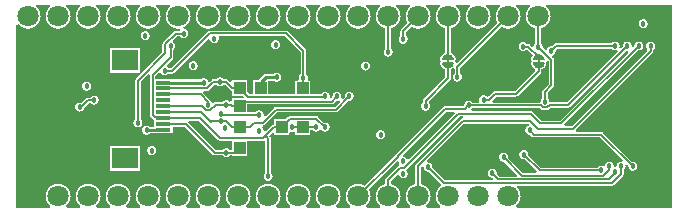
<source format=gbl>
G04 Layer_Physical_Order=4*
G04 Layer_Color=16711680*
%FSLAX24Y24*%
%MOIN*%
G70*
G01*
G75*
%ADD10C,0.0060*%
%ADD32C,0.0079*%
%ADD35C,0.0080*%
%ADD42C,0.0100*%
%ADD45C,0.0709*%
%ADD46O,0.0669X0.0472*%
%ADD47O,0.0551X0.0394*%
%ADD48C,0.0180*%
%ADD49R,0.0394X0.0394*%
%ADD50R,0.0866X0.0709*%
%ADD51R,0.0512X0.0118*%
G36*
X14727Y-240D02*
X13198Y-1769D01*
X13183Y-1774D01*
X13180Y-1775D01*
X13178Y-1775D01*
X13176Y-1775D01*
X13175Y-1775D01*
X13174Y-1775D01*
X13173Y-1775D01*
X13172Y-1775D01*
X13136Y-1765D01*
X13129Y-1761D01*
X13125Y-1757D01*
X13123Y-1755D01*
X13121Y-1752D01*
X13119Y-1749D01*
X13117Y-1746D01*
X13115Y-1744D01*
X13113Y-1741D01*
X13111Y-1739D01*
X13108Y-1736D01*
X13106Y-1734D01*
X13104Y-1732D01*
X13101Y-1729D01*
X13099Y-1727D01*
X13096Y-1725D01*
X13094Y-1723D01*
X13091Y-1721D01*
X13088Y-1719D01*
X13085Y-1717D01*
X13083Y-1715D01*
X13080Y-1713D01*
X13077Y-1711D01*
X13074Y-1710D01*
X13071Y-1708D01*
X13068Y-1706D01*
X13065Y-1705D01*
X13062Y-1703D01*
X13059Y-1702D01*
X13056Y-1701D01*
X13053Y-1700D01*
X13050Y-1698D01*
X13046Y-1697D01*
X13043Y-1696D01*
X13040Y-1695D01*
X13037Y-1695D01*
X13033Y-1694D01*
X13030Y-1693D01*
X13027Y-1692D01*
X13023Y-1692D01*
X13020Y-1691D01*
X13018Y-1691D01*
X13004Y-1671D01*
X13000Y-1665D01*
X13000Y-1664D01*
X12999Y-1661D01*
X12999Y-1661D01*
X12997Y-1630D01*
X13119Y-1508D01*
X13120Y-1508D01*
X13122Y-1507D01*
X13124Y-1505D01*
X13126Y-1504D01*
X13128Y-1502D01*
X13130Y-1501D01*
X13132Y-1499D01*
X13134Y-1497D01*
X13136Y-1495D01*
X13138Y-1494D01*
X13244Y-1388D01*
X13244Y-1388D01*
X13245Y-1386D01*
X13247Y-1384D01*
X13249Y-1382D01*
X13251Y-1380D01*
X13252Y-1378D01*
X13254Y-1376D01*
X13255Y-1374D01*
X13257Y-1372D01*
X13258Y-1370D01*
X13258Y-1369D01*
X14447Y-180D01*
X14702D01*
X14727Y-240D01*
D02*
G37*
G36*
X10881Y139D02*
X10719Y-23D01*
X8767D01*
X8765Y-23D01*
X8762Y-23D01*
X8760Y-23D01*
X8757Y-23D01*
X8754Y-24D01*
X8752Y-24D01*
X8749Y-24D01*
X8747Y-25D01*
X8744Y-26D01*
X8742Y-26D01*
X8739Y-27D01*
X8737Y-28D01*
X8734Y-29D01*
X8732Y-30D01*
X8729Y-31D01*
X8727Y-32D01*
X8725Y-33D01*
X8722Y-35D01*
X8720Y-36D01*
X8718Y-37D01*
X8716Y-39D01*
X8714Y-40D01*
X8712Y-42D01*
X8710Y-44D01*
X8708Y-45D01*
X8706Y-47D01*
X8704Y-49D01*
X8704Y-49D01*
X8414Y-339D01*
X8404Y-337D01*
X8398Y-336D01*
X8396Y-335D01*
X8348Y-313D01*
X8349Y-310D01*
X8349Y-307D01*
X8349Y-303D01*
X8350Y-300D01*
X8350Y-297D01*
X8350Y-293D01*
X8350Y-290D01*
X8350Y-287D01*
X8350Y-283D01*
X8350Y-280D01*
X8349Y-277D01*
X8349Y-273D01*
X8349Y-270D01*
X8348Y-267D01*
X8348Y-263D01*
X8347Y-260D01*
X8346Y-257D01*
X8345Y-253D01*
X8345Y-250D01*
X8344Y-247D01*
X8343Y-244D01*
X8342Y-240D01*
X8340Y-237D01*
X8339Y-234D01*
X8338Y-231D01*
X8337Y-228D01*
X8335Y-225D01*
X8334Y-222D01*
X8332Y-219D01*
X8330Y-216D01*
X8329Y-213D01*
X8327Y-210D01*
X8325Y-207D01*
X8323Y-205D01*
X8321Y-202D01*
X8319Y-199D01*
X8317Y-196D01*
X8315Y-194D01*
X8313Y-191D01*
X8311Y-189D01*
X8308Y-186D01*
X8306Y-184D01*
X8304Y-182D01*
X8301Y-179D01*
X8299Y-177D01*
X8296Y-175D01*
X8294Y-173D01*
X8291Y-171D01*
X8288Y-169D01*
X8285Y-167D01*
X8283Y-165D01*
X8280Y-163D01*
X8277Y-161D01*
X8274Y-160D01*
X8271Y-158D01*
X8268Y-156D01*
X8265Y-155D01*
X8262Y-153D01*
X8259Y-152D01*
X8256Y-151D01*
X8253Y-150D01*
X8250Y-148D01*
X8246Y-147D01*
X8243Y-146D01*
X8240Y-145D01*
X8237Y-145D01*
X8233Y-144D01*
X8230Y-143D01*
X8227Y-142D01*
X8223Y-142D01*
X8220Y-141D01*
X8217Y-141D01*
X8213Y-141D01*
X8210Y-140D01*
X8207Y-140D01*
X8203Y-140D01*
X8200Y-140D01*
X8197Y-140D01*
X8193Y-140D01*
X8190Y-140D01*
X8187Y-141D01*
X8183Y-141D01*
X8180Y-141D01*
X8177Y-142D01*
X8173Y-142D01*
X8170Y-143D01*
X8167Y-144D01*
X8163Y-145D01*
X8160Y-145D01*
X8157Y-146D01*
X8154Y-147D01*
X8150Y-148D01*
X8147Y-150D01*
X8144Y-151D01*
X8141Y-152D01*
X8138Y-153D01*
X8135Y-155D01*
X8132Y-156D01*
X8129Y-158D01*
X8126Y-160D01*
X8123Y-161D01*
X8120Y-163D01*
X8117Y-165D01*
X8115Y-167D01*
X8112Y-169D01*
X8109Y-171D01*
X8106Y-173D01*
X8104Y-175D01*
X8101Y-177D01*
X8099Y-179D01*
X8096Y-182D01*
X8094Y-184D01*
X8092Y-186D01*
X8089Y-189D01*
X8087Y-191D01*
X8085Y-194D01*
X8083Y-196D01*
X8082Y-197D01*
X7807D01*
Y61D01*
X10615D01*
X10618Y61D01*
X10621Y61D01*
X10623Y61D01*
X10626Y61D01*
X10628Y62D01*
X10631Y62D01*
X10634Y63D01*
X10636Y63D01*
X10639Y64D01*
X10641Y65D01*
X10644Y65D01*
X10646Y66D01*
X10649Y67D01*
X10651Y68D01*
X10653Y69D01*
X10656Y70D01*
X10658Y72D01*
X10660Y73D01*
X10663Y74D01*
X10665Y76D01*
X10667Y77D01*
X10669Y79D01*
X10671Y80D01*
X10673Y82D01*
X10675Y84D01*
X10677Y85D01*
X10679Y87D01*
X10774Y182D01*
X10775Y182D01*
X10779Y182D01*
X10782Y181D01*
X10785Y181D01*
X10789Y181D01*
X10792Y181D01*
X10795Y181D01*
X10799Y181D01*
X10802Y181D01*
X10806Y181D01*
X10809Y181D01*
X10812Y182D01*
X10816Y182D01*
X10819Y183D01*
X10822Y183D01*
X10826Y184D01*
X10829Y185D01*
X10832Y185D01*
X10835Y186D01*
X10839Y187D01*
X10842Y188D01*
X10845Y189D01*
X10848Y190D01*
X10851Y192D01*
X10854Y193D01*
X10881Y139D01*
D02*
G37*
G36*
X21960Y-3390D02*
X16794D01*
X16785Y-3379D01*
X16781Y-3372D01*
X16779Y-3368D01*
X16778Y-3364D01*
X16777Y-3361D01*
X16772Y-3312D01*
X16776Y-3309D01*
X16781Y-3305D01*
X16785Y-3301D01*
X16789Y-3297D01*
X16793Y-3293D01*
X16797Y-3289D01*
X16801Y-3285D01*
X16805Y-3281D01*
X16809Y-3276D01*
X16812Y-3272D01*
X16816Y-3268D01*
X16820Y-3263D01*
X16823Y-3259D01*
X16827Y-3254D01*
X16830Y-3250D01*
X16834Y-3245D01*
X16837Y-3241D01*
X16840Y-3236D01*
X16844Y-3231D01*
X16847Y-3227D01*
X16850Y-3222D01*
X16853Y-3217D01*
X16856Y-3212D01*
X16859Y-3207D01*
X16862Y-3202D01*
X16864Y-3197D01*
X16867Y-3192D01*
X16870Y-3187D01*
X16872Y-3182D01*
X16875Y-3177D01*
X16877Y-3172D01*
X16879Y-3166D01*
X16882Y-3161D01*
X16884Y-3156D01*
X16886Y-3151D01*
X16888Y-3145D01*
X16890Y-3140D01*
X16892Y-3135D01*
X16894Y-3129D01*
X16895Y-3124D01*
X16897Y-3118D01*
X16899Y-3113D01*
X16900Y-3107D01*
X16902Y-3102D01*
X16903Y-3096D01*
X16904Y-3091D01*
X16906Y-3085D01*
X16907Y-3079D01*
X16908Y-3074D01*
X16909Y-3068D01*
X16910Y-3063D01*
X16910Y-3057D01*
X16911Y-3051D01*
X16912Y-3046D01*
X16912Y-3040D01*
X16913Y-3034D01*
X16913Y-3029D01*
X16914Y-3023D01*
X16914Y-3017D01*
X16914Y-3011D01*
X16914Y-3006D01*
X16914Y-3000D01*
X16914Y-2994D01*
X16914Y-2989D01*
X16914Y-2983D01*
X16914Y-2977D01*
X16913Y-2971D01*
X16913Y-2966D01*
X16912Y-2960D01*
X16912Y-2954D01*
X16911Y-2949D01*
X16910Y-2943D01*
X16910Y-2937D01*
X16909Y-2932D01*
X16908Y-2926D01*
X16907Y-2921D01*
X16906Y-2915D01*
X16904Y-2909D01*
X16903Y-2904D01*
X16902Y-2898D01*
X16900Y-2893D01*
X16899Y-2887D01*
X16897Y-2882D01*
X16895Y-2876D01*
X16894Y-2871D01*
X16892Y-2865D01*
X16890Y-2860D01*
X16888Y-2855D01*
X16886Y-2849D01*
X16884Y-2844D01*
X16882Y-2839D01*
X16879Y-2834D01*
X16877Y-2828D01*
X16875Y-2823D01*
X16872Y-2818D01*
X16870Y-2813D01*
X16867Y-2808D01*
X16864Y-2803D01*
X16862Y-2798D01*
X16859Y-2793D01*
X16856Y-2788D01*
X16853Y-2783D01*
X16850Y-2778D01*
X16847Y-2773D01*
X16844Y-2769D01*
X16840Y-2764D01*
X16837Y-2759D01*
X16834Y-2755D01*
X16830Y-2750D01*
X16827Y-2746D01*
X16823Y-2741D01*
X16820Y-2737D01*
X16816Y-2732D01*
X16812Y-2728D01*
X16809Y-2724D01*
X16805Y-2719D01*
X16801Y-2715D01*
X16797Y-2711D01*
X16793Y-2707D01*
X16792Y-2706D01*
X16793Y-2683D01*
X16795Y-2675D01*
X16796Y-2672D01*
X16806Y-2656D01*
X16815Y-2646D01*
X19398D01*
X19400Y-2646D01*
X19403Y-2647D01*
X19405Y-2648D01*
X19408Y-2648D01*
X19410Y-2649D01*
X19413Y-2649D01*
X19416Y-2649D01*
X19418Y-2650D01*
X19421Y-2650D01*
X19423Y-2650D01*
X19426Y-2650D01*
X19963D01*
X19966Y-2650D01*
X19969Y-2650D01*
X19971Y-2650D01*
X19974Y-2649D01*
X19976Y-2649D01*
X19979Y-2649D01*
X19981Y-2648D01*
X19984Y-2648D01*
X19987Y-2647D01*
X19989Y-2646D01*
X19992Y-2645D01*
X19994Y-2645D01*
X19997Y-2644D01*
X19999Y-2643D01*
X20001Y-2642D01*
X20004Y-2640D01*
X20006Y-2639D01*
X20008Y-2638D01*
X20011Y-2637D01*
X20013Y-2635D01*
X20015Y-2634D01*
X20017Y-2632D01*
X20019Y-2631D01*
X20021Y-2629D01*
X20023Y-2627D01*
X20025Y-2625D01*
X20027Y-2624D01*
X20329Y-2321D01*
X20329Y-2321D01*
X20331Y-2319D01*
X20333Y-2318D01*
X20335Y-2316D01*
X20336Y-2314D01*
X20338Y-2311D01*
X20339Y-2309D01*
X20341Y-2307D01*
X20342Y-2305D01*
X20344Y-2303D01*
X20345Y-2300D01*
X20346Y-2298D01*
X20347Y-2296D01*
X20348Y-2293D01*
X20349Y-2291D01*
X20350Y-2288D01*
X20351Y-2286D01*
X20352Y-2284D01*
X20353Y-2281D01*
X20353Y-2278D01*
X20354Y-2276D01*
X20354Y-2273D01*
X20355Y-2271D01*
X20355Y-2268D01*
X20355Y-2266D01*
X20355Y-2263D01*
X20356Y-2260D01*
X20356Y-2258D01*
Y-2120D01*
X20356Y-2119D01*
X20359Y-2117D01*
X20362Y-2115D01*
X20364Y-2113D01*
X20367Y-2111D01*
X20369Y-2108D01*
X20372Y-2106D01*
X20374Y-2104D01*
X20376Y-2101D01*
X20379Y-2099D01*
X20381Y-2096D01*
X20383Y-2094D01*
X20385Y-2091D01*
X20387Y-2088D01*
X20389Y-2085D01*
X20391Y-2083D01*
X20393Y-2080D01*
X20394Y-2077D01*
X20396Y-2074D01*
X20398Y-2071D01*
X20399Y-2068D01*
X20401Y-2065D01*
X20402Y-2062D01*
X20404Y-2059D01*
X20405Y-2056D01*
X20406Y-2053D01*
X20407Y-2050D01*
X20408Y-2046D01*
X20409Y-2043D01*
X20410Y-2040D01*
X20411Y-2037D01*
X20412Y-2033D01*
X20413Y-2030D01*
X20413Y-2027D01*
X20414Y-2023D01*
X20414Y-2020D01*
X20415Y-2017D01*
X20415Y-2013D01*
X20415Y-2010D01*
X20415Y-2007D01*
X20416Y-2003D01*
X20416Y-2000D01*
X20416Y-1997D01*
X20415Y-1993D01*
X20415Y-1990D01*
X20415Y-1987D01*
X20415Y-1983D01*
X20414Y-1980D01*
X20414Y-1977D01*
X20413Y-1973D01*
X20413Y-1970D01*
X20412Y-1967D01*
X20466Y-1945D01*
X20466Y-1945D01*
X20470Y-1948D01*
X20481Y-1958D01*
X20510Y-1986D01*
X20510Y-1987D01*
X20510Y-1990D01*
X20509Y-1993D01*
X20509Y-1997D01*
X20509Y-2000D01*
X20509Y-2003D01*
X20509Y-2007D01*
X20510Y-2010D01*
X20510Y-2013D01*
X20510Y-2017D01*
X20511Y-2020D01*
X20511Y-2023D01*
X20512Y-2027D01*
X20512Y-2030D01*
X20513Y-2033D01*
X20514Y-2037D01*
X20515Y-2040D01*
X20516Y-2043D01*
X20517Y-2046D01*
X20518Y-2050D01*
X20519Y-2053D01*
X20520Y-2056D01*
X20521Y-2059D01*
X20523Y-2062D01*
X20524Y-2065D01*
X20526Y-2068D01*
X20527Y-2071D01*
X20529Y-2074D01*
X20531Y-2077D01*
X20532Y-2080D01*
X20534Y-2083D01*
X20536Y-2085D01*
X20538Y-2088D01*
X20540Y-2091D01*
X20542Y-2094D01*
X20544Y-2096D01*
X20546Y-2099D01*
X20549Y-2101D01*
X20551Y-2104D01*
X20553Y-2106D01*
X20556Y-2108D01*
X20558Y-2111D01*
X20561Y-2113D01*
X20563Y-2115D01*
X20566Y-2117D01*
X20568Y-2119D01*
X20571Y-2121D01*
X20574Y-2123D01*
X20577Y-2125D01*
X20579Y-2127D01*
X20582Y-2129D01*
X20585Y-2130D01*
X20588Y-2132D01*
X20591Y-2134D01*
X20594Y-2135D01*
X20597Y-2137D01*
X20600Y-2138D01*
X20603Y-2139D01*
X20607Y-2140D01*
X20610Y-2142D01*
X20613Y-2143D01*
X20616Y-2144D01*
X20619Y-2145D01*
X20623Y-2145D01*
X20626Y-2146D01*
X20629Y-2147D01*
X20633Y-2148D01*
X20636Y-2148D01*
X20639Y-2149D01*
X20642Y-2149D01*
X20646Y-2149D01*
X20649Y-2150D01*
X20653Y-2150D01*
X20656Y-2150D01*
X20659Y-2150D01*
X20663Y-2150D01*
X20666Y-2150D01*
X20669Y-2150D01*
X20673Y-2149D01*
X20676Y-2149D01*
X20679Y-2149D01*
X20683Y-2148D01*
X20686Y-2148D01*
X20689Y-2147D01*
X20693Y-2146D01*
X20696Y-2145D01*
X20699Y-2145D01*
X20702Y-2144D01*
X20706Y-2143D01*
X20709Y-2142D01*
X20712Y-2140D01*
X20715Y-2139D01*
X20718Y-2138D01*
X20721Y-2137D01*
X20724Y-2135D01*
X20727Y-2134D01*
X20730Y-2132D01*
X20733Y-2130D01*
X20736Y-2129D01*
X20739Y-2127D01*
X20742Y-2125D01*
X20745Y-2123D01*
X20747Y-2121D01*
X20750Y-2119D01*
X20753Y-2117D01*
X20755Y-2115D01*
X20758Y-2113D01*
X20761Y-2111D01*
X20763Y-2108D01*
X20765Y-2106D01*
X20768Y-2104D01*
X20770Y-2101D01*
X20772Y-2099D01*
X20774Y-2096D01*
X20777Y-2094D01*
X20779Y-2091D01*
X20781Y-2088D01*
X20783Y-2085D01*
X20784Y-2083D01*
X20786Y-2080D01*
X20788Y-2077D01*
X20790Y-2074D01*
X20791Y-2071D01*
X20793Y-2068D01*
X20794Y-2065D01*
X20796Y-2062D01*
X20797Y-2059D01*
X20799Y-2056D01*
X20800Y-2053D01*
X20801Y-2050D01*
X20802Y-2046D01*
X20803Y-2043D01*
X20804Y-2040D01*
X20805Y-2037D01*
X20806Y-2033D01*
X20806Y-2030D01*
X20807Y-2027D01*
X20807Y-2023D01*
X20808Y-2020D01*
X20808Y-2017D01*
X20809Y-2013D01*
X20809Y-2010D01*
X20809Y-2007D01*
X20809Y-2003D01*
X20809Y-2000D01*
X20809Y-1997D01*
X20809Y-1993D01*
X20809Y-1990D01*
X20809Y-1987D01*
X20808Y-1983D01*
X20808Y-1980D01*
X20807Y-1977D01*
X20807Y-1973D01*
X20806Y-1970D01*
X20806Y-1967D01*
X20805Y-1963D01*
X20804Y-1960D01*
X20803Y-1957D01*
X20802Y-1954D01*
X20801Y-1950D01*
X20800Y-1947D01*
X20799Y-1944D01*
X20797Y-1941D01*
X20796Y-1938D01*
X20794Y-1935D01*
X20793Y-1932D01*
X20791Y-1929D01*
X20790Y-1926D01*
X20788Y-1923D01*
X20786Y-1920D01*
X20784Y-1917D01*
X20783Y-1915D01*
X20781Y-1912D01*
X20779Y-1909D01*
X20777Y-1906D01*
X20774Y-1904D01*
X20772Y-1901D01*
X20770Y-1899D01*
X20768Y-1896D01*
X20765Y-1894D01*
X20763Y-1892D01*
X20761Y-1889D01*
X20758Y-1887D01*
X20755Y-1885D01*
X20753Y-1883D01*
X20750Y-1881D01*
X20747Y-1879D01*
X20745Y-1877D01*
X20742Y-1875D01*
X20739Y-1873D01*
X20736Y-1871D01*
X20733Y-1870D01*
X20730Y-1868D01*
X20727Y-1866D01*
X20724Y-1865D01*
X20721Y-1863D01*
X20718Y-1862D01*
X20715Y-1861D01*
X20712Y-1860D01*
X20709Y-1858D01*
X20706Y-1857D01*
X20702Y-1856D01*
X20699Y-1855D01*
X20696Y-1855D01*
X20693Y-1854D01*
X20689Y-1853D01*
X20686Y-1852D01*
X20683Y-1852D01*
X20679Y-1851D01*
X20676Y-1851D01*
X20673Y-1851D01*
X20669Y-1850D01*
X20666Y-1850D01*
X20663Y-1850D01*
X20659Y-1850D01*
X20656Y-1850D01*
X20653Y-1850D01*
X20649Y-1850D01*
X20646Y-1851D01*
X20642Y-1851D01*
X20639Y-1851D01*
X20638Y-1851D01*
X19673Y-886D01*
X19671Y-885D01*
X19669Y-883D01*
X19667Y-881D01*
X19665Y-879D01*
X19663Y-878D01*
X19661Y-876D01*
X19659Y-875D01*
X19657Y-873D01*
X19654Y-872D01*
X19652Y-871D01*
X19650Y-870D01*
X19647Y-868D01*
X19645Y-867D01*
X19643Y-866D01*
X19640Y-865D01*
X19638Y-865D01*
X19635Y-864D01*
X19633Y-863D01*
X19630Y-862D01*
X19627Y-862D01*
X19625Y-861D01*
X19622Y-861D01*
X19620Y-861D01*
X19617Y-860D01*
X19615Y-860D01*
X19612Y-860D01*
X19609Y-860D01*
X18772D01*
X18764Y-851D01*
X18747Y-800D01*
X21313Y1766D01*
X21313Y1766D01*
X21315Y1768D01*
X21317Y1770D01*
X21319Y1772D01*
X21320Y1774D01*
X21322Y1776D01*
X21324Y1778D01*
X21325Y1780D01*
X21326Y1783D01*
X21328Y1785D01*
X21329Y1787D01*
X21330Y1789D01*
X21331Y1792D01*
X21332Y1794D01*
X21333Y1797D01*
X21334Y1799D01*
X21335Y1802D01*
X21336Y1804D01*
X21337Y1807D01*
X21337Y1809D01*
X21338Y1812D01*
X21338Y1814D01*
X21339Y1817D01*
X21339Y1819D01*
X21340Y1822D01*
X21340Y1825D01*
X21340Y1827D01*
X21340Y1830D01*
X21340Y1830D01*
Y1876D01*
X21341Y1876D01*
X21343Y1878D01*
X21346Y1881D01*
X21349Y1883D01*
X21351Y1885D01*
X21354Y1887D01*
X21356Y1890D01*
X21358Y1892D01*
X21361Y1894D01*
X21363Y1897D01*
X21365Y1900D01*
X21367Y1902D01*
X21369Y1905D01*
X21371Y1908D01*
X21373Y1910D01*
X21375Y1913D01*
X21377Y1916D01*
X21379Y1919D01*
X21380Y1922D01*
X21382Y1925D01*
X21384Y1928D01*
X21385Y1931D01*
X21386Y1934D01*
X21388Y1937D01*
X21389Y1940D01*
X21390Y1943D01*
X21391Y1946D01*
X21393Y1949D01*
X21394Y1953D01*
X21394Y1956D01*
X21395Y1959D01*
X21396Y1962D01*
X21397Y1966D01*
X21397Y1969D01*
X21398Y1972D01*
X21398Y1976D01*
X21399Y1979D01*
X21399Y1982D01*
X21400Y1986D01*
X21400Y1989D01*
X21400Y1992D01*
X21400Y1996D01*
X21400Y1999D01*
X21400Y2002D01*
X21400Y2006D01*
X21399Y2009D01*
X21399Y2012D01*
X21398Y2016D01*
X21398Y2019D01*
X21397Y2022D01*
X21397Y2026D01*
X21396Y2029D01*
X21395Y2032D01*
X21394Y2036D01*
X21394Y2039D01*
X21393Y2042D01*
X21391Y2045D01*
X21390Y2048D01*
X21389Y2052D01*
X21388Y2055D01*
X21386Y2058D01*
X21385Y2061D01*
X21384Y2064D01*
X21382Y2067D01*
X21380Y2070D01*
X21379Y2073D01*
X21377Y2075D01*
X21375Y2078D01*
X21373Y2081D01*
X21371Y2084D01*
X21369Y2087D01*
X21367Y2089D01*
X21365Y2092D01*
X21363Y2094D01*
X21361Y2097D01*
X21358Y2099D01*
X21356Y2102D01*
X21354Y2104D01*
X21351Y2106D01*
X21349Y2109D01*
X21346Y2111D01*
X21343Y2113D01*
X21341Y2115D01*
X21338Y2117D01*
X21335Y2119D01*
X21332Y2121D01*
X21330Y2123D01*
X21327Y2124D01*
X21324Y2126D01*
X21321Y2128D01*
X21318Y2129D01*
X21315Y2131D01*
X21312Y2132D01*
X21309Y2134D01*
X21306Y2135D01*
X21303Y2136D01*
X21299Y2137D01*
X21296Y2138D01*
X21293Y2139D01*
X21290Y2140D01*
X21286Y2141D01*
X21283Y2142D01*
X21280Y2143D01*
X21277Y2143D01*
X21273Y2144D01*
X21270Y2144D01*
X21267Y2145D01*
X21263Y2145D01*
X21260Y2145D01*
X21257Y2146D01*
X21253Y2146D01*
X21250Y2146D01*
X21246Y2146D01*
X21243Y2146D01*
X21240Y2145D01*
X21236Y2145D01*
X21233Y2145D01*
X21230Y2144D01*
X21226Y2144D01*
X21223Y2143D01*
X21220Y2143D01*
X21216Y2142D01*
X21213Y2141D01*
X21210Y2140D01*
X21207Y2139D01*
X21203Y2138D01*
X21200Y2137D01*
X21197Y2136D01*
X21194Y2135D01*
X21191Y2134D01*
X21188Y2132D01*
X21185Y2131D01*
X21182Y2129D01*
X21179Y2128D01*
X21176Y2126D01*
X21173Y2124D01*
X21170Y2123D01*
X21167Y2121D01*
X21164Y2119D01*
X21162Y2117D01*
X21159Y2115D01*
X21156Y2113D01*
X21154Y2111D01*
X21151Y2109D01*
X21149Y2106D01*
X21146Y2104D01*
X21144Y2102D01*
X21141Y2099D01*
X21139Y2097D01*
X21137Y2094D01*
X21135Y2092D01*
X21133Y2089D01*
X21130Y2087D01*
X21128Y2084D01*
X21127Y2081D01*
X21125Y2078D01*
X21123Y2075D01*
X21121Y2073D01*
X21119Y2070D01*
X21118Y2067D01*
X21116Y2064D01*
X21115Y2061D01*
X21113Y2058D01*
X21112Y2055D01*
X21111Y2052D01*
X21109Y2048D01*
X21108Y2045D01*
X21107Y2042D01*
X21106Y2039D01*
X21105Y2036D01*
X21104Y2032D01*
X21104Y2029D01*
X21103Y2026D01*
X21102Y2022D01*
X21102Y2019D01*
X21101Y2016D01*
X21101Y2012D01*
X21100Y2009D01*
X21100Y2006D01*
X21100Y2002D01*
X21100Y1999D01*
X21100Y1996D01*
X21100Y1992D01*
X21100Y1989D01*
X21100Y1986D01*
X21100Y1982D01*
X21101Y1979D01*
X21101Y1976D01*
X21102Y1972D01*
X21102Y1969D01*
X21103Y1966D01*
X21104Y1962D01*
X21104Y1959D01*
X21105Y1956D01*
X21106Y1953D01*
X21107Y1949D01*
X21108Y1946D01*
X21109Y1943D01*
X21111Y1940D01*
X21112Y1937D01*
X21113Y1934D01*
X21115Y1931D01*
X21116Y1928D01*
X21118Y1925D01*
X21119Y1922D01*
X21121Y1919D01*
X21123Y1916D01*
X21125Y1913D01*
X21127Y1910D01*
X21128Y1908D01*
X21130Y1905D01*
X21133Y1902D01*
X21135Y1900D01*
X21137Y1897D01*
X21139Y1894D01*
X21141Y1892D01*
X21144Y1890D01*
X21130Y1844D01*
X21130Y1842D01*
X21129Y1840D01*
X21127Y1838D01*
X21126Y1835D01*
X21122Y1829D01*
X18633Y-660D01*
X18403D01*
X18378Y-600D01*
X20835Y1857D01*
X20836Y1857D01*
X20839Y1856D01*
X20843Y1856D01*
X20846Y1856D01*
X20849Y1856D01*
X20853Y1856D01*
X20856Y1856D01*
X20860Y1856D01*
X20863Y1856D01*
X20866Y1856D01*
X20870Y1856D01*
X20873Y1856D01*
X20876Y1857D01*
X20880Y1857D01*
X20883Y1858D01*
X20886Y1859D01*
X20890Y1859D01*
X20893Y1860D01*
X20896Y1861D01*
X20899Y1862D01*
X20903Y1863D01*
X20906Y1864D01*
X20909Y1865D01*
X20912Y1866D01*
X20915Y1868D01*
X20918Y1869D01*
X20921Y1870D01*
X20924Y1872D01*
X20927Y1873D01*
X20930Y1875D01*
X20933Y1877D01*
X20936Y1878D01*
X20939Y1880D01*
X20942Y1882D01*
X20944Y1884D01*
X20947Y1886D01*
X20950Y1888D01*
X20952Y1890D01*
X20955Y1893D01*
X20957Y1895D01*
X20960Y1897D01*
X20962Y1899D01*
X20965Y1902D01*
X20967Y1904D01*
X20969Y1907D01*
X20971Y1909D01*
X20973Y1912D01*
X20975Y1915D01*
X20977Y1917D01*
X20979Y1920D01*
X20981Y1923D01*
X20983Y1926D01*
X20985Y1929D01*
X20987Y1931D01*
X20988Y1934D01*
X20990Y1937D01*
X20991Y1940D01*
X20993Y1943D01*
X20994Y1947D01*
X20995Y1950D01*
X20997Y1953D01*
X20998Y1956D01*
X20999Y1959D01*
X21000Y1962D01*
X21001Y1966D01*
X21002Y1969D01*
X21002Y1972D01*
X21003Y1975D01*
X21004Y1979D01*
X21004Y1982D01*
X21005Y1985D01*
X21005Y1989D01*
X21006Y1992D01*
X21006Y1995D01*
X21006Y1999D01*
X21006Y2002D01*
X21006Y2006D01*
X21006Y2009D01*
X21006Y2012D01*
X21006Y2016D01*
X21006Y2019D01*
X21005Y2022D01*
X21005Y2026D01*
X21004Y2029D01*
X21004Y2032D01*
X21003Y2036D01*
X21002Y2039D01*
X21002Y2042D01*
X21001Y2045D01*
X21000Y2049D01*
X20999Y2052D01*
X20998Y2055D01*
X20997Y2058D01*
X20995Y2061D01*
X20994Y2064D01*
X20993Y2068D01*
X20991Y2071D01*
X20990Y2074D01*
X20988Y2077D01*
X20987Y2080D01*
X20985Y2082D01*
X20983Y2085D01*
X20981Y2088D01*
X20979Y2091D01*
X20977Y2094D01*
X20975Y2096D01*
X20973Y2099D01*
X20971Y2102D01*
X20969Y2104D01*
X20967Y2107D01*
X20965Y2109D01*
X20962Y2112D01*
X20960Y2114D01*
X20957Y2116D01*
X20955Y2118D01*
X20952Y2121D01*
X20950Y2123D01*
X20947Y2125D01*
X20944Y2127D01*
X20942Y2129D01*
X20939Y2131D01*
X20936Y2133D01*
X20933Y2134D01*
X20930Y2136D01*
X20927Y2138D01*
X20924Y2139D01*
X20921Y2141D01*
X20918Y2142D01*
X20915Y2143D01*
X20912Y2145D01*
X20909Y2146D01*
X20906Y2147D01*
X20903Y2148D01*
X20899Y2149D01*
X20896Y2150D01*
X20893Y2151D01*
X20890Y2152D01*
X20886Y2152D01*
X20883Y2153D01*
X20880Y2154D01*
X20876Y2154D01*
X20873Y2155D01*
X20870Y2155D01*
X20866Y2155D01*
X20863Y2155D01*
X20860Y2155D01*
X20856Y2156D01*
X20853Y2155D01*
X20849Y2155D01*
X20846Y2155D01*
X20843Y2155D01*
X20839Y2155D01*
X20836Y2154D01*
X20833Y2154D01*
X20829Y2153D01*
X20826Y2152D01*
X20823Y2152D01*
X20819Y2151D01*
X20816Y2150D01*
X20813Y2149D01*
X20810Y2148D01*
X20807Y2147D01*
X20803Y2146D01*
X20800Y2145D01*
X20797Y2143D01*
X20794Y2142D01*
X20791Y2141D01*
X20788Y2139D01*
X20785Y2138D01*
X20782Y2136D01*
X20779Y2134D01*
X20776Y2133D01*
X20773Y2131D01*
X20771Y2129D01*
X20768Y2127D01*
X20765Y2125D01*
X20763Y2123D01*
X20760Y2121D01*
X20757Y2118D01*
X20755Y2116D01*
X20752Y2114D01*
X20750Y2112D01*
X20748Y2109D01*
X20745Y2107D01*
X20743Y2104D01*
X20741Y2102D01*
X20739Y2099D01*
X20737Y2096D01*
X20735Y2094D01*
X20733Y2091D01*
X20731Y2088D01*
X20729Y2085D01*
X20727Y2082D01*
X20726Y2080D01*
X20724Y2077D01*
X20722Y2074D01*
X20721Y2071D01*
X20720Y2068D01*
X20718Y2064D01*
X20717Y2061D01*
X20716Y2058D01*
X20715Y2055D01*
X20713Y2052D01*
X20712Y2049D01*
X20712Y2045D01*
X20711Y2042D01*
X20710Y2039D01*
X20709Y2036D01*
X20709Y2032D01*
X20708Y2029D01*
X20707Y2026D01*
X20707Y2022D01*
X20707Y2019D01*
X20706Y2016D01*
X20706Y2012D01*
X20706Y2012D01*
X20692Y1995D01*
X20672Y1976D01*
X20672Y1976D01*
X20671Y1975D01*
X20669Y1974D01*
X20660Y1969D01*
X20660Y1969D01*
X20618Y1982D01*
X20619Y1985D01*
X20619Y1989D01*
X20619Y1992D01*
X20620Y1995D01*
X20620Y1999D01*
X20620Y2002D01*
X20620Y2006D01*
X20620Y2009D01*
X20620Y2012D01*
X20620Y2016D01*
X20619Y2019D01*
X20619Y2022D01*
X20619Y2026D01*
X20618Y2029D01*
X20618Y2032D01*
X20617Y2036D01*
X20616Y2039D01*
X20615Y2042D01*
X20615Y2045D01*
X20614Y2049D01*
X20613Y2052D01*
X20612Y2055D01*
X20610Y2058D01*
X20609Y2061D01*
X20608Y2064D01*
X20607Y2068D01*
X20605Y2071D01*
X20604Y2074D01*
X20602Y2077D01*
X20600Y2080D01*
X20599Y2082D01*
X20597Y2085D01*
X20595Y2088D01*
X20593Y2091D01*
X20591Y2094D01*
X20589Y2096D01*
X20587Y2099D01*
X20585Y2102D01*
X20583Y2104D01*
X20581Y2107D01*
X20578Y2109D01*
X20576Y2112D01*
X20574Y2114D01*
X20571Y2116D01*
X20569Y2118D01*
X20566Y2121D01*
X20564Y2123D01*
X20561Y2125D01*
X20558Y2127D01*
X20555Y2129D01*
X20553Y2131D01*
X20550Y2133D01*
X20547Y2134D01*
X20544Y2136D01*
X20541Y2138D01*
X20538Y2139D01*
X20535Y2141D01*
X20532Y2142D01*
X20529Y2143D01*
X20526Y2145D01*
X20523Y2146D01*
X20520Y2147D01*
X20516Y2148D01*
X20513Y2149D01*
X20510Y2150D01*
X20507Y2151D01*
X20503Y2152D01*
X20500Y2152D01*
X20497Y2153D01*
X20493Y2154D01*
X20490Y2154D01*
X20487Y2155D01*
X20483Y2155D01*
X20480Y2155D01*
X20477Y2155D01*
X20473Y2155D01*
X20470Y2156D01*
X20467Y2155D01*
X20463Y2155D01*
X20460Y2155D01*
X20457Y2155D01*
X20453Y2155D01*
X20450Y2154D01*
X20447Y2154D01*
X20443Y2153D01*
X20440Y2152D01*
X20437Y2152D01*
X20433Y2151D01*
X20430Y2150D01*
X20427Y2149D01*
X20424Y2148D01*
X20420Y2147D01*
X20417Y2146D01*
X20414Y2145D01*
X20411Y2143D01*
X20408Y2142D01*
X20405Y2141D01*
X20402Y2139D01*
X20399Y2138D01*
X20396Y2136D01*
X20393Y2134D01*
X20390Y2133D01*
X20387Y2131D01*
X20385Y2129D01*
X20382Y2127D01*
X20379Y2125D01*
X20376Y2123D01*
X20374Y2121D01*
X20371Y2118D01*
X20369Y2116D01*
X20366Y2114D01*
X20364Y2112D01*
X20362Y2109D01*
X20359Y2107D01*
X20357Y2104D01*
X20355Y2102D01*
X20353Y2099D01*
X20351Y2096D01*
X20349Y2094D01*
X20347Y2091D01*
X20345Y2088D01*
X20343Y2085D01*
X20341Y2082D01*
X20340Y2080D01*
X20338Y2077D01*
X20336Y2074D01*
X20335Y2071D01*
X20333Y2068D01*
X20332Y2064D01*
X20331Y2061D01*
X20330Y2058D01*
X20328Y2055D01*
X20327Y2052D01*
X20326Y2049D01*
X20325Y2045D01*
X20325Y2042D01*
X20324Y2039D01*
X20323Y2036D01*
X20322Y2032D01*
X20322Y2029D01*
X20321Y2026D01*
X20321Y2022D01*
X20321Y2019D01*
X20320Y2016D01*
X20320Y2012D01*
X20320Y2009D01*
X20320Y2006D01*
X20320Y2002D01*
X20320Y1999D01*
X20320Y1995D01*
X20321Y1992D01*
X20321Y1989D01*
X20321Y1985D01*
X20322Y1984D01*
X20265Y1928D01*
X20214Y1951D01*
X20212Y1956D01*
X20213Y1959D01*
X20214Y1962D01*
X20215Y1966D01*
X20215Y1969D01*
X20216Y1972D01*
X20217Y1975D01*
X20218Y1979D01*
X20218Y1982D01*
X20219Y1985D01*
X20219Y1989D01*
X20219Y1992D01*
X20220Y1995D01*
X20220Y1999D01*
X20220Y2002D01*
X20220Y2006D01*
X20220Y2009D01*
X20220Y2012D01*
X20220Y2016D01*
X20219Y2019D01*
X20219Y2022D01*
X20219Y2026D01*
X20218Y2029D01*
X20218Y2032D01*
X20217Y2036D01*
X20216Y2039D01*
X20215Y2042D01*
X20215Y2045D01*
X20214Y2049D01*
X20213Y2052D01*
X20212Y2055D01*
X20210Y2058D01*
X20209Y2061D01*
X20208Y2064D01*
X20207Y2068D01*
X20205Y2071D01*
X20204Y2074D01*
X20202Y2077D01*
X20200Y2080D01*
X20199Y2082D01*
X20197Y2085D01*
X20195Y2088D01*
X20193Y2091D01*
X20191Y2094D01*
X20189Y2096D01*
X20187Y2099D01*
X20185Y2102D01*
X20183Y2104D01*
X20181Y2107D01*
X20178Y2109D01*
X20176Y2112D01*
X20174Y2114D01*
X20171Y2116D01*
X20169Y2118D01*
X20166Y2121D01*
X20164Y2123D01*
X20161Y2125D01*
X20158Y2127D01*
X20155Y2129D01*
X20153Y2131D01*
X20150Y2133D01*
X20147Y2134D01*
X20144Y2136D01*
X20141Y2138D01*
X20138Y2139D01*
X20135Y2141D01*
X20132Y2142D01*
X20129Y2143D01*
X20126Y2145D01*
X20123Y2146D01*
X20120Y2147D01*
X20116Y2148D01*
X20113Y2149D01*
X20110Y2150D01*
X20107Y2151D01*
X20103Y2152D01*
X20100Y2152D01*
X20097Y2153D01*
X20093Y2154D01*
X20090Y2154D01*
X20087Y2155D01*
X20083Y2155D01*
X20080Y2155D01*
X20077Y2155D01*
X20073Y2155D01*
X20070Y2156D01*
X20067Y2155D01*
X20063Y2155D01*
X20060Y2155D01*
X20057Y2155D01*
X20053Y2155D01*
X20050Y2154D01*
X20047Y2154D01*
X20043Y2153D01*
X20040Y2152D01*
X20037Y2152D01*
X20033Y2151D01*
X20030Y2150D01*
X20027Y2149D01*
X20024Y2148D01*
X20020Y2147D01*
X20017Y2146D01*
X20014Y2145D01*
X20011Y2143D01*
X20008Y2142D01*
X20005Y2141D01*
X20002Y2139D01*
X19999Y2138D01*
X19996Y2136D01*
X19993Y2134D01*
X19990Y2133D01*
X19987Y2131D01*
X19985Y2129D01*
X19982Y2127D01*
X19979Y2125D01*
X19976Y2123D01*
X19974Y2121D01*
X19971Y2118D01*
X19969Y2116D01*
X19966Y2114D01*
X19964Y2112D01*
X19962Y2109D01*
X19959Y2107D01*
X19957Y2104D01*
X19955Y2102D01*
X19953Y2099D01*
X19951Y2096D01*
X19950Y2096D01*
X18098D01*
X18098Y2096D01*
X18095Y2095D01*
X18093Y2095D01*
X18090Y2095D01*
X18087Y2095D01*
X18085Y2095D01*
X18082Y2094D01*
X18080Y2094D01*
X18077Y2093D01*
X18075Y2092D01*
X18072Y2092D01*
X18069Y2091D01*
X18067Y2090D01*
X18065Y2089D01*
X18062Y2088D01*
X18060Y2087D01*
X18057Y2086D01*
X18055Y2085D01*
X18053Y2083D01*
X18051Y2082D01*
X18048Y2081D01*
X18046Y2079D01*
X18044Y2078D01*
X18042Y2076D01*
X18040Y2074D01*
X18038Y2073D01*
X18036Y2071D01*
X18034Y2069D01*
X18034Y2069D01*
X17963Y1998D01*
X17962Y1999D01*
X17959Y1999D01*
X17956Y1999D01*
X17952Y2000D01*
X17949Y2000D01*
X17946Y2000D01*
X17942Y2000D01*
X17939Y2000D01*
X17936Y2000D01*
X17932Y2000D01*
X17929Y1999D01*
X17925Y1999D01*
X17922Y1999D01*
X17919Y1998D01*
X17916Y1998D01*
X17912Y1997D01*
X17909Y1996D01*
X17906Y1995D01*
X17902Y1995D01*
X17899Y1994D01*
X17896Y1993D01*
X17893Y1992D01*
X17890Y1990D01*
X17886Y1989D01*
X17883Y1988D01*
X17880Y1987D01*
X17877Y1985D01*
X17874Y1984D01*
X17871Y1982D01*
X17868Y1980D01*
X17865Y1979D01*
X17862Y1977D01*
X17860Y1975D01*
X17857Y1973D01*
X17854Y1971D01*
X17851Y1969D01*
X17849Y1967D01*
X17846Y1965D01*
X17844Y1963D01*
X17841Y1961D01*
X17839Y1958D01*
X17836Y1956D01*
X17834Y1954D01*
X17832Y1951D01*
X17829Y1949D01*
X17827Y1946D01*
X17825Y1944D01*
X17823Y1941D01*
X17821Y1938D01*
X17819Y1935D01*
X17817Y1933D01*
X17815Y1930D01*
X17814Y1927D01*
X17812Y1924D01*
X17810Y1921D01*
X17809Y1918D01*
X17807Y1915D01*
X17806Y1912D01*
X17804Y1909D01*
X17803Y1906D01*
X17802Y1903D01*
X17801Y1900D01*
X17764Y1881D01*
X17763Y1881D01*
X17763Y1880D01*
X17762Y1880D01*
X17761Y1880D01*
X17760Y1880D01*
X17759Y1880D01*
X17741Y1881D01*
X17735Y1882D01*
X17649Y1969D01*
X17649Y1970D01*
X17649Y1973D01*
X17649Y1977D01*
X17650Y1980D01*
X17650Y1983D01*
X17650Y1987D01*
X17650Y1990D01*
X17650Y1993D01*
X17650Y1997D01*
X17650Y2000D01*
X17649Y2003D01*
X17649Y2007D01*
X17649Y2010D01*
X17648Y2013D01*
X17648Y2017D01*
X17647Y2020D01*
X17646Y2023D01*
X17645Y2027D01*
X17645Y2030D01*
X17644Y2033D01*
X17643Y2036D01*
X17642Y2040D01*
X17640Y2043D01*
X17639Y2046D01*
X17638Y2049D01*
X17637Y2052D01*
X17635Y2055D01*
X17634Y2058D01*
X17632Y2061D01*
X17630Y2064D01*
X17629Y2067D01*
X17627Y2070D01*
X17625Y2073D01*
X17623Y2075D01*
X17621Y2078D01*
X17619Y2081D01*
X17617Y2084D01*
X17615Y2086D01*
X17613Y2089D01*
X17611Y2091D01*
X17608Y2094D01*
X17606Y2096D01*
X17604Y2098D01*
X17601Y2101D01*
X17599Y2103D01*
X17596Y2105D01*
X17594Y2107D01*
X17591Y2109D01*
X17590Y2110D01*
Y2596D01*
X17591Y2596D01*
X17596Y2597D01*
X17602Y2598D01*
X17607Y2600D01*
X17613Y2601D01*
X17618Y2603D01*
X17624Y2605D01*
X17629Y2606D01*
X17635Y2608D01*
X17640Y2610D01*
X17645Y2612D01*
X17651Y2614D01*
X17656Y2616D01*
X17661Y2618D01*
X17666Y2621D01*
X17672Y2623D01*
X17677Y2625D01*
X17682Y2628D01*
X17687Y2630D01*
X17692Y2633D01*
X17697Y2636D01*
X17702Y2638D01*
X17707Y2641D01*
X17712Y2644D01*
X17717Y2647D01*
X17722Y2650D01*
X17727Y2653D01*
X17731Y2656D01*
X17736Y2659D01*
X17741Y2663D01*
X17745Y2666D01*
X17750Y2670D01*
X17754Y2673D01*
X17759Y2677D01*
X17763Y2680D01*
X17768Y2684D01*
X17772Y2688D01*
X17776Y2691D01*
X17781Y2695D01*
X17785Y2699D01*
X17789Y2703D01*
X17793Y2707D01*
X17797Y2711D01*
X17801Y2715D01*
X17805Y2719D01*
X17809Y2724D01*
X17812Y2728D01*
X17816Y2732D01*
X17820Y2737D01*
X17823Y2741D01*
X17827Y2746D01*
X17830Y2750D01*
X17834Y2755D01*
X17837Y2759D01*
X17840Y2764D01*
X17844Y2769D01*
X17847Y2773D01*
X17850Y2778D01*
X17853Y2783D01*
X17856Y2788D01*
X17859Y2793D01*
X17862Y2798D01*
X17864Y2803D01*
X17867Y2808D01*
X17870Y2813D01*
X17872Y2818D01*
X17875Y2823D01*
X17877Y2828D01*
X17879Y2834D01*
X17882Y2839D01*
X17884Y2844D01*
X17886Y2849D01*
X17888Y2855D01*
X17890Y2860D01*
X17892Y2865D01*
X17894Y2871D01*
X17895Y2876D01*
X17897Y2882D01*
X17899Y2887D01*
X17900Y2893D01*
X17902Y2898D01*
X17903Y2904D01*
X17904Y2909D01*
X17906Y2915D01*
X17907Y2921D01*
X17908Y2926D01*
X17909Y2932D01*
X17910Y2937D01*
X17910Y2943D01*
X17911Y2949D01*
X17912Y2954D01*
X17912Y2960D01*
X17913Y2966D01*
X17913Y2971D01*
X17914Y2977D01*
X17914Y2983D01*
X17914Y2989D01*
X17914Y2994D01*
X17914Y3000D01*
X17914Y3006D01*
X17914Y3011D01*
X17914Y3017D01*
X17914Y3023D01*
X17913Y3029D01*
X17913Y3034D01*
X17912Y3040D01*
X17912Y3046D01*
X17911Y3051D01*
X17910Y3057D01*
X17910Y3063D01*
X17909Y3068D01*
X17908Y3074D01*
X17907Y3079D01*
X17906Y3085D01*
X17904Y3091D01*
X17903Y3096D01*
X17902Y3102D01*
X17900Y3107D01*
X17899Y3113D01*
X17897Y3118D01*
X17895Y3124D01*
X17894Y3129D01*
X17892Y3135D01*
X17890Y3140D01*
X17888Y3145D01*
X17886Y3151D01*
X17884Y3156D01*
X17882Y3161D01*
X17879Y3166D01*
X17877Y3172D01*
X17875Y3177D01*
X17872Y3182D01*
X17870Y3187D01*
X17867Y3192D01*
X17864Y3197D01*
X17862Y3202D01*
X17859Y3207D01*
X17856Y3212D01*
X17853Y3217D01*
X17850Y3222D01*
X17847Y3227D01*
X17844Y3231D01*
X17840Y3236D01*
X17837Y3241D01*
X17834Y3245D01*
X17830Y3250D01*
X17827Y3254D01*
X17823Y3259D01*
X17820Y3263D01*
X17816Y3268D01*
X17812Y3272D01*
X17809Y3276D01*
X17805Y3281D01*
X17801Y3285D01*
X17797Y3289D01*
X17793Y3293D01*
X17789Y3297D01*
X17785Y3301D01*
X17781Y3305D01*
X17776Y3309D01*
X17772Y3312D01*
X17777Y3361D01*
X17778Y3364D01*
X17779Y3368D01*
X17781Y3372D01*
X17785Y3379D01*
X17794Y3390D01*
X21960D01*
Y-3390D01*
D02*
G37*
G36*
X17182Y-594D02*
X17185Y-616D01*
X17164Y-661D01*
X17161Y-662D01*
X17158Y-663D01*
X17155Y-665D01*
X17152Y-666D01*
X17149Y-668D01*
X17146Y-670D01*
X17143Y-671D01*
X17140Y-673D01*
X17137Y-675D01*
X17135Y-677D01*
X17132Y-679D01*
X17129Y-681D01*
X17126Y-683D01*
X17124Y-685D01*
X17121Y-687D01*
X17119Y-689D01*
X17116Y-692D01*
X17114Y-694D01*
X17112Y-696D01*
X17109Y-699D01*
X17107Y-701D01*
X17105Y-704D01*
X17103Y-706D01*
X17101Y-709D01*
X17099Y-712D01*
X17097Y-715D01*
X17095Y-717D01*
X17093Y-720D01*
X17091Y-723D01*
X17090Y-726D01*
X17088Y-729D01*
X17086Y-732D01*
X17085Y-735D01*
X17083Y-738D01*
X17082Y-741D01*
X17081Y-744D01*
X17080Y-747D01*
X17078Y-750D01*
X17077Y-754D01*
X17076Y-757D01*
X17075Y-760D01*
X17075Y-763D01*
X17074Y-767D01*
X17073Y-770D01*
X17072Y-773D01*
X17072Y-777D01*
X17071Y-780D01*
X17071Y-783D01*
X17071Y-787D01*
X17070Y-790D01*
X17070Y-793D01*
X17070Y-797D01*
X17070Y-800D01*
X17070Y-803D01*
X17070Y-807D01*
X17070Y-810D01*
X17071Y-813D01*
X17071Y-817D01*
X17071Y-820D01*
X17072Y-823D01*
X17072Y-827D01*
X17073Y-830D01*
X17074Y-833D01*
X17075Y-837D01*
X17075Y-840D01*
X17076Y-843D01*
X17077Y-846D01*
X17078Y-850D01*
X17080Y-853D01*
X17081Y-856D01*
X17082Y-859D01*
X17083Y-862D01*
X17085Y-865D01*
X17086Y-868D01*
X17088Y-871D01*
X17090Y-874D01*
X17091Y-877D01*
X17093Y-880D01*
X17095Y-883D01*
X17097Y-885D01*
X17099Y-888D01*
X17101Y-891D01*
X17103Y-894D01*
X17105Y-896D01*
X17107Y-899D01*
X17109Y-901D01*
X17112Y-904D01*
X17114Y-906D01*
X17116Y-908D01*
X17119Y-911D01*
X17121Y-913D01*
X17124Y-915D01*
X17126Y-917D01*
X17129Y-919D01*
X17132Y-921D01*
X17135Y-923D01*
X17137Y-925D01*
X17140Y-927D01*
X17143Y-929D01*
X17146Y-930D01*
X17149Y-932D01*
X17152Y-934D01*
X17155Y-935D01*
X17158Y-937D01*
X17161Y-938D01*
X17164Y-939D01*
X17167Y-940D01*
X17170Y-942D01*
X17174Y-943D01*
X17177Y-944D01*
X17180Y-945D01*
X17183Y-945D01*
X17187Y-946D01*
X17190Y-947D01*
X17193Y-948D01*
X17197Y-948D01*
X17200Y-949D01*
X17203Y-949D01*
X17207Y-949D01*
X17210Y-950D01*
X17213Y-950D01*
X17217Y-950D01*
X17220Y-950D01*
X17223Y-950D01*
X17227Y-950D01*
X17230Y-950D01*
X17232Y-950D01*
X17296Y-1014D01*
X17298Y-1015D01*
X17300Y-1017D01*
X17302Y-1019D01*
X17304Y-1021D01*
X17306Y-1022D01*
X17308Y-1024D01*
X17310Y-1025D01*
X17312Y-1027D01*
X17314Y-1028D01*
X17317Y-1029D01*
X17319Y-1030D01*
X17321Y-1032D01*
X17324Y-1033D01*
X17326Y-1034D01*
X17329Y-1035D01*
X17331Y-1035D01*
X17334Y-1036D01*
X17336Y-1037D01*
X17339Y-1038D01*
X17341Y-1038D01*
X17344Y-1039D01*
X17346Y-1039D01*
X17349Y-1039D01*
X17352Y-1040D01*
X17354Y-1040D01*
X17357Y-1040D01*
X17359Y-1040D01*
X19572D01*
X20323Y-1791D01*
X20321Y-1799D01*
X20299Y-1854D01*
X20296Y-1853D01*
X20292Y-1852D01*
X20289Y-1852D01*
X20286Y-1851D01*
X20282Y-1851D01*
X20279Y-1851D01*
X20276Y-1850D01*
X20272Y-1850D01*
X20269Y-1850D01*
X20266Y-1850D01*
X20262Y-1850D01*
X20259Y-1850D01*
X20255Y-1850D01*
X20252Y-1851D01*
X20249Y-1851D01*
X20245Y-1851D01*
X20242Y-1852D01*
X20239Y-1852D01*
X20236Y-1853D01*
X20232Y-1854D01*
X20229Y-1855D01*
X20226Y-1855D01*
X20222Y-1856D01*
X20219Y-1857D01*
X20216Y-1858D01*
X20213Y-1860D01*
X20210Y-1861D01*
X20207Y-1862D01*
X20204Y-1863D01*
X20201Y-1865D01*
X20197Y-1866D01*
X20194Y-1868D01*
X20192Y-1870D01*
X20189Y-1871D01*
X20186Y-1873D01*
X20183Y-1875D01*
X20180Y-1877D01*
X20177Y-1879D01*
X20175Y-1881D01*
X20172Y-1883D01*
X20169Y-1885D01*
X20167Y-1887D01*
X20164Y-1889D01*
X20162Y-1892D01*
X20160Y-1894D01*
X20157Y-1896D01*
X20155Y-1899D01*
X20153Y-1901D01*
X20150Y-1904D01*
X20148Y-1906D01*
X20146Y-1909D01*
X20144Y-1912D01*
X20142Y-1915D01*
X20140Y-1917D01*
X20139Y-1920D01*
X20137Y-1923D01*
X20135Y-1926D01*
X20133Y-1929D01*
X20132Y-1932D01*
X20130Y-1935D01*
X20129Y-1938D01*
X20128Y-1941D01*
X20126Y-1944D01*
X20125Y-1947D01*
X20124Y-1950D01*
X20123Y-1954D01*
X20122Y-1957D01*
X20121Y-1960D01*
X20120Y-1963D01*
X20119Y-1967D01*
X20119Y-1970D01*
X20118Y-1973D01*
X20117Y-1977D01*
X20117Y-1980D01*
X20117Y-1983D01*
X20116Y-1987D01*
X20116Y-1990D01*
X20116Y-1993D01*
X20116Y-1997D01*
X20113Y-2006D01*
X20112Y-2008D01*
X20110Y-2012D01*
X20109Y-2014D01*
X20108Y-2015D01*
X20107Y-2016D01*
X20104Y-2019D01*
X20088Y-2022D01*
X20050D01*
X20033Y-2019D01*
X20030Y-2016D01*
X20030Y-2015D01*
X20029Y-2014D01*
X20028Y-2012D01*
X20026Y-2008D01*
X20025Y-2006D01*
X20022Y-1997D01*
X20022Y-1993D01*
X20022Y-1990D01*
X20021Y-1987D01*
X20021Y-1983D01*
X20021Y-1980D01*
X20020Y-1977D01*
X20019Y-1973D01*
X20019Y-1970D01*
X20018Y-1967D01*
X20017Y-1963D01*
X20016Y-1960D01*
X20016Y-1957D01*
X20015Y-1954D01*
X20013Y-1950D01*
X20012Y-1947D01*
X20011Y-1944D01*
X20010Y-1941D01*
X20008Y-1938D01*
X20007Y-1935D01*
X20006Y-1932D01*
X20004Y-1929D01*
X20002Y-1926D01*
X20001Y-1923D01*
X19999Y-1920D01*
X19997Y-1917D01*
X19995Y-1915D01*
X19993Y-1912D01*
X19991Y-1909D01*
X19989Y-1906D01*
X19987Y-1904D01*
X19985Y-1901D01*
X19983Y-1899D01*
X19980Y-1896D01*
X19978Y-1894D01*
X19976Y-1892D01*
X19973Y-1889D01*
X19971Y-1887D01*
X19968Y-1885D01*
X19965Y-1883D01*
X19963Y-1881D01*
X19960Y-1879D01*
X19957Y-1877D01*
X19955Y-1875D01*
X19952Y-1873D01*
X19949Y-1871D01*
X19946Y-1870D01*
X19943Y-1868D01*
X19940Y-1866D01*
X19937Y-1865D01*
X19934Y-1863D01*
X19931Y-1862D01*
X19928Y-1861D01*
X19925Y-1860D01*
X19921Y-1858D01*
X19918Y-1857D01*
X19915Y-1856D01*
X19912Y-1855D01*
X19909Y-1855D01*
X19905Y-1854D01*
X19902Y-1853D01*
X19899Y-1852D01*
X19895Y-1852D01*
X19892Y-1851D01*
X19889Y-1851D01*
X19885Y-1851D01*
X19882Y-1850D01*
X19879Y-1850D01*
X19875Y-1850D01*
X19872Y-1850D01*
X19869Y-1850D01*
X19865Y-1850D01*
X19862Y-1850D01*
X19858Y-1851D01*
X19855Y-1851D01*
X19852Y-1851D01*
X19848Y-1852D01*
X19845Y-1852D01*
X19842Y-1853D01*
X19839Y-1854D01*
X19835Y-1855D01*
X19832Y-1855D01*
X19829Y-1856D01*
X19826Y-1857D01*
X19822Y-1858D01*
X19819Y-1860D01*
X19816Y-1861D01*
X19813Y-1862D01*
X19810Y-1863D01*
X19807Y-1865D01*
X19804Y-1866D01*
X19801Y-1868D01*
X19798Y-1870D01*
X19795Y-1871D01*
X19792Y-1873D01*
X19789Y-1875D01*
X19786Y-1877D01*
X19784Y-1879D01*
X19781Y-1881D01*
X19778Y-1883D01*
X19776Y-1885D01*
X19773Y-1887D01*
X19771Y-1889D01*
X19768Y-1892D01*
X19766Y-1894D01*
X19763Y-1896D01*
X19761Y-1899D01*
X19759Y-1901D01*
X19757Y-1904D01*
X19755Y-1906D01*
X19753Y-1909D01*
X19751Y-1912D01*
X19749Y-1915D01*
X19747Y-1917D01*
X19745Y-1920D01*
X19743Y-1923D01*
X19741Y-1926D01*
X19740Y-1929D01*
X19738Y-1932D01*
X19737Y-1935D01*
X19735Y-1938D01*
X19734Y-1941D01*
X19733Y-1944D01*
X19731Y-1947D01*
X19730Y-1950D01*
X19729Y-1954D01*
X19728Y-1957D01*
X19727Y-1960D01*
X19726Y-1963D01*
X19726Y-1967D01*
X19725Y-1970D01*
X19724Y-1973D01*
X19717Y-1982D01*
X19711Y-1987D01*
X19710Y-1988D01*
X19709Y-1989D01*
X19701Y-1993D01*
X19699Y-1995D01*
X19689Y-1999D01*
X19687Y-2000D01*
X19685Y-2001D01*
X19683Y-2002D01*
X19674Y-2004D01*
X19665Y-2005D01*
X19662Y-2003D01*
X19659Y-2002D01*
X19656Y-2001D01*
X19653Y-2000D01*
X19650Y-1998D01*
X19646Y-1997D01*
X19643Y-1996D01*
X19640Y-1995D01*
X19637Y-1995D01*
X19633Y-1994D01*
X19630Y-1993D01*
X19627Y-1992D01*
X19623Y-1992D01*
X19620Y-1991D01*
X19617Y-1991D01*
X19613Y-1991D01*
X19610Y-1990D01*
X19607Y-1990D01*
X19603Y-1990D01*
X19600Y-1990D01*
X19597Y-1990D01*
X19593Y-1990D01*
X19590Y-1990D01*
X19587Y-1991D01*
X19583Y-1991D01*
X19580Y-1991D01*
X19577Y-1992D01*
X19573Y-1992D01*
X19570Y-1993D01*
X19567Y-1994D01*
X19563Y-1995D01*
X19560Y-1995D01*
X19557Y-1996D01*
X19554Y-1997D01*
X19550Y-1998D01*
X19547Y-2000D01*
X19544Y-2001D01*
X19541Y-2002D01*
X19538Y-2003D01*
X19535Y-2005D01*
X19532Y-2006D01*
X19529Y-2008D01*
X19526Y-2010D01*
X19523Y-2011D01*
X19520Y-2013D01*
X19517Y-2015D01*
X19515Y-2017D01*
X19512Y-2019D01*
X19509Y-2021D01*
X19506Y-2023D01*
X19504Y-2025D01*
X19501Y-2027D01*
X19499Y-2029D01*
X19496Y-2032D01*
X19494Y-2034D01*
X19492Y-2036D01*
X19489Y-2039D01*
X19487Y-2041D01*
X19485Y-2044D01*
X19483Y-2046D01*
X19481Y-2049D01*
X19480Y-2050D01*
X17586D01*
X17171Y-1635D01*
X17171Y-1634D01*
X17172Y-1631D01*
X17172Y-1628D01*
X17172Y-1624D01*
X17172Y-1621D01*
X17173Y-1618D01*
X17173Y-1614D01*
X17173Y-1611D01*
X17172Y-1607D01*
X17172Y-1604D01*
X17172Y-1601D01*
X17172Y-1597D01*
X17171Y-1594D01*
X17171Y-1591D01*
X17170Y-1587D01*
X17170Y-1584D01*
X17169Y-1581D01*
X17168Y-1578D01*
X17167Y-1574D01*
X17166Y-1571D01*
X17165Y-1568D01*
X17164Y-1565D01*
X17163Y-1561D01*
X17162Y-1558D01*
X17161Y-1555D01*
X17159Y-1552D01*
X17158Y-1549D01*
X17156Y-1546D01*
X17155Y-1543D01*
X17153Y-1540D01*
X17151Y-1537D01*
X17150Y-1534D01*
X17148Y-1532D01*
X17146Y-1529D01*
X17144Y-1526D01*
X17142Y-1523D01*
X17140Y-1521D01*
X17138Y-1518D01*
X17136Y-1515D01*
X17133Y-1513D01*
X17131Y-1511D01*
X17129Y-1508D01*
X17126Y-1506D01*
X17124Y-1503D01*
X17121Y-1501D01*
X17119Y-1499D01*
X17116Y-1497D01*
X17113Y-1495D01*
X17111Y-1493D01*
X17108Y-1491D01*
X17105Y-1489D01*
X17102Y-1487D01*
X17100Y-1485D01*
X17097Y-1484D01*
X17094Y-1482D01*
X17091Y-1481D01*
X17088Y-1479D01*
X17085Y-1478D01*
X17082Y-1476D01*
X17078Y-1475D01*
X17075Y-1474D01*
X17072Y-1473D01*
X17069Y-1472D01*
X17066Y-1470D01*
X17062Y-1470D01*
X17059Y-1469D01*
X17056Y-1468D01*
X17053Y-1467D01*
X17049Y-1467D01*
X17046Y-1466D01*
X17043Y-1466D01*
X17039Y-1465D01*
X17036Y-1465D01*
X17033Y-1464D01*
X17029Y-1464D01*
X17026Y-1464D01*
X17023Y-1464D01*
X17019Y-1464D01*
X17016Y-1464D01*
X17012Y-1464D01*
X17009Y-1465D01*
X17006Y-1465D01*
X17002Y-1466D01*
X16999Y-1466D01*
X16996Y-1467D01*
X16992Y-1467D01*
X16989Y-1468D01*
X16986Y-1469D01*
X16983Y-1470D01*
X16979Y-1470D01*
X16976Y-1472D01*
X16973Y-1473D01*
X16970Y-1474D01*
X16967Y-1475D01*
X16964Y-1476D01*
X16961Y-1478D01*
X16957Y-1479D01*
X16954Y-1481D01*
X16951Y-1482D01*
X16949Y-1484D01*
X16946Y-1485D01*
X16943Y-1487D01*
X16940Y-1489D01*
X16937Y-1491D01*
X16934Y-1493D01*
X16932Y-1495D01*
X16929Y-1497D01*
X16926Y-1499D01*
X16924Y-1501D01*
X16921Y-1503D01*
X16919Y-1506D01*
X16917Y-1508D01*
X16914Y-1511D01*
X16912Y-1513D01*
X16910Y-1515D01*
X16907Y-1518D01*
X16905Y-1521D01*
X16903Y-1523D01*
X16901Y-1526D01*
X16899Y-1529D01*
X16897Y-1532D01*
X16896Y-1534D01*
X16894Y-1537D01*
X16892Y-1540D01*
X16890Y-1543D01*
X16889Y-1546D01*
X16887Y-1549D01*
X16886Y-1552D01*
X16885Y-1555D01*
X16883Y-1558D01*
X16882Y-1561D01*
X16881Y-1565D01*
X16880Y-1568D01*
X16879Y-1571D01*
X16878Y-1574D01*
X16877Y-1578D01*
X16876Y-1581D01*
X16876Y-1584D01*
X16875Y-1587D01*
X16874Y-1591D01*
X16874Y-1594D01*
X16874Y-1597D01*
X16873Y-1601D01*
X16873Y-1604D01*
X16873Y-1607D01*
X16873Y-1611D01*
X16873Y-1614D01*
X16873Y-1618D01*
X16873Y-1621D01*
X16873Y-1624D01*
X16873Y-1628D01*
X16874Y-1631D01*
X16874Y-1634D01*
X16874Y-1638D01*
X16875Y-1641D01*
X16876Y-1644D01*
X16876Y-1648D01*
X16877Y-1651D01*
X16878Y-1654D01*
X16879Y-1657D01*
X16880Y-1661D01*
X16881Y-1664D01*
X16882Y-1667D01*
X16883Y-1670D01*
X16885Y-1673D01*
X16886Y-1676D01*
X16887Y-1679D01*
X16889Y-1682D01*
X16890Y-1685D01*
X16892Y-1688D01*
X16894Y-1691D01*
X16896Y-1694D01*
X16897Y-1697D01*
X16899Y-1700D01*
X16901Y-1702D01*
X16903Y-1705D01*
X16905Y-1708D01*
X16907Y-1710D01*
X16910Y-1713D01*
X16912Y-1715D01*
X16914Y-1718D01*
X16917Y-1720D01*
X16919Y-1723D01*
X16921Y-1725D01*
X16924Y-1727D01*
X16926Y-1729D01*
X16929Y-1731D01*
X16932Y-1734D01*
X16934Y-1736D01*
X16937Y-1737D01*
X16940Y-1739D01*
X16943Y-1741D01*
X16946Y-1743D01*
X16949Y-1745D01*
X16951Y-1746D01*
X16954Y-1748D01*
X16957Y-1749D01*
X16961Y-1751D01*
X16964Y-1752D01*
X16967Y-1753D01*
X16970Y-1755D01*
X16973Y-1756D01*
X16976Y-1757D01*
X16979Y-1758D01*
X16983Y-1759D01*
X16986Y-1760D01*
X16989Y-1760D01*
X16992Y-1761D01*
X16996Y-1762D01*
X16999Y-1762D01*
X17002Y-1763D01*
X17006Y-1763D01*
X17009Y-1764D01*
X17012Y-1764D01*
X17016Y-1764D01*
X17019Y-1764D01*
X17023Y-1764D01*
X17026Y-1764D01*
X17029Y-1764D01*
X17033Y-1764D01*
X17036Y-1764D01*
X17039Y-1763D01*
X17043Y-1763D01*
X17044Y-1763D01*
X17447Y-2166D01*
X17422Y-2226D01*
X17003D01*
X16499Y-1721D01*
X16499Y-1720D01*
X16499Y-1717D01*
X16499Y-1713D01*
X16500Y-1710D01*
X16500Y-1707D01*
X16500Y-1703D01*
X16500Y-1700D01*
X16500Y-1697D01*
X16500Y-1693D01*
X16500Y-1690D01*
X16499Y-1687D01*
X16499Y-1683D01*
X16499Y-1680D01*
X16498Y-1677D01*
X16498Y-1673D01*
X16497Y-1670D01*
X16496Y-1667D01*
X16495Y-1663D01*
X16495Y-1660D01*
X16494Y-1657D01*
X16493Y-1654D01*
X16492Y-1650D01*
X16490Y-1647D01*
X16489Y-1644D01*
X16488Y-1641D01*
X16487Y-1638D01*
X16485Y-1635D01*
X16484Y-1632D01*
X16482Y-1629D01*
X16480Y-1626D01*
X16479Y-1623D01*
X16477Y-1620D01*
X16475Y-1617D01*
X16473Y-1615D01*
X16471Y-1612D01*
X16469Y-1609D01*
X16467Y-1606D01*
X16465Y-1604D01*
X16463Y-1601D01*
X16461Y-1599D01*
X16458Y-1596D01*
X16456Y-1594D01*
X16454Y-1592D01*
X16451Y-1589D01*
X16449Y-1587D01*
X16446Y-1585D01*
X16444Y-1583D01*
X16441Y-1581D01*
X16438Y-1579D01*
X16435Y-1577D01*
X16433Y-1575D01*
X16430Y-1573D01*
X16427Y-1571D01*
X16424Y-1570D01*
X16421Y-1568D01*
X16418Y-1566D01*
X16415Y-1565D01*
X16412Y-1563D01*
X16409Y-1562D01*
X16406Y-1561D01*
X16403Y-1560D01*
X16400Y-1558D01*
X16396Y-1557D01*
X16393Y-1556D01*
X16390Y-1555D01*
X16387Y-1555D01*
X16383Y-1554D01*
X16380Y-1553D01*
X16377Y-1552D01*
X16373Y-1552D01*
X16370Y-1551D01*
X16367Y-1551D01*
X16363Y-1551D01*
X16360Y-1550D01*
X16357Y-1550D01*
X16353Y-1550D01*
X16350Y-1550D01*
X16347Y-1550D01*
X16343Y-1550D01*
X16340Y-1550D01*
X16337Y-1551D01*
X16333Y-1551D01*
X16330Y-1551D01*
X16327Y-1552D01*
X16323Y-1552D01*
X16320Y-1553D01*
X16317Y-1554D01*
X16313Y-1555D01*
X16310Y-1555D01*
X16307Y-1556D01*
X16304Y-1557D01*
X16300Y-1558D01*
X16297Y-1560D01*
X16294Y-1561D01*
X16291Y-1562D01*
X16288Y-1563D01*
X16285Y-1565D01*
X16282Y-1566D01*
X16279Y-1568D01*
X16276Y-1570D01*
X16273Y-1571D01*
X16270Y-1573D01*
X16267Y-1575D01*
X16265Y-1577D01*
X16262Y-1579D01*
X16259Y-1581D01*
X16256Y-1583D01*
X16254Y-1585D01*
X16251Y-1587D01*
X16249Y-1589D01*
X16246Y-1592D01*
X16244Y-1594D01*
X16242Y-1596D01*
X16239Y-1599D01*
X16237Y-1601D01*
X16235Y-1604D01*
X16233Y-1606D01*
X16231Y-1609D01*
X16229Y-1612D01*
X16227Y-1615D01*
X16225Y-1617D01*
X16223Y-1620D01*
X16221Y-1623D01*
X16220Y-1626D01*
X16218Y-1629D01*
X16216Y-1632D01*
X16215Y-1635D01*
X16213Y-1638D01*
X16212Y-1641D01*
X16211Y-1644D01*
X16210Y-1647D01*
X16208Y-1650D01*
X16207Y-1654D01*
X16206Y-1657D01*
X16205Y-1660D01*
X16205Y-1663D01*
X16204Y-1667D01*
X16203Y-1670D01*
X16202Y-1673D01*
X16202Y-1677D01*
X16201Y-1680D01*
X16201Y-1683D01*
X16201Y-1687D01*
X16200Y-1690D01*
X16200Y-1693D01*
X16200Y-1697D01*
X16200Y-1700D01*
X16200Y-1703D01*
X16200Y-1707D01*
X16200Y-1710D01*
X16201Y-1713D01*
X16201Y-1717D01*
X16201Y-1720D01*
X16202Y-1723D01*
X16202Y-1727D01*
X16203Y-1730D01*
X16204Y-1733D01*
X16205Y-1737D01*
X16205Y-1740D01*
X16206Y-1743D01*
X16207Y-1746D01*
X16208Y-1750D01*
X16210Y-1753D01*
X16211Y-1756D01*
X16212Y-1759D01*
X16213Y-1762D01*
X16215Y-1765D01*
X16216Y-1768D01*
X16218Y-1771D01*
X16220Y-1774D01*
X16221Y-1777D01*
X16223Y-1780D01*
X16225Y-1783D01*
X16227Y-1785D01*
X16229Y-1788D01*
X16231Y-1791D01*
X16233Y-1794D01*
X16235Y-1796D01*
X16237Y-1799D01*
X16239Y-1801D01*
X16242Y-1804D01*
X16244Y-1806D01*
X16246Y-1808D01*
X16249Y-1811D01*
X16251Y-1813D01*
X16254Y-1815D01*
X16256Y-1817D01*
X16259Y-1819D01*
X16262Y-1821D01*
X16265Y-1823D01*
X16267Y-1825D01*
X16270Y-1827D01*
X16273Y-1829D01*
X16276Y-1830D01*
X16279Y-1832D01*
X16282Y-1834D01*
X16285Y-1835D01*
X16288Y-1837D01*
X16291Y-1838D01*
X16294Y-1839D01*
X16297Y-1840D01*
X16300Y-1842D01*
X16304Y-1843D01*
X16307Y-1844D01*
X16310Y-1845D01*
X16313Y-1845D01*
X16317Y-1846D01*
X16320Y-1847D01*
X16323Y-1848D01*
X16327Y-1848D01*
X16330Y-1849D01*
X16333Y-1849D01*
X16337Y-1849D01*
X16340Y-1850D01*
X16343Y-1850D01*
X16347Y-1850D01*
X16350Y-1850D01*
X16353Y-1850D01*
X16357Y-1850D01*
X16360Y-1850D01*
X16363Y-1849D01*
X16367Y-1849D01*
X16370Y-1849D01*
X16371Y-1849D01*
X16813Y-2290D01*
X16790Y-2346D01*
X16213D01*
X16119Y-2251D01*
X16119Y-2250D01*
X16119Y-2247D01*
X16119Y-2243D01*
X16120Y-2240D01*
X16120Y-2237D01*
X16120Y-2233D01*
X16120Y-2230D01*
X16120Y-2227D01*
X16120Y-2223D01*
X16120Y-2220D01*
X16119Y-2217D01*
X16119Y-2213D01*
X16119Y-2210D01*
X16118Y-2207D01*
X16118Y-2203D01*
X16117Y-2200D01*
X16116Y-2197D01*
X16115Y-2193D01*
X16115Y-2190D01*
X16114Y-2187D01*
X16113Y-2184D01*
X16112Y-2180D01*
X16110Y-2177D01*
X16109Y-2174D01*
X16108Y-2171D01*
X16107Y-2168D01*
X16105Y-2165D01*
X16104Y-2162D01*
X16102Y-2159D01*
X16100Y-2156D01*
X16099Y-2153D01*
X16097Y-2150D01*
X16095Y-2147D01*
X16093Y-2145D01*
X16091Y-2142D01*
X16089Y-2139D01*
X16087Y-2136D01*
X16085Y-2134D01*
X16083Y-2131D01*
X16081Y-2129D01*
X16078Y-2126D01*
X16076Y-2124D01*
X16074Y-2122D01*
X16071Y-2119D01*
X16069Y-2117D01*
X16066Y-2115D01*
X16064Y-2113D01*
X16061Y-2111D01*
X16058Y-2109D01*
X16055Y-2107D01*
X16053Y-2105D01*
X16050Y-2103D01*
X16047Y-2101D01*
X16044Y-2100D01*
X16041Y-2098D01*
X16038Y-2096D01*
X16035Y-2095D01*
X16032Y-2093D01*
X16029Y-2092D01*
X16026Y-2091D01*
X16023Y-2090D01*
X16020Y-2088D01*
X16016Y-2087D01*
X16013Y-2086D01*
X16010Y-2085D01*
X16007Y-2085D01*
X16003Y-2084D01*
X16000Y-2083D01*
X15997Y-2082D01*
X15993Y-2082D01*
X15990Y-2081D01*
X15987Y-2081D01*
X15983Y-2081D01*
X15980Y-2080D01*
X15977Y-2080D01*
X15973Y-2080D01*
X15970Y-2080D01*
X15967Y-2080D01*
X15963Y-2080D01*
X15960Y-2080D01*
X15957Y-2081D01*
X15953Y-2081D01*
X15950Y-2081D01*
X15947Y-2082D01*
X15943Y-2082D01*
X15940Y-2083D01*
X15937Y-2084D01*
X15933Y-2085D01*
X15930Y-2085D01*
X15927Y-2086D01*
X15924Y-2087D01*
X15920Y-2088D01*
X15917Y-2090D01*
X15914Y-2091D01*
X15911Y-2092D01*
X15908Y-2093D01*
X15905Y-2095D01*
X15902Y-2096D01*
X15899Y-2098D01*
X15896Y-2100D01*
X15893Y-2101D01*
X15890Y-2103D01*
X15887Y-2105D01*
X15885Y-2107D01*
X15882Y-2109D01*
X15879Y-2111D01*
X15876Y-2113D01*
X15874Y-2115D01*
X15871Y-2117D01*
X15869Y-2119D01*
X15866Y-2122D01*
X15864Y-2124D01*
X15862Y-2126D01*
X15859Y-2129D01*
X15857Y-2131D01*
X15855Y-2134D01*
X15853Y-2136D01*
X15851Y-2139D01*
X15849Y-2142D01*
X15847Y-2145D01*
X15845Y-2147D01*
X15843Y-2150D01*
X15841Y-2153D01*
X15840Y-2156D01*
X15838Y-2159D01*
X15836Y-2162D01*
X15835Y-2165D01*
X15833Y-2168D01*
X15832Y-2171D01*
X15831Y-2174D01*
X15830Y-2177D01*
X15828Y-2180D01*
X15827Y-2184D01*
X15826Y-2187D01*
X15825Y-2190D01*
X15825Y-2193D01*
X15824Y-2197D01*
X15823Y-2200D01*
X15822Y-2203D01*
X15822Y-2207D01*
X15821Y-2210D01*
X15821Y-2213D01*
X15821Y-2217D01*
X15820Y-2220D01*
X15820Y-2223D01*
X15820Y-2227D01*
X15820Y-2230D01*
X15820Y-2233D01*
X15820Y-2237D01*
X15820Y-2240D01*
X15821Y-2243D01*
X15821Y-2247D01*
X15821Y-2250D01*
X15822Y-2253D01*
X15822Y-2257D01*
X15823Y-2260D01*
X15824Y-2263D01*
X15825Y-2267D01*
X15825Y-2270D01*
X15826Y-2273D01*
X15827Y-2276D01*
X15828Y-2280D01*
X15830Y-2283D01*
X15831Y-2286D01*
X15832Y-2289D01*
X15833Y-2292D01*
X15835Y-2295D01*
X15836Y-2298D01*
X15838Y-2301D01*
X15840Y-2304D01*
X15841Y-2307D01*
X15843Y-2310D01*
X15845Y-2313D01*
X15847Y-2315D01*
X15849Y-2318D01*
X15851Y-2321D01*
X15853Y-2324D01*
X15855Y-2326D01*
X15857Y-2329D01*
X15859Y-2331D01*
X15862Y-2334D01*
X15864Y-2336D01*
X15866Y-2338D01*
X15869Y-2341D01*
X15871Y-2343D01*
X15874Y-2345D01*
X15876Y-2347D01*
X15879Y-2349D01*
X15882Y-2351D01*
X15885Y-2353D01*
X15887Y-2355D01*
X15890Y-2357D01*
X15893Y-2359D01*
X15896Y-2360D01*
X15899Y-2362D01*
X15902Y-2364D01*
X15905Y-2365D01*
X15908Y-2367D01*
X15911Y-2368D01*
X15914Y-2369D01*
X15917Y-2370D01*
X15920Y-2372D01*
X15924Y-2373D01*
X15927Y-2374D01*
X15930Y-2375D01*
X15933Y-2375D01*
X15937Y-2376D01*
X15940Y-2377D01*
X15943Y-2378D01*
X15947Y-2378D01*
X15950Y-2379D01*
X15953Y-2379D01*
X15957Y-2379D01*
X15960Y-2380D01*
X15963Y-2380D01*
X15967Y-2380D01*
X15970Y-2380D01*
X15973Y-2380D01*
X15975Y-2380D01*
X15999Y-2403D01*
X16002Y-2406D01*
X16000Y-2421D01*
X15987Y-2449D01*
X15973Y-2466D01*
X14393D01*
X13979Y-2051D01*
X13979Y-2050D01*
X13979Y-2047D01*
X13979Y-2043D01*
X13980Y-2040D01*
X13980Y-2037D01*
X13980Y-2033D01*
X13980Y-2030D01*
X13980Y-2027D01*
X13980Y-2023D01*
X13980Y-2020D01*
X13979Y-2017D01*
X13979Y-2013D01*
X13979Y-2010D01*
X13978Y-2007D01*
X13978Y-2003D01*
X13977Y-2000D01*
X13976Y-1997D01*
X13975Y-1993D01*
X13975Y-1990D01*
X13974Y-1987D01*
X13973Y-1984D01*
X13972Y-1980D01*
X13970Y-1977D01*
X13969Y-1974D01*
X13968Y-1971D01*
X13967Y-1968D01*
X13965Y-1965D01*
X13964Y-1962D01*
X13962Y-1959D01*
X13960Y-1956D01*
X13959Y-1953D01*
X13957Y-1950D01*
X13955Y-1947D01*
X13953Y-1945D01*
X13951Y-1942D01*
X13949Y-1939D01*
X13947Y-1936D01*
X13945Y-1934D01*
X13943Y-1931D01*
X13941Y-1929D01*
X13938Y-1926D01*
X13936Y-1924D01*
X13934Y-1922D01*
X13931Y-1919D01*
X13929Y-1917D01*
X13926Y-1915D01*
X13924Y-1913D01*
X13921Y-1911D01*
X13918Y-1909D01*
X13915Y-1907D01*
X13913Y-1905D01*
X13910Y-1903D01*
X13907Y-1901D01*
X13904Y-1900D01*
X13901Y-1898D01*
X13898Y-1896D01*
X13895Y-1895D01*
X13892Y-1893D01*
X13889Y-1892D01*
X13886Y-1891D01*
X13883Y-1890D01*
X13880Y-1888D01*
X13876Y-1887D01*
X13873Y-1886D01*
X13870Y-1885D01*
X13867Y-1885D01*
X13863Y-1884D01*
X13860Y-1883D01*
X13857Y-1882D01*
X13853Y-1882D01*
X13850Y-1881D01*
X13847Y-1881D01*
X13843Y-1881D01*
X13840Y-1880D01*
X13837Y-1880D01*
X13833Y-1880D01*
X13830Y-1880D01*
X13827Y-1880D01*
X13823Y-1880D01*
X13820Y-1880D01*
X13801Y-1833D01*
X13800Y-1830D01*
X13799Y-1824D01*
X13798Y-1809D01*
X15027Y-580D01*
X17163D01*
X17182Y-594D01*
D02*
G37*
G36*
X6781Y719D02*
X6783Y716D01*
X6785Y714D01*
X6787Y711D01*
X6789Y709D01*
X6792Y706D01*
X6794Y704D01*
X6796Y702D01*
X6799Y699D01*
X6801Y697D01*
X6804Y695D01*
X6806Y693D01*
X6809Y691D01*
X6812Y689D01*
X6815Y687D01*
X6817Y685D01*
X6820Y683D01*
X6823Y681D01*
X6826Y680D01*
X6829Y678D01*
X6832Y676D01*
X6835Y675D01*
X6838Y673D01*
X6841Y672D01*
X6844Y671D01*
X6847Y670D01*
X6850Y668D01*
X6854Y667D01*
X6857Y666D01*
X6860Y665D01*
X6863Y665D01*
X6867Y664D01*
X6870Y663D01*
X6873Y662D01*
X6877Y662D01*
X6880Y661D01*
X6883Y661D01*
X6887Y661D01*
X6890Y660D01*
X6893Y660D01*
X6897Y660D01*
X6900Y660D01*
X6903Y660D01*
X6907Y660D01*
X6910Y660D01*
X6913Y661D01*
X6917Y661D01*
X6920Y661D01*
X6923Y662D01*
X6927Y662D01*
X6930Y663D01*
X6933Y664D01*
X6937Y665D01*
X6940Y665D01*
X6943Y666D01*
X6946Y667D01*
X6950Y668D01*
X6953Y670D01*
X6956Y671D01*
X6959Y672D01*
X6962Y673D01*
X6965Y675D01*
X6968Y676D01*
X6971Y678D01*
X6974Y680D01*
X6977Y681D01*
X6980Y683D01*
X6983Y685D01*
X6985Y687D01*
X6988Y689D01*
X6991Y691D01*
X6994Y693D01*
X6996Y695D01*
X6999Y697D01*
X7001Y699D01*
X7004Y702D01*
X7006Y704D01*
X7008Y706D01*
X7010Y708D01*
X7019Y709D01*
X7059Y712D01*
X7060Y712D01*
X7061Y712D01*
X7071Y711D01*
X7075Y710D01*
X7249Y536D01*
X7250Y535D01*
X7252Y533D01*
X7254Y531D01*
X7256Y529D01*
X7258Y528D01*
X7261Y526D01*
X7263Y525D01*
X7265Y523D01*
X7267Y522D01*
X7269Y521D01*
X7272Y520D01*
X7274Y518D01*
X7277Y517D01*
X7279Y516D01*
X7281Y515D01*
X7284Y515D01*
X7286Y514D01*
X7289Y513D01*
X7291Y512D01*
X7293Y512D01*
Y343D01*
X7663D01*
X7683Y317D01*
X7654Y257D01*
X7293D01*
Y193D01*
X7293Y192D01*
X7289Y181D01*
X7288Y179D01*
X7288Y178D01*
X7287Y177D01*
X7287Y176D01*
X7286Y176D01*
X7272Y162D01*
X7267Y160D01*
X7260Y158D01*
X7259Y157D01*
X7257Y157D01*
X7256Y157D01*
X7255Y157D01*
X7206Y156D01*
X7204Y158D01*
X7201Y161D01*
X7199Y163D01*
X7196Y165D01*
X7194Y167D01*
X7191Y169D01*
X7188Y171D01*
X7185Y173D01*
X7183Y175D01*
X7180Y177D01*
X7177Y179D01*
X7174Y180D01*
X7171Y182D01*
X7168Y184D01*
X7165Y185D01*
X7162Y187D01*
X7159Y188D01*
X7156Y189D01*
X7153Y190D01*
X7150Y192D01*
X7146Y193D01*
X7143Y194D01*
X7140Y195D01*
X7137Y195D01*
X7133Y196D01*
X7130Y197D01*
X7127Y198D01*
X7123Y198D01*
X7120Y199D01*
X7117Y199D01*
X7113Y199D01*
X7110Y200D01*
X7107Y200D01*
X7103Y200D01*
X7100Y200D01*
X7097Y200D01*
X7093Y200D01*
X7090Y200D01*
X7087Y199D01*
X7083Y199D01*
X7080Y199D01*
X7077Y198D01*
X7073Y198D01*
X7070Y197D01*
X7067Y196D01*
X7063Y195D01*
X7060Y195D01*
X7057Y194D01*
X7054Y193D01*
X7050Y192D01*
X7047Y190D01*
X7044Y189D01*
X7041Y188D01*
X7038Y187D01*
X7035Y185D01*
X7032Y184D01*
X7029Y182D01*
X7026Y180D01*
X7023Y179D01*
X7020Y177D01*
X7017Y175D01*
X7015Y173D01*
X7012Y171D01*
X7009Y169D01*
X7006Y167D01*
X7004Y165D01*
X7001Y163D01*
X6999Y161D01*
X6996Y158D01*
X6994Y156D01*
X6992Y154D01*
X6989Y151D01*
X6987Y149D01*
X6985Y146D01*
X6983Y144D01*
X6981Y141D01*
X6980Y140D01*
X6765D01*
X6765Y140D01*
X6762Y140D01*
X6759Y140D01*
X6757Y140D01*
X6754Y139D01*
X6752Y139D01*
X6749Y139D01*
X6746Y138D01*
X6744Y138D01*
X6741Y137D01*
X6739Y136D01*
X6736Y135D01*
X6734Y135D01*
X6731Y134D01*
X6729Y133D01*
X6727Y132D01*
X6724Y130D01*
X6722Y129D01*
X6720Y128D01*
X6717Y127D01*
X6715Y125D01*
X6713Y124D01*
X6711Y122D01*
X6709Y121D01*
X6707Y119D01*
X6705Y117D01*
X6703Y115D01*
X6701Y114D01*
X6701Y114D01*
X6698Y111D01*
X6683Y106D01*
X6680Y105D01*
X6678Y105D01*
X6676Y105D01*
X6675Y105D01*
X6674Y105D01*
X6673Y105D01*
X6672Y105D01*
X6636Y115D01*
X6629Y119D01*
X6625Y123D01*
X6623Y125D01*
X6621Y128D01*
X6619Y131D01*
X6617Y134D01*
X6615Y136D01*
X6613Y139D01*
X6611Y141D01*
X6608Y144D01*
X6606Y146D01*
X6604Y148D01*
X6601Y151D01*
X6599Y153D01*
X6596Y155D01*
X6594Y157D01*
X6591Y159D01*
X6589Y160D01*
X6589Y163D01*
X6589Y166D01*
X6588Y168D01*
X6588Y171D01*
X6587Y173D01*
X6586Y176D01*
X6585Y178D01*
X6585Y181D01*
X6584Y183D01*
X6583Y186D01*
X6582Y188D01*
X6580Y190D01*
X6579Y193D01*
X6578Y195D01*
X6577Y197D01*
X6575Y199D01*
X6574Y202D01*
X6572Y204D01*
X6571Y206D01*
X6569Y208D01*
X6567Y210D01*
X6565Y212D01*
X6564Y214D01*
X6564Y214D01*
X6337Y441D01*
X6360Y499D01*
X6362Y501D01*
X6460D01*
X6463Y501D01*
X6465Y501D01*
X6468Y501D01*
X6470Y501D01*
X6473Y501D01*
X6476Y502D01*
X6478Y502D01*
X6481Y503D01*
X6483Y504D01*
X6486Y504D01*
X6488Y505D01*
X6491Y506D01*
X6493Y507D01*
X6496Y508D01*
X6498Y509D01*
X6500Y510D01*
X6503Y511D01*
X6505Y513D01*
X6507Y514D01*
X6509Y515D01*
X6512Y517D01*
X6514Y518D01*
X6516Y520D01*
X6518Y522D01*
X6520Y523D01*
X6522Y525D01*
X6524Y527D01*
X6717Y720D01*
X6780D01*
X6781Y719D01*
D02*
G37*
G36*
X20497Y1847D02*
X20511Y1801D01*
X20513Y1789D01*
X18240Y-484D01*
X17611D01*
X17314Y-186D01*
X17312Y-185D01*
X17310Y-183D01*
X17308Y-181D01*
X17306Y-179D01*
X17304Y-178D01*
X17302Y-176D01*
X17299Y-175D01*
X17297Y-173D01*
X17295Y-172D01*
X17293Y-171D01*
X17290Y-170D01*
X17288Y-168D01*
X17286Y-167D01*
X17283Y-166D01*
X17281Y-165D01*
X17278Y-165D01*
X17276Y-164D01*
X17273Y-163D01*
X17271Y-162D01*
X17268Y-162D01*
X17266Y-161D01*
X17263Y-161D01*
X17260Y-161D01*
X17258Y-160D01*
X17255Y-160D01*
X17253Y-160D01*
X17250Y-160D01*
X15294D01*
X15291Y-154D01*
X15288Y-150D01*
X15287Y-147D01*
X15286Y-144D01*
X15273Y-95D01*
X15275Y-93D01*
X15278Y-91D01*
X15281Y-89D01*
X15284Y-87D01*
X15286Y-85D01*
X15289Y-83D01*
X15291Y-81D01*
X15294Y-78D01*
X15296Y-76D01*
X15298Y-74D01*
X15301Y-71D01*
X15303Y-69D01*
X15305Y-66D01*
X15307Y-64D01*
X15309Y-61D01*
X15310Y-60D01*
X17548D01*
X17592Y-104D01*
X17594Y-105D01*
X17596Y-107D01*
X17598Y-109D01*
X17600Y-111D01*
X17602Y-112D01*
X17604Y-114D01*
X17606Y-115D01*
X17608Y-117D01*
X17610Y-118D01*
X17613Y-119D01*
X17615Y-120D01*
X17617Y-122D01*
X17620Y-123D01*
X17622Y-124D01*
X17625Y-125D01*
X17627Y-125D01*
X17630Y-126D01*
X17632Y-127D01*
X17635Y-128D01*
X17637Y-128D01*
X17640Y-129D01*
X17642Y-129D01*
X17645Y-129D01*
X17648Y-130D01*
X17650Y-130D01*
X17653Y-130D01*
X17655Y-130D01*
X17805D01*
X17807Y-130D01*
X17810Y-130D01*
X17812Y-130D01*
X17815Y-129D01*
X17818Y-129D01*
X17820Y-129D01*
X17823Y-128D01*
X17825Y-128D01*
X17828Y-127D01*
X17830Y-126D01*
X17833Y-125D01*
X17835Y-125D01*
X17838Y-124D01*
X17840Y-123D01*
X17843Y-122D01*
X17845Y-120D01*
X17847Y-119D01*
X17850Y-118D01*
X17852Y-117D01*
X17854Y-115D01*
X17856Y-114D01*
X17858Y-112D01*
X17860Y-111D01*
X17862Y-109D01*
X17864Y-107D01*
X17866Y-105D01*
X17868Y-104D01*
X17922Y-50D01*
X18504D01*
X18507Y-50D01*
X18510Y-50D01*
X18512Y-50D01*
X18515Y-49D01*
X18518Y-49D01*
X18520Y-49D01*
X18523Y-48D01*
X18525Y-48D01*
X18528Y-47D01*
X18530Y-46D01*
X18533Y-45D01*
X18535Y-45D01*
X18538Y-44D01*
X18540Y-43D01*
X18543Y-42D01*
X18545Y-40D01*
X18547Y-39D01*
X18549Y-38D01*
X18552Y-37D01*
X18554Y-35D01*
X18556Y-34D01*
X18558Y-32D01*
X18560Y-31D01*
X18562Y-29D01*
X18564Y-27D01*
X18566Y-25D01*
X18568Y-24D01*
X20446Y1854D01*
X20497Y1847D01*
D02*
G37*
G36*
X6823Y-1124D02*
X6825Y-1125D01*
X6826Y-1127D01*
X6828Y-1129D01*
X6830Y-1131D01*
X6833Y-1132D01*
X6835Y-1134D01*
X6837Y-1135D01*
X6839Y-1137D01*
X6841Y-1138D01*
X6844Y-1139D01*
X6846Y-1140D01*
X6848Y-1142D01*
X6851Y-1143D01*
X6853Y-1144D01*
X6856Y-1145D01*
X6858Y-1145D01*
X6860Y-1146D01*
X6863Y-1147D01*
X6866Y-1148D01*
X6868Y-1148D01*
X6871Y-1149D01*
X6873Y-1149D01*
X6876Y-1149D01*
X6878Y-1150D01*
X6881Y-1150D01*
X6884Y-1150D01*
X6886Y-1150D01*
X7293D01*
Y-1460D01*
X7220D01*
X7219Y-1459D01*
X7217Y-1456D01*
X7215Y-1454D01*
X7213Y-1451D01*
X7211Y-1449D01*
X7208Y-1446D01*
X7206Y-1444D01*
X7204Y-1442D01*
X7201Y-1439D01*
X7199Y-1437D01*
X7196Y-1435D01*
X7194Y-1433D01*
X7191Y-1431D01*
X7188Y-1429D01*
X7185Y-1427D01*
X7183Y-1425D01*
X7180Y-1423D01*
X7177Y-1421D01*
X7174Y-1420D01*
X7171Y-1418D01*
X7168Y-1416D01*
X7165Y-1415D01*
X7162Y-1413D01*
X7159Y-1412D01*
X7156Y-1411D01*
X7153Y-1410D01*
X7150Y-1408D01*
X7146Y-1407D01*
X7143Y-1406D01*
X7140Y-1405D01*
X7137Y-1405D01*
X7133Y-1404D01*
X7130Y-1403D01*
X7127Y-1402D01*
X7123Y-1402D01*
X7120Y-1401D01*
X7117Y-1401D01*
X7113Y-1401D01*
X7110Y-1400D01*
X7107Y-1400D01*
X7103Y-1400D01*
X7100Y-1400D01*
X7097Y-1400D01*
X7093Y-1400D01*
X7090Y-1400D01*
X7087Y-1401D01*
X7083Y-1401D01*
X7080Y-1401D01*
X7077Y-1402D01*
X7073Y-1402D01*
X7070Y-1403D01*
X7067Y-1404D01*
X7063Y-1405D01*
X7060Y-1405D01*
X7057Y-1406D01*
X7054Y-1407D01*
X7050Y-1408D01*
X7047Y-1410D01*
X7044Y-1411D01*
X7041Y-1412D01*
X7038Y-1413D01*
X7035Y-1415D01*
X7032Y-1416D01*
X7029Y-1418D01*
X7026Y-1420D01*
X7023Y-1421D01*
X7020Y-1423D01*
X7017Y-1425D01*
X7015Y-1427D01*
X7012Y-1429D01*
X7009Y-1431D01*
X7006Y-1433D01*
X7004Y-1435D01*
X7001Y-1437D01*
X6999Y-1439D01*
X6996Y-1442D01*
X6994Y-1444D01*
X6992Y-1446D01*
X6989Y-1449D01*
X6987Y-1451D01*
X6985Y-1454D01*
X6983Y-1456D01*
X6981Y-1459D01*
X6980Y-1460D01*
X6754D01*
X5838Y-544D01*
X5861Y-486D01*
X5863Y-484D01*
X6183D01*
X6823Y-1124D01*
D02*
G37*
G36*
X19951Y1915D02*
X19953Y1912D01*
X19955Y1909D01*
X19957Y1907D01*
X19959Y1904D01*
X19962Y1902D01*
X19964Y1899D01*
X19966Y1897D01*
X19969Y1895D01*
X19971Y1893D01*
X19974Y1890D01*
X19976Y1888D01*
X19979Y1886D01*
X19982Y1884D01*
X19985Y1882D01*
X19987Y1880D01*
X19990Y1878D01*
X19993Y1877D01*
X19996Y1875D01*
X19999Y1873D01*
X20002Y1872D01*
X20005Y1870D01*
X20008Y1869D01*
X20011Y1868D01*
X20014Y1866D01*
X20017Y1865D01*
X20020Y1864D01*
X20024Y1863D01*
X20027Y1862D01*
X20030Y1861D01*
X20033Y1860D01*
X20037Y1859D01*
X20040Y1859D01*
X20043Y1858D01*
X20047Y1857D01*
X20050Y1857D01*
X20053Y1856D01*
X20057Y1856D01*
X20060Y1856D01*
X20063Y1856D01*
X20067Y1856D01*
X20070Y1856D01*
X20073Y1856D01*
X20077Y1856D01*
X20080Y1856D01*
X20083Y1856D01*
X20087Y1856D01*
X20090Y1857D01*
X20093Y1857D01*
X20097Y1858D01*
X20100Y1859D01*
X20103Y1859D01*
X20107Y1860D01*
X20110Y1861D01*
X20113Y1862D01*
X20116Y1863D01*
X20120Y1864D01*
X20124Y1862D01*
X20148Y1810D01*
X18467Y130D01*
X17940D01*
X17939Y130D01*
X17934Y131D01*
X17881Y140D01*
X17880Y142D01*
X17880Y147D01*
X17880Y150D01*
X17879Y153D01*
X17879Y157D01*
X17879Y160D01*
X17878Y163D01*
X17878Y167D01*
X17877Y170D01*
X17876Y173D01*
X17875Y177D01*
X17875Y180D01*
X17874Y183D01*
X17873Y186D01*
X17872Y190D01*
X17870Y193D01*
X17869Y196D01*
X17868Y199D01*
X17867Y202D01*
X17865Y205D01*
X17864Y208D01*
X17862Y211D01*
X17860Y214D01*
X17859Y217D01*
X17857Y220D01*
X17855Y223D01*
X17853Y225D01*
X17851Y228D01*
X17849Y231D01*
X17847Y234D01*
X17845Y236D01*
X17843Y239D01*
X17841Y241D01*
X17838Y244D01*
X17836Y246D01*
X17834Y248D01*
X17831Y251D01*
X17829Y253D01*
X17826Y255D01*
X17824Y257D01*
X17821Y259D01*
X17820Y260D01*
Y443D01*
X18006Y629D01*
X18008Y631D01*
X18010Y632D01*
X18011Y634D01*
X18013Y636D01*
X18014Y639D01*
X18016Y641D01*
X18017Y643D01*
X18019Y645D01*
X18020Y647D01*
X18022Y650D01*
X18023Y652D01*
X18024Y654D01*
X18025Y657D01*
X18026Y659D01*
X18027Y662D01*
X18028Y664D01*
X18029Y666D01*
X18029Y669D01*
X18030Y672D01*
X18030Y674D01*
X18031Y677D01*
X18031Y679D01*
X18032Y682D01*
X18032Y684D01*
X18032Y687D01*
X18032Y690D01*
X18032Y692D01*
Y1548D01*
X18032Y1550D01*
X18032Y1553D01*
X18032Y1556D01*
X18032Y1558D01*
X18031Y1561D01*
X18031Y1563D01*
X18030Y1566D01*
X18030Y1568D01*
X18029Y1571D01*
X18029Y1574D01*
X18028Y1576D01*
X18027Y1578D01*
X18026Y1581D01*
X18025Y1583D01*
X18024Y1586D01*
X18023Y1588D01*
X18022Y1590D01*
X18020Y1593D01*
X18019Y1595D01*
X18017Y1597D01*
X18016Y1599D01*
X18014Y1601D01*
X18013Y1604D01*
X18011Y1606D01*
X18010Y1608D01*
X18008Y1609D01*
X18006Y1611D01*
X18006Y1611D01*
X17975Y1643D01*
X17974Y1649D01*
X17972Y1667D01*
X17972Y1668D01*
X17972Y1669D01*
X17972Y1670D01*
X17973Y1671D01*
X17973Y1671D01*
X17973Y1671D01*
X17992Y1708D01*
X17995Y1710D01*
X17998Y1711D01*
X18001Y1712D01*
X18004Y1713D01*
X18007Y1715D01*
X18010Y1716D01*
X18013Y1718D01*
X18016Y1720D01*
X18019Y1721D01*
X18022Y1723D01*
X18025Y1725D01*
X18028Y1727D01*
X18030Y1729D01*
X18033Y1731D01*
X18036Y1733D01*
X18038Y1735D01*
X18041Y1737D01*
X18044Y1739D01*
X18046Y1742D01*
X18048Y1744D01*
X18051Y1746D01*
X18053Y1749D01*
X18055Y1751D01*
X18057Y1754D01*
X18060Y1756D01*
X18062Y1759D01*
X18064Y1762D01*
X18066Y1765D01*
X18067Y1767D01*
X18069Y1770D01*
X18071Y1773D01*
X18073Y1776D01*
X18074Y1779D01*
X18076Y1782D01*
X18077Y1785D01*
X18079Y1788D01*
X18080Y1791D01*
X18082Y1794D01*
X18083Y1797D01*
X18084Y1800D01*
X18085Y1804D01*
X18086Y1807D01*
X18087Y1810D01*
X18088Y1813D01*
X18089Y1817D01*
X18089Y1820D01*
X18090Y1823D01*
X18090Y1827D01*
X18091Y1830D01*
X18091Y1833D01*
X18092Y1837D01*
X18092Y1840D01*
X18092Y1843D01*
X18092Y1847D01*
X18092Y1850D01*
X18092Y1853D01*
X18092Y1857D01*
X18092Y1860D01*
X18092Y1863D01*
X18091Y1867D01*
X18091Y1870D01*
X18091Y1871D01*
X18135Y1916D01*
X19950D01*
X19951Y1915D01*
D02*
G37*
G36*
X17852Y1495D02*
Y730D01*
X17666Y544D01*
X17665Y542D01*
X17663Y540D01*
X17661Y538D01*
X17659Y536D01*
X17658Y534D01*
X17656Y532D01*
X17655Y529D01*
X17653Y527D01*
X17652Y525D01*
X17651Y523D01*
X17650Y520D01*
X17648Y518D01*
X17647Y516D01*
X17646Y513D01*
X17645Y511D01*
X17645Y508D01*
X17644Y506D01*
X17643Y503D01*
X17642Y501D01*
X17642Y498D01*
X17641Y496D01*
X17641Y493D01*
X17641Y490D01*
X17640Y488D01*
X17640Y485D01*
X17640Y483D01*
X17640Y480D01*
Y260D01*
X17639Y259D01*
X17636Y257D01*
X17634Y255D01*
X17631Y253D01*
X17629Y251D01*
X17626Y248D01*
X17624Y246D01*
X17622Y244D01*
X17619Y241D01*
X17617Y239D01*
X17615Y236D01*
X17613Y234D01*
X17611Y231D01*
X17609Y228D01*
X17607Y225D01*
X17605Y223D01*
X17603Y220D01*
X17601Y217D01*
X17600Y214D01*
X17598Y211D01*
X17596Y208D01*
X17595Y205D01*
X17593Y202D01*
X17592Y199D01*
X17591Y196D01*
X17590Y193D01*
X17588Y190D01*
X17587Y186D01*
X17586Y183D01*
X17585Y180D01*
X17585Y177D01*
X17584Y173D01*
X17583Y170D01*
X17582Y167D01*
X17582Y163D01*
X17581Y160D01*
X17581Y157D01*
X17581Y153D01*
X17580Y150D01*
X17580Y147D01*
X17580Y143D01*
X17580Y140D01*
X17533Y122D01*
X17531Y122D01*
X17528Y121D01*
X17523Y120D01*
X17521Y120D01*
X15982D01*
X15957Y180D01*
X16097Y320D01*
X16761D01*
X16764Y320D01*
X16767Y320D01*
X16769Y320D01*
X16772Y321D01*
X16774Y321D01*
X16777Y321D01*
X16780Y322D01*
X16782Y322D01*
X16785Y323D01*
X16787Y324D01*
X16790Y325D01*
X16792Y325D01*
X16795Y326D01*
X16797Y327D01*
X16799Y328D01*
X16802Y330D01*
X16804Y331D01*
X16806Y332D01*
X16809Y333D01*
X16811Y335D01*
X16813Y336D01*
X16815Y338D01*
X16817Y339D01*
X16819Y341D01*
X16821Y343D01*
X16823Y345D01*
X16825Y346D01*
X17584Y1105D01*
X17585Y1107D01*
X17587Y1109D01*
X17589Y1111D01*
X17591Y1113D01*
X17592Y1115D01*
X17594Y1117D01*
X17595Y1119D01*
X17597Y1121D01*
X17598Y1124D01*
X17599Y1126D01*
X17600Y1128D01*
X17602Y1131D01*
X17603Y1133D01*
X17604Y1135D01*
X17605Y1138D01*
X17605Y1140D01*
X17606Y1143D01*
X17607Y1145D01*
X17608Y1148D01*
X17608Y1150D01*
X17609Y1153D01*
X17609Y1156D01*
X17609Y1158D01*
X17610Y1161D01*
X17610Y1163D01*
X17610Y1166D01*
X17610Y1169D01*
X17610Y1171D01*
X17610Y1174D01*
X17610Y1175D01*
X17610Y1177D01*
X17610Y1180D01*
X17610Y1182D01*
Y1224D01*
X17613Y1225D01*
X17617Y1227D01*
X17621Y1228D01*
X17626Y1230D01*
X17630Y1232D01*
X17634Y1234D01*
X17638Y1236D01*
X17642Y1238D01*
X17646Y1240D01*
X17650Y1242D01*
X17654Y1245D01*
X17658Y1247D01*
X17662Y1249D01*
X17665Y1252D01*
X17669Y1254D01*
X17673Y1257D01*
X17677Y1259D01*
X17680Y1262D01*
X17684Y1265D01*
X17687Y1268D01*
X17691Y1271D01*
X17694Y1274D01*
X17698Y1277D01*
X17701Y1280D01*
X17704Y1283D01*
X17707Y1286D01*
X17711Y1289D01*
X17714Y1292D01*
X17717Y1296D01*
X17720Y1299D01*
X17723Y1303D01*
X17726Y1306D01*
X17728Y1310D01*
X17731Y1313D01*
X17734Y1317D01*
X17737Y1320D01*
X17739Y1324D01*
X17742Y1328D01*
X17744Y1332D01*
X17746Y1336D01*
X17749Y1339D01*
X17751Y1343D01*
X17753Y1347D01*
X17755Y1351D01*
X17757Y1355D01*
X17757Y1355D01*
X17757Y1355D01*
X17759Y1359D01*
X17759Y1359D01*
X17761Y1364D01*
X17761Y1364D01*
X17763Y1368D01*
X17763Y1368D01*
X17765Y1372D01*
X17765Y1372D01*
X17767Y1376D01*
X17767Y1376D01*
X17768Y1380D01*
X17768Y1380D01*
X17770Y1385D01*
X17770Y1385D01*
X17771Y1389D01*
X17771Y1389D01*
X17773Y1393D01*
X17773Y1393D01*
X17774Y1397D01*
X17774Y1398D01*
X17775Y1402D01*
X17775Y1402D01*
X17776Y1406D01*
X17777Y1407D01*
X17777Y1407D01*
X17777Y1409D01*
X17778Y1411D01*
X17778Y1412D01*
X17778Y1414D01*
X17778Y1414D01*
X17779Y1417D01*
X17779Y1417D01*
X17779Y1419D01*
X17779Y1419D01*
X17779Y1422D01*
X17779Y1422D01*
X17779Y1425D01*
X17779Y1425D01*
X17779Y1427D01*
X17779Y1427D01*
X17780Y1430D01*
X17779Y1432D01*
X17779Y1435D01*
X17779Y1438D01*
X17779Y1440D01*
X17779Y1443D01*
X17778Y1445D01*
X17778Y1448D01*
X17777Y1451D01*
X17776Y1453D01*
X17776Y1456D01*
X17775Y1458D01*
X17774Y1461D01*
X17773Y1463D01*
X17772Y1465D01*
X17772Y1467D01*
X17772Y1473D01*
X17772Y1478D01*
X17772Y1478D01*
X17841Y1503D01*
X17852Y1495D01*
D02*
G37*
G36*
X14680Y1448D02*
X14687Y1428D01*
X14675Y1388D01*
X14652Y1352D01*
X14620Y1319D01*
X14566Y1286D01*
X14538Y1276D01*
X14451Y1274D01*
X14414Y1285D01*
X14375Y1308D01*
X14352Y1329D01*
X14323Y1358D01*
X14306Y1383D01*
X14291Y1430D01*
X14320Y1460D01*
X14659D01*
X14680Y1448D01*
D02*
G37*
G36*
X13680Y-2020D02*
X13680Y-2023D01*
X13680Y-2027D01*
X13680Y-2030D01*
X13680Y-2033D01*
X13680Y-2037D01*
X13680Y-2040D01*
X13681Y-2043D01*
X13681Y-2047D01*
X13681Y-2050D01*
X13682Y-2053D01*
X13682Y-2057D01*
X13683Y-2060D01*
X13684Y-2063D01*
X13685Y-2067D01*
X13685Y-2070D01*
X13686Y-2073D01*
X13687Y-2076D01*
X13688Y-2080D01*
X13690Y-2083D01*
X13691Y-2086D01*
X13692Y-2089D01*
X13693Y-2092D01*
X13695Y-2095D01*
X13696Y-2098D01*
X13698Y-2101D01*
X13700Y-2104D01*
X13701Y-2107D01*
X13703Y-2110D01*
X13705Y-2113D01*
X13707Y-2115D01*
X13709Y-2118D01*
X13711Y-2121D01*
X13713Y-2124D01*
X13715Y-2126D01*
X13717Y-2129D01*
X13719Y-2131D01*
X13722Y-2134D01*
X13724Y-2136D01*
X13726Y-2138D01*
X13729Y-2141D01*
X13731Y-2143D01*
X13734Y-2145D01*
X13736Y-2147D01*
X13739Y-2149D01*
X13742Y-2151D01*
X13745Y-2153D01*
X13747Y-2155D01*
X13750Y-2157D01*
X13753Y-2159D01*
X13756Y-2160D01*
X13759Y-2162D01*
X13762Y-2164D01*
X13765Y-2165D01*
X13768Y-2167D01*
X13771Y-2168D01*
X13774Y-2169D01*
X13777Y-2170D01*
X13780Y-2172D01*
X13784Y-2173D01*
X13787Y-2174D01*
X13790Y-2175D01*
X13793Y-2175D01*
X13797Y-2176D01*
X13800Y-2177D01*
X13803Y-2178D01*
X13807Y-2178D01*
X13810Y-2179D01*
X13813Y-2179D01*
X13817Y-2179D01*
X13820Y-2180D01*
X13823Y-2180D01*
X13827Y-2180D01*
X13830Y-2180D01*
X13833Y-2180D01*
X13837Y-2180D01*
X13840Y-2180D01*
X13843Y-2179D01*
X13847Y-2179D01*
X13850Y-2179D01*
X13851Y-2178D01*
X14262Y-2590D01*
X14267Y-2600D01*
X14269Y-2604D01*
X14269Y-2608D01*
X14270Y-2612D01*
X14270Y-2615D01*
X14269Y-2619D01*
X14260Y-2659D01*
X14259Y-2661D01*
X14259Y-2662D01*
X14255Y-2666D01*
X14250Y-2670D01*
X14246Y-2673D01*
X14241Y-2677D01*
X14237Y-2680D01*
X14232Y-2684D01*
X14228Y-2688D01*
X14224Y-2691D01*
X14219Y-2695D01*
X14215Y-2699D01*
X14211Y-2703D01*
X14207Y-2707D01*
X14203Y-2711D01*
X14199Y-2715D01*
X14195Y-2719D01*
X14191Y-2724D01*
X14188Y-2728D01*
X14184Y-2732D01*
X14180Y-2737D01*
X14177Y-2741D01*
X14173Y-2746D01*
X14170Y-2750D01*
X14166Y-2755D01*
X14163Y-2759D01*
X14159Y-2764D01*
X14156Y-2769D01*
X14153Y-2773D01*
X14150Y-2778D01*
X14147Y-2783D01*
X14144Y-2788D01*
X14141Y-2793D01*
X14138Y-2798D01*
X14136Y-2803D01*
X14133Y-2808D01*
X14130Y-2813D01*
X14128Y-2818D01*
X14125Y-2823D01*
X14123Y-2828D01*
X14121Y-2834D01*
X14118Y-2839D01*
X14116Y-2844D01*
X14114Y-2849D01*
X14112Y-2855D01*
X14110Y-2860D01*
X14108Y-2865D01*
X14106Y-2871D01*
X14105Y-2876D01*
X14103Y-2882D01*
X14101Y-2887D01*
X14100Y-2893D01*
X14098Y-2898D01*
X14097Y-2904D01*
X14096Y-2909D01*
X14094Y-2915D01*
X14093Y-2921D01*
X14092Y-2926D01*
X14091Y-2932D01*
X14090Y-2937D01*
X14090Y-2943D01*
X14089Y-2949D01*
X14088Y-2954D01*
X14088Y-2960D01*
X14087Y-2966D01*
X14087Y-2971D01*
X14086Y-2977D01*
X14086Y-2983D01*
X14086Y-2989D01*
X14086Y-2994D01*
X14086Y-3000D01*
X14086Y-3006D01*
X14086Y-3011D01*
X14086Y-3017D01*
X14086Y-3023D01*
X14087Y-3029D01*
X14087Y-3034D01*
X14088Y-3040D01*
X14088Y-3046D01*
X14089Y-3051D01*
X14090Y-3057D01*
X14090Y-3063D01*
X14091Y-3068D01*
X14092Y-3074D01*
X14093Y-3079D01*
X14094Y-3085D01*
X14096Y-3091D01*
X14097Y-3096D01*
X14098Y-3102D01*
X14100Y-3107D01*
X14101Y-3113D01*
X14103Y-3118D01*
X14105Y-3124D01*
X14106Y-3129D01*
X14108Y-3135D01*
X14110Y-3140D01*
X14112Y-3145D01*
X14114Y-3151D01*
X14116Y-3156D01*
X14118Y-3161D01*
X14121Y-3166D01*
X14123Y-3172D01*
X14125Y-3177D01*
X14128Y-3182D01*
X14130Y-3187D01*
X14133Y-3192D01*
X14136Y-3197D01*
X14138Y-3202D01*
X14141Y-3207D01*
X14144Y-3212D01*
X14147Y-3217D01*
X14150Y-3222D01*
X14153Y-3227D01*
X14156Y-3231D01*
X14159Y-3236D01*
X14163Y-3241D01*
X14166Y-3245D01*
X14170Y-3250D01*
X14173Y-3254D01*
X14177Y-3259D01*
X14180Y-3263D01*
X14184Y-3268D01*
X14188Y-3272D01*
X14191Y-3276D01*
X14195Y-3281D01*
X14199Y-3285D01*
X14203Y-3289D01*
X14207Y-3293D01*
X14211Y-3297D01*
X14215Y-3301D01*
X14219Y-3305D01*
X14224Y-3309D01*
X14228Y-3312D01*
X14223Y-3361D01*
X14222Y-3364D01*
X14221Y-3368D01*
X14219Y-3372D01*
X14215Y-3379D01*
X14206Y-3390D01*
X13794D01*
X13785Y-3379D01*
X13781Y-3372D01*
X13779Y-3368D01*
X13778Y-3364D01*
X13777Y-3361D01*
X13772Y-3312D01*
X13776Y-3309D01*
X13781Y-3305D01*
X13785Y-3301D01*
X13789Y-3297D01*
X13793Y-3293D01*
X13797Y-3289D01*
X13801Y-3285D01*
X13805Y-3281D01*
X13809Y-3276D01*
X13812Y-3272D01*
X13816Y-3268D01*
X13820Y-3263D01*
X13823Y-3259D01*
X13827Y-3254D01*
X13830Y-3250D01*
X13834Y-3245D01*
X13837Y-3241D01*
X13841Y-3236D01*
X13844Y-3231D01*
X13847Y-3227D01*
X13850Y-3222D01*
X13853Y-3217D01*
X13856Y-3212D01*
X13859Y-3207D01*
X13862Y-3202D01*
X13864Y-3197D01*
X13867Y-3192D01*
X13870Y-3187D01*
X13872Y-3182D01*
X13875Y-3177D01*
X13877Y-3172D01*
X13879Y-3166D01*
X13882Y-3161D01*
X13884Y-3156D01*
X13886Y-3151D01*
X13888Y-3145D01*
X13890Y-3140D01*
X13892Y-3135D01*
X13894Y-3129D01*
X13895Y-3124D01*
X13897Y-3118D01*
X13899Y-3113D01*
X13900Y-3107D01*
X13902Y-3102D01*
X13903Y-3096D01*
X13904Y-3091D01*
X13906Y-3085D01*
X13907Y-3079D01*
X13908Y-3074D01*
X13909Y-3068D01*
X13910Y-3063D01*
X13910Y-3057D01*
X13911Y-3051D01*
X13912Y-3046D01*
X13912Y-3040D01*
X13913Y-3034D01*
X13913Y-3029D01*
X13914Y-3023D01*
X13914Y-3017D01*
X13914Y-3011D01*
X13914Y-3006D01*
X13914Y-3000D01*
X13914Y-2994D01*
X13914Y-2989D01*
X13914Y-2983D01*
X13914Y-2977D01*
X13913Y-2971D01*
X13913Y-2966D01*
X13912Y-2960D01*
X13912Y-2954D01*
X13911Y-2949D01*
X13910Y-2943D01*
X13910Y-2937D01*
X13909Y-2932D01*
X13908Y-2926D01*
X13907Y-2921D01*
X13906Y-2915D01*
X13904Y-2909D01*
X13903Y-2904D01*
X13902Y-2898D01*
X13900Y-2893D01*
X13899Y-2887D01*
X13897Y-2882D01*
X13895Y-2876D01*
X13894Y-2871D01*
X13892Y-2865D01*
X13890Y-2860D01*
X13888Y-2855D01*
X13886Y-2849D01*
X13884Y-2844D01*
X13882Y-2839D01*
X13879Y-2834D01*
X13877Y-2828D01*
X13875Y-2823D01*
X13872Y-2818D01*
X13870Y-2813D01*
X13867Y-2808D01*
X13864Y-2803D01*
X13862Y-2798D01*
X13859Y-2793D01*
X13856Y-2788D01*
X13853Y-2783D01*
X13850Y-2778D01*
X13847Y-2773D01*
X13844Y-2769D01*
X13841Y-2764D01*
X13837Y-2759D01*
X13834Y-2755D01*
X13830Y-2750D01*
X13827Y-2746D01*
X13823Y-2741D01*
X13820Y-2737D01*
X13816Y-2732D01*
X13812Y-2728D01*
X13809Y-2724D01*
X13805Y-2719D01*
X13801Y-2715D01*
X13797Y-2711D01*
X13793Y-2707D01*
X13789Y-2703D01*
X13785Y-2699D01*
X13781Y-2695D01*
X13776Y-2691D01*
X13772Y-2688D01*
X13768Y-2684D01*
X13763Y-2680D01*
X13759Y-2677D01*
X13754Y-2673D01*
X13750Y-2670D01*
X13745Y-2666D01*
X13741Y-2663D01*
X13736Y-2659D01*
X13731Y-2656D01*
X13727Y-2653D01*
X13722Y-2650D01*
X13717Y-2647D01*
X13712Y-2644D01*
X13707Y-2641D01*
X13702Y-2638D01*
X13697Y-2636D01*
X13692Y-2633D01*
X13687Y-2630D01*
X13682Y-2628D01*
X13677Y-2625D01*
X13672Y-2623D01*
X13666Y-2621D01*
X13661Y-2618D01*
X13656Y-2616D01*
X13651Y-2614D01*
X13645Y-2612D01*
X13640Y-2610D01*
X13635Y-2608D01*
X13629Y-2606D01*
X13624Y-2605D01*
X13618Y-2603D01*
X13613Y-2601D01*
X13607Y-2600D01*
X13602Y-2598D01*
X13596Y-2597D01*
X13591Y-2596D01*
X13590Y-2596D01*
Y-2046D01*
X13637Y-2003D01*
X13680Y-2020D01*
D02*
G37*
G36*
X9583Y1809D02*
Y1070D01*
X9582Y1069D01*
X9580Y1067D01*
X9577Y1065D01*
X9575Y1063D01*
X9572Y1061D01*
X9570Y1058D01*
X9567Y1056D01*
X9565Y1054D01*
X9563Y1051D01*
X9560Y1049D01*
X9558Y1046D01*
X9556Y1044D01*
X9554Y1041D01*
X9552Y1038D01*
X9550Y1035D01*
X9548Y1033D01*
X9546Y1030D01*
X9545Y1027D01*
X9543Y1024D01*
X9541Y1021D01*
X9540Y1018D01*
X9538Y1015D01*
X9537Y1012D01*
X9535Y1009D01*
X9534Y1006D01*
X9533Y1003D01*
X9532Y1000D01*
X9531Y996D01*
X9530Y993D01*
X9529Y990D01*
X9528Y987D01*
X9527Y983D01*
X9526Y980D01*
X9526Y977D01*
X9525Y973D01*
X9525Y970D01*
X9524Y967D01*
X9524Y963D01*
X9524Y960D01*
X9523Y957D01*
X9523Y953D01*
X9523Y950D01*
X9523Y947D01*
X9523Y943D01*
X9524Y940D01*
X9524Y937D01*
X9524Y933D01*
X9525Y930D01*
X9525Y927D01*
X9526Y923D01*
X9526Y920D01*
X9527Y917D01*
X9528Y913D01*
X9529Y910D01*
X9530Y907D01*
X9530Y903D01*
X9512Y863D01*
X9512Y863D01*
X9511Y862D01*
X9511Y862D01*
X9510Y861D01*
X9509Y860D01*
X9508Y859D01*
X9505Y857D01*
X9490Y847D01*
X9393D01*
Y394D01*
X8507D01*
Y856D01*
X8682D01*
X8683Y855D01*
X8685Y853D01*
X8688Y851D01*
X8690Y849D01*
X8693Y847D01*
X8696Y845D01*
X8698Y843D01*
X8701Y841D01*
X8704Y839D01*
X8707Y837D01*
X8710Y835D01*
X8713Y834D01*
X8716Y832D01*
X8719Y831D01*
X8722Y829D01*
X8725Y828D01*
X8728Y827D01*
X8731Y825D01*
X8734Y824D01*
X8737Y823D01*
X8741Y822D01*
X8744Y821D01*
X8747Y820D01*
X8750Y820D01*
X8754Y819D01*
X8757Y818D01*
X8760Y818D01*
X8764Y817D01*
X8767Y817D01*
X8770Y817D01*
X8774Y816D01*
X8777Y816D01*
X8780Y816D01*
X8784Y816D01*
X8787Y816D01*
X8790Y816D01*
X8794Y816D01*
X8797Y817D01*
X8801Y817D01*
X8804Y817D01*
X8807Y818D01*
X8811Y818D01*
X8814Y819D01*
X8817Y820D01*
X8820Y820D01*
X8824Y821D01*
X8827Y822D01*
X8830Y823D01*
X8833Y824D01*
X8836Y825D01*
X8840Y827D01*
X8843Y828D01*
X8846Y829D01*
X8849Y831D01*
X8852Y832D01*
X8855Y834D01*
X8858Y835D01*
X8861Y837D01*
X8864Y839D01*
X8866Y841D01*
X8869Y843D01*
X8872Y845D01*
X8875Y847D01*
X8877Y849D01*
X8880Y851D01*
X8882Y853D01*
X8885Y855D01*
X8887Y858D01*
X8890Y860D01*
X8892Y862D01*
X8894Y865D01*
X8897Y867D01*
X8899Y870D01*
X8901Y872D01*
X8903Y875D01*
X8905Y878D01*
X8907Y881D01*
X8909Y883D01*
X8911Y886D01*
X8913Y889D01*
X8914Y892D01*
X8916Y895D01*
X8917Y898D01*
X8919Y901D01*
X8920Y904D01*
X8922Y907D01*
X8923Y910D01*
X8924Y913D01*
X8925Y916D01*
X8926Y920D01*
X8927Y923D01*
X8928Y926D01*
X8929Y929D01*
X8930Y933D01*
X8931Y936D01*
X8931Y939D01*
X8932Y942D01*
X8932Y946D01*
X8933Y949D01*
X8933Y953D01*
X8933Y956D01*
X8934Y959D01*
X8934Y963D01*
X8934Y966D01*
X8934Y969D01*
X8934Y973D01*
X8933Y976D01*
X8933Y979D01*
X8933Y983D01*
X8932Y986D01*
X8932Y989D01*
X8931Y993D01*
X8931Y996D01*
X8930Y999D01*
X8929Y1003D01*
X8928Y1006D01*
X8927Y1009D01*
X8926Y1012D01*
X8925Y1015D01*
X8924Y1019D01*
X8923Y1022D01*
X8922Y1025D01*
X8920Y1028D01*
X8919Y1031D01*
X8917Y1034D01*
X8916Y1037D01*
X8914Y1040D01*
X8913Y1043D01*
X8911Y1046D01*
X8909Y1049D01*
X8907Y1051D01*
X8905Y1054D01*
X8903Y1057D01*
X8901Y1059D01*
X8899Y1062D01*
X8897Y1065D01*
X8894Y1067D01*
X8892Y1070D01*
X8890Y1072D01*
X8887Y1074D01*
X8885Y1077D01*
X8882Y1079D01*
X8880Y1081D01*
X8877Y1083D01*
X8875Y1085D01*
X8872Y1087D01*
X8869Y1089D01*
X8866Y1091D01*
X8864Y1093D01*
X8861Y1095D01*
X8858Y1096D01*
X8855Y1098D01*
X8852Y1100D01*
X8849Y1101D01*
X8846Y1103D01*
X8843Y1104D01*
X8840Y1105D01*
X8836Y1106D01*
X8833Y1108D01*
X8830Y1109D01*
X8827Y1110D01*
X8824Y1111D01*
X8820Y1111D01*
X8817Y1112D01*
X8814Y1113D01*
X8811Y1114D01*
X8807Y1114D01*
X8804Y1115D01*
X8801Y1115D01*
X8797Y1115D01*
X8794Y1116D01*
X8790Y1116D01*
X8787Y1116D01*
X8784Y1116D01*
X8780Y1116D01*
X8777Y1116D01*
X8774Y1116D01*
X8770Y1115D01*
X8767Y1115D01*
X8764Y1115D01*
X8760Y1114D01*
X8757Y1114D01*
X8754Y1113D01*
X8750Y1112D01*
X8747Y1111D01*
X8744Y1111D01*
X8741Y1110D01*
X8737Y1109D01*
X8734Y1108D01*
X8731Y1106D01*
X8728Y1105D01*
X8725Y1104D01*
X8722Y1103D01*
X8719Y1101D01*
X8716Y1100D01*
X8713Y1098D01*
X8710Y1096D01*
X8707Y1095D01*
X8704Y1093D01*
X8701Y1091D01*
X8698Y1089D01*
X8696Y1087D01*
X8693Y1085D01*
X8690Y1083D01*
X8688Y1081D01*
X8685Y1079D01*
X8683Y1077D01*
X8682Y1076D01*
X8423D01*
X8420Y1076D01*
X8417Y1076D01*
X8414Y1076D01*
X8411Y1075D01*
X8408Y1075D01*
X8406Y1075D01*
X8403Y1074D01*
X8400Y1074D01*
X8397Y1073D01*
X8394Y1072D01*
X8392Y1071D01*
X8389Y1071D01*
X8386Y1070D01*
X8383Y1069D01*
X8381Y1068D01*
X8378Y1066D01*
X8375Y1065D01*
X8373Y1064D01*
X8370Y1063D01*
X8368Y1061D01*
X8365Y1060D01*
X8363Y1058D01*
X8361Y1057D01*
X8358Y1055D01*
X8356Y1053D01*
X8354Y1051D01*
X8351Y1050D01*
X8349Y1048D01*
X8347Y1046D01*
X8345Y1044D01*
X8172Y871D01*
X8170Y869D01*
X8168Y867D01*
X8166Y865D01*
X8165Y862D01*
X8163Y860D01*
X8161Y858D01*
X8160Y857D01*
X7993D01*
Y394D01*
X7884D01*
X7807Y470D01*
Y857D01*
X7293D01*
Y825D01*
X7238Y802D01*
X7166Y874D01*
X7164Y875D01*
X7162Y877D01*
X7160Y879D01*
X7158Y881D01*
X7156Y882D01*
X7154Y884D01*
X7152Y885D01*
X7149Y887D01*
X7147Y888D01*
X7145Y889D01*
X7143Y890D01*
X7140Y892D01*
X7138Y893D01*
X7135Y894D01*
X7133Y895D01*
X7131Y895D01*
X7128Y896D01*
X7125Y897D01*
X7123Y898D01*
X7120Y898D01*
X7118Y899D01*
X7115Y899D01*
X7113Y899D01*
X7110Y900D01*
X7107Y900D01*
X7105Y900D01*
X7102Y900D01*
X7020D01*
X7019Y901D01*
X7017Y904D01*
X7015Y906D01*
X7013Y909D01*
X7011Y911D01*
X7008Y914D01*
X7006Y916D01*
X7004Y918D01*
X7001Y921D01*
X6999Y923D01*
X6996Y925D01*
X6994Y927D01*
X6991Y929D01*
X6988Y931D01*
X6985Y933D01*
X6983Y935D01*
X6980Y937D01*
X6977Y939D01*
X6974Y940D01*
X6971Y942D01*
X6968Y944D01*
X6965Y945D01*
X6962Y947D01*
X6959Y948D01*
X6956Y949D01*
X6953Y950D01*
X6950Y952D01*
X6946Y953D01*
X6943Y954D01*
X6940Y955D01*
X6937Y955D01*
X6933Y956D01*
X6930Y957D01*
X6927Y958D01*
X6923Y958D01*
X6920Y959D01*
X6917Y959D01*
X6913Y959D01*
X6910Y960D01*
X6907Y960D01*
X6903Y960D01*
X6900Y960D01*
X6897Y960D01*
X6893Y960D01*
X6890Y960D01*
X6887Y959D01*
X6883Y959D01*
X6880Y959D01*
X6877Y958D01*
X6873Y958D01*
X6870Y957D01*
X6867Y956D01*
X6863Y955D01*
X6860Y955D01*
X6857Y954D01*
X6854Y953D01*
X6850Y952D01*
X6847Y950D01*
X6844Y949D01*
X6841Y948D01*
X6838Y947D01*
X6835Y945D01*
X6832Y944D01*
X6829Y942D01*
X6826Y940D01*
X6823Y939D01*
X6820Y937D01*
X6817Y935D01*
X6815Y933D01*
X6812Y931D01*
X6809Y929D01*
X6806Y927D01*
X6804Y925D01*
X6801Y923D01*
X6799Y921D01*
X6796Y918D01*
X6794Y916D01*
X6792Y914D01*
X6789Y911D01*
X6787Y909D01*
X6785Y906D01*
X6783Y904D01*
X6781Y901D01*
X6780Y900D01*
X6680D01*
X6679Y900D01*
X6677Y900D01*
X6674Y900D01*
X6672Y900D01*
X6669Y899D01*
X6666Y899D01*
X6664Y899D01*
X6661Y898D01*
X6659Y898D01*
X6656Y897D01*
X6654Y896D01*
X6651Y895D01*
X6649Y895D01*
X6646Y894D01*
X6644Y893D01*
X6641Y892D01*
X6639Y890D01*
X6637Y889D01*
X6634Y888D01*
X6632Y887D01*
X6630Y885D01*
X6628Y884D01*
X6626Y882D01*
X6624Y881D01*
X6622Y879D01*
X6620Y877D01*
X6618Y875D01*
X6616Y874D01*
X6558Y816D01*
X6533Y814D01*
X6532Y814D01*
X6531Y814D01*
X6530Y814D01*
X6530Y814D01*
X6529Y814D01*
X6529Y815D01*
X6493Y834D01*
X6492Y837D01*
X6490Y840D01*
X6489Y843D01*
X6488Y846D01*
X6487Y849D01*
X6485Y852D01*
X6484Y856D01*
X6482Y858D01*
X6480Y861D01*
X6479Y864D01*
X6477Y867D01*
X6475Y870D01*
X6473Y873D01*
X6471Y876D01*
X6469Y878D01*
X6467Y881D01*
X6465Y884D01*
X6463Y886D01*
X6461Y889D01*
X6458Y891D01*
X6456Y893D01*
X6454Y896D01*
X6451Y898D01*
X6449Y900D01*
X6446Y903D01*
X6444Y905D01*
X6441Y907D01*
X6438Y909D01*
X6435Y911D01*
X6433Y913D01*
X6430Y914D01*
X6427Y916D01*
X6424Y918D01*
X6421Y919D01*
X6418Y921D01*
X6415Y923D01*
X6412Y924D01*
X6409Y925D01*
X6406Y927D01*
X6403Y928D01*
X6400Y929D01*
X6396Y930D01*
X6393Y931D01*
X6390Y932D01*
X6387Y933D01*
X6383Y934D01*
X6380Y934D01*
X6377Y935D01*
X6373Y936D01*
X6370Y936D01*
X6367Y936D01*
X6363Y937D01*
X6360Y937D01*
X6357Y937D01*
X6353Y937D01*
X6350Y937D01*
X6347Y937D01*
X6343Y937D01*
X6340Y937D01*
X6337Y937D01*
X6333Y936D01*
X6330Y936D01*
X6327Y936D01*
X6323Y935D01*
X6320Y934D01*
X6317Y934D01*
X6313Y933D01*
X6310Y932D01*
X6307Y931D01*
X6304Y930D01*
X6300Y929D01*
X6297Y928D01*
X6294Y927D01*
X6291Y925D01*
X6288Y924D01*
X6285Y923D01*
X6282Y921D01*
X6279Y919D01*
X6276Y918D01*
X6273Y916D01*
X6270Y914D01*
X6267Y913D01*
X6265Y911D01*
X6262Y909D01*
X6259Y907D01*
X6256Y905D01*
X6254Y903D01*
X6251Y900D01*
X6249Y898D01*
X6248Y897D01*
X5316D01*
Y906D01*
X4744D01*
Y1002D01*
X4852Y1111D01*
X4867Y1115D01*
X4870Y1116D01*
X4872Y1116D01*
X4874Y1116D01*
X4875Y1116D01*
X4876Y1116D01*
X4877Y1116D01*
X4878Y1116D01*
X4914Y1106D01*
X4921Y1102D01*
X4925Y1098D01*
X4927Y1096D01*
X4929Y1093D01*
X4931Y1090D01*
X4933Y1088D01*
X4935Y1085D01*
X4937Y1082D01*
X4939Y1080D01*
X4942Y1077D01*
X4944Y1075D01*
X4946Y1073D01*
X4949Y1070D01*
X4951Y1068D01*
X4954Y1066D01*
X4956Y1064D01*
X4959Y1062D01*
X4962Y1060D01*
X4965Y1058D01*
X4967Y1056D01*
X4970Y1054D01*
X4973Y1052D01*
X4976Y1051D01*
X4979Y1049D01*
X4982Y1047D01*
X4985Y1046D01*
X4988Y1045D01*
X4991Y1043D01*
X4994Y1042D01*
X4997Y1041D01*
X5000Y1040D01*
X5004Y1038D01*
X5007Y1037D01*
X5010Y1037D01*
X5013Y1036D01*
X5017Y1035D01*
X5020Y1034D01*
X5023Y1033D01*
X5027Y1033D01*
X5030Y1032D01*
X5033Y1032D01*
X5037Y1032D01*
X5040Y1031D01*
X5043Y1031D01*
X5047Y1031D01*
X5050Y1031D01*
X5053Y1031D01*
X5057Y1031D01*
X5060Y1031D01*
X5063Y1032D01*
X5067Y1032D01*
X5070Y1032D01*
X5073Y1033D01*
X5077Y1033D01*
X5080Y1034D01*
X5083Y1035D01*
X5087Y1036D01*
X5090Y1037D01*
X5093Y1037D01*
X5096Y1038D01*
X5100Y1040D01*
X5103Y1041D01*
X5106Y1042D01*
X5109Y1043D01*
X5112Y1045D01*
X5115Y1046D01*
X5118Y1047D01*
X5121Y1049D01*
X5124Y1051D01*
X5127Y1052D01*
X5130Y1054D01*
X5133Y1056D01*
X5135Y1058D01*
X5138Y1060D01*
X5141Y1062D01*
X5144Y1064D01*
X5146Y1066D01*
X5149Y1068D01*
X5151Y1070D01*
X5154Y1073D01*
X5156Y1075D01*
X5158Y1077D01*
X5161Y1080D01*
X5161Y1080D01*
X5300D01*
X5303Y1080D01*
X5305Y1080D01*
X5308Y1080D01*
X5310Y1081D01*
X5313Y1081D01*
X5316Y1081D01*
X5318Y1082D01*
X5321Y1082D01*
X5323Y1083D01*
X5326Y1084D01*
X5328Y1085D01*
X5331Y1085D01*
X5333Y1086D01*
X5336Y1087D01*
X5338Y1088D01*
X5340Y1090D01*
X5343Y1091D01*
X5345Y1092D01*
X5347Y1093D01*
X5349Y1095D01*
X5352Y1096D01*
X5354Y1098D01*
X5356Y1099D01*
X5358Y1101D01*
X5360Y1103D01*
X5362Y1105D01*
X5364Y1106D01*
X6491Y2233D01*
X6510Y2234D01*
X6518Y2234D01*
X6519Y2234D01*
X6520Y2234D01*
X6520Y2234D01*
X6521Y2234D01*
X6521Y2233D01*
X6555Y2213D01*
X6555Y2210D01*
X6556Y2207D01*
X6557Y2204D01*
X6558Y2200D01*
X6560Y2197D01*
X6561Y2194D01*
X6562Y2191D01*
X6563Y2188D01*
X6565Y2185D01*
X6566Y2182D01*
X6568Y2179D01*
X6570Y2176D01*
X6571Y2173D01*
X6573Y2170D01*
X6575Y2167D01*
X6577Y2165D01*
X6579Y2162D01*
X6581Y2159D01*
X6583Y2156D01*
X6585Y2154D01*
X6587Y2151D01*
X6589Y2149D01*
X6592Y2146D01*
X6594Y2144D01*
X6596Y2142D01*
X6599Y2139D01*
X6601Y2137D01*
X6604Y2135D01*
X6606Y2133D01*
X6609Y2131D01*
X6612Y2129D01*
X6615Y2127D01*
X6617Y2125D01*
X6620Y2123D01*
X6623Y2121D01*
X6626Y2120D01*
X6629Y2118D01*
X6632Y2116D01*
X6635Y2115D01*
X6638Y2113D01*
X6641Y2112D01*
X6644Y2111D01*
X6647Y2110D01*
X6650Y2108D01*
X6654Y2107D01*
X6657Y2106D01*
X6660Y2105D01*
X6663Y2105D01*
X6667Y2104D01*
X6670Y2103D01*
X6673Y2102D01*
X6677Y2102D01*
X6680Y2101D01*
X6683Y2101D01*
X6687Y2101D01*
X6690Y2100D01*
X6693Y2100D01*
X6697Y2100D01*
X6700Y2100D01*
X6703Y2100D01*
X6707Y2100D01*
X6710Y2100D01*
X6713Y2101D01*
X6717Y2101D01*
X6720Y2101D01*
X6723Y2102D01*
X6727Y2102D01*
X6730Y2103D01*
X6733Y2104D01*
X6737Y2105D01*
X6740Y2105D01*
X6743Y2106D01*
X6746Y2107D01*
X6750Y2108D01*
X6753Y2110D01*
X6756Y2111D01*
X6759Y2112D01*
X6762Y2113D01*
X6765Y2115D01*
X6768Y2116D01*
X6771Y2118D01*
X6774Y2120D01*
X6777Y2121D01*
X6780Y2123D01*
X6783Y2125D01*
X6785Y2127D01*
X6788Y2129D01*
X6791Y2131D01*
X6794Y2133D01*
X6796Y2135D01*
X6799Y2137D01*
X6801Y2139D01*
X6804Y2142D01*
X6806Y2144D01*
X6808Y2146D01*
X6811Y2149D01*
X6813Y2151D01*
X6815Y2154D01*
X6817Y2156D01*
X6819Y2159D01*
X6821Y2162D01*
X6823Y2165D01*
X6825Y2167D01*
X6827Y2170D01*
X6829Y2173D01*
X6830Y2176D01*
X6832Y2179D01*
X6834Y2182D01*
X6835Y2185D01*
X6837Y2188D01*
X6838Y2191D01*
X6839Y2194D01*
X6840Y2197D01*
X6842Y2200D01*
X6843Y2204D01*
X6844Y2207D01*
X6845Y2210D01*
X6845Y2213D01*
X6846Y2217D01*
X6847Y2220D01*
X6848Y2223D01*
X6848Y2227D01*
X6849Y2230D01*
X6849Y2233D01*
X6849Y2237D01*
X6850Y2240D01*
X6850Y2243D01*
X6850Y2247D01*
X6850Y2250D01*
X6850Y2253D01*
X6850Y2257D01*
X6850Y2260D01*
X6849Y2263D01*
X6849Y2267D01*
X6849Y2270D01*
X6848Y2273D01*
X6848Y2277D01*
X6847Y2280D01*
X6847Y2285D01*
X6849Y2293D01*
X6868Y2326D01*
X6868Y2326D01*
X6869Y2327D01*
X6870Y2328D01*
X6871Y2329D01*
X6872Y2330D01*
X6873Y2331D01*
X6876Y2333D01*
X6890Y2340D01*
X9053D01*
X9583Y1809D01*
D02*
G37*
G36*
X16215Y3379D02*
X16219Y3372D01*
X16221Y3368D01*
X16222Y3364D01*
X16223Y3361D01*
X16228Y3312D01*
X16224Y3309D01*
X16219Y3305D01*
X16215Y3301D01*
X16211Y3297D01*
X16207Y3293D01*
X16203Y3289D01*
X16199Y3285D01*
X16195Y3281D01*
X16191Y3276D01*
X16188Y3272D01*
X16184Y3268D01*
X16180Y3263D01*
X16177Y3259D01*
X16173Y3254D01*
X16170Y3250D01*
X16166Y3245D01*
X16163Y3241D01*
X16159Y3236D01*
X16156Y3231D01*
X16153Y3227D01*
X16150Y3222D01*
X16147Y3217D01*
X16144Y3212D01*
X16141Y3207D01*
X16138Y3202D01*
X16136Y3197D01*
X16133Y3192D01*
X16130Y3187D01*
X16128Y3182D01*
X16125Y3177D01*
X16123Y3172D01*
X16121Y3166D01*
X16118Y3161D01*
X16116Y3156D01*
X16114Y3151D01*
X16112Y3145D01*
X16110Y3140D01*
X16108Y3135D01*
X16106Y3129D01*
X16105Y3124D01*
X16103Y3118D01*
X16101Y3113D01*
X16100Y3107D01*
X16098Y3102D01*
X16097Y3096D01*
X16096Y3091D01*
X16094Y3085D01*
X16093Y3079D01*
X16092Y3074D01*
X16091Y3068D01*
X16090Y3063D01*
X16090Y3057D01*
X16089Y3051D01*
X16088Y3046D01*
X16088Y3040D01*
X16087Y3034D01*
X16087Y3029D01*
X16086Y3023D01*
X16086Y3017D01*
X16086Y3011D01*
X16086Y3006D01*
X16086Y3000D01*
X16086Y2994D01*
X16086Y2989D01*
X16086Y2983D01*
X16086Y2977D01*
X16087Y2971D01*
X16087Y2966D01*
X16088Y2960D01*
X16088Y2954D01*
X16089Y2949D01*
X16090Y2943D01*
X16090Y2937D01*
X16091Y2932D01*
X16092Y2926D01*
X16093Y2921D01*
X16094Y2915D01*
X16096Y2909D01*
X16097Y2904D01*
X16098Y2898D01*
X16100Y2893D01*
X16101Y2887D01*
X16103Y2882D01*
X16105Y2876D01*
X16106Y2871D01*
X16108Y2865D01*
X16110Y2860D01*
X16112Y2855D01*
X16114Y2849D01*
X16116Y2844D01*
X16118Y2839D01*
X16121Y2834D01*
X16123Y2828D01*
X16125Y2823D01*
X16128Y2818D01*
X16130Y2813D01*
X16133Y2808D01*
X16136Y2803D01*
X16138Y2798D01*
X16141Y2793D01*
X16144Y2788D01*
X16147Y2783D01*
X16150Y2778D01*
X16150Y2778D01*
X14809Y1437D01*
X14786Y1436D01*
X14781Y1436D01*
X14748Y1454D01*
X14727Y1510D01*
X14728Y1512D01*
X14730Y1514D01*
X14732Y1516D01*
X14733Y1519D01*
X14735Y1521D01*
X14736Y1523D01*
X14737Y1525D01*
X14739Y1528D01*
X14740Y1530D01*
X14741Y1532D01*
X14742Y1535D01*
X14743Y1537D01*
X14744Y1539D01*
X14745Y1542D01*
X14746Y1544D01*
X14746Y1547D01*
X14747Y1549D01*
X14748Y1552D01*
X14748Y1555D01*
X14749Y1557D01*
X14749Y1560D01*
X14749Y1562D01*
X14749Y1565D01*
X14749Y1568D01*
X14750Y1570D01*
X14749Y1573D01*
X14749Y1573D01*
X14749Y1575D01*
X14749Y1575D01*
X14749Y1578D01*
X14749Y1578D01*
X14749Y1581D01*
X14749Y1581D01*
X14749Y1583D01*
X14749Y1583D01*
X14748Y1586D01*
X14748Y1586D01*
X14748Y1588D01*
X14748Y1588D01*
X14747Y1591D01*
X14747Y1593D01*
X14747Y1593D01*
X14746Y1594D01*
X14745Y1598D01*
X14745Y1598D01*
X14744Y1602D01*
X14744Y1603D01*
X14743Y1607D01*
X14743Y1607D01*
X14741Y1611D01*
X14741Y1611D01*
X14740Y1615D01*
X14740Y1615D01*
X14738Y1620D01*
X14738Y1620D01*
X14737Y1624D01*
X14737Y1624D01*
X14735Y1628D01*
X14735Y1628D01*
X14733Y1632D01*
X14733Y1632D01*
X14731Y1636D01*
X14731Y1636D01*
X14729Y1641D01*
X14729Y1641D01*
X14727Y1645D01*
X14727Y1645D01*
X14727Y1645D01*
X14725Y1649D01*
X14723Y1653D01*
X14721Y1657D01*
X14719Y1661D01*
X14716Y1664D01*
X14714Y1668D01*
X14712Y1672D01*
X14709Y1676D01*
X14706Y1680D01*
X14704Y1683D01*
X14701Y1687D01*
X14698Y1690D01*
X14696Y1694D01*
X14693Y1697D01*
X14690Y1701D01*
X14687Y1704D01*
X14684Y1708D01*
X14681Y1711D01*
X14677Y1714D01*
X14674Y1717D01*
X14671Y1720D01*
X14668Y1723D01*
X14664Y1726D01*
X14661Y1729D01*
X14657Y1732D01*
X14654Y1735D01*
X14650Y1738D01*
X14647Y1741D01*
X14643Y1743D01*
X14639Y1746D01*
X14635Y1748D01*
X14632Y1751D01*
X14628Y1753D01*
X14624Y1755D01*
X14620Y1758D01*
X14616Y1760D01*
X14612Y1762D01*
X14608Y1764D01*
X14604Y1766D01*
X14600Y1768D01*
X14596Y1770D01*
X14591Y1772D01*
X14590Y1772D01*
Y2596D01*
X14591Y2596D01*
X14596Y2597D01*
X14602Y2598D01*
X14607Y2600D01*
X14613Y2601D01*
X14618Y2603D01*
X14624Y2605D01*
X14629Y2606D01*
X14635Y2608D01*
X14640Y2610D01*
X14645Y2612D01*
X14651Y2614D01*
X14656Y2616D01*
X14661Y2618D01*
X14666Y2621D01*
X14672Y2623D01*
X14677Y2625D01*
X14682Y2628D01*
X14687Y2630D01*
X14692Y2633D01*
X14697Y2636D01*
X14702Y2638D01*
X14707Y2641D01*
X14712Y2644D01*
X14717Y2647D01*
X14722Y2650D01*
X14727Y2653D01*
X14731Y2656D01*
X14736Y2659D01*
X14741Y2663D01*
X14745Y2666D01*
X14750Y2670D01*
X14754Y2673D01*
X14759Y2677D01*
X14763Y2680D01*
X14768Y2684D01*
X14772Y2688D01*
X14776Y2691D01*
X14781Y2695D01*
X14785Y2699D01*
X14789Y2703D01*
X14793Y2707D01*
X14797Y2711D01*
X14801Y2715D01*
X14805Y2719D01*
X14809Y2724D01*
X14812Y2728D01*
X14816Y2732D01*
X14820Y2737D01*
X14823Y2741D01*
X14827Y2746D01*
X14830Y2750D01*
X14834Y2755D01*
X14837Y2759D01*
X14841Y2764D01*
X14844Y2769D01*
X14847Y2773D01*
X14850Y2778D01*
X14853Y2783D01*
X14856Y2788D01*
X14859Y2793D01*
X14862Y2798D01*
X14864Y2803D01*
X14867Y2808D01*
X14870Y2813D01*
X14872Y2818D01*
X14875Y2823D01*
X14877Y2828D01*
X14879Y2834D01*
X14882Y2839D01*
X14884Y2844D01*
X14886Y2849D01*
X14888Y2855D01*
X14890Y2860D01*
X14892Y2865D01*
X14894Y2871D01*
X14895Y2876D01*
X14897Y2882D01*
X14899Y2887D01*
X14900Y2893D01*
X14902Y2898D01*
X14903Y2904D01*
X14904Y2909D01*
X14906Y2915D01*
X14907Y2921D01*
X14908Y2926D01*
X14909Y2932D01*
X14910Y2937D01*
X14910Y2943D01*
X14911Y2949D01*
X14912Y2954D01*
X14912Y2960D01*
X14913Y2966D01*
X14913Y2971D01*
X14914Y2977D01*
X14914Y2983D01*
X14914Y2989D01*
X14914Y2994D01*
X14914Y3000D01*
X14914Y3006D01*
X14914Y3011D01*
X14914Y3017D01*
X14914Y3023D01*
X14913Y3029D01*
X14913Y3034D01*
X14912Y3040D01*
X14912Y3046D01*
X14911Y3051D01*
X14910Y3057D01*
X14910Y3063D01*
X14909Y3068D01*
X14908Y3074D01*
X14907Y3079D01*
X14906Y3085D01*
X14904Y3091D01*
X14903Y3096D01*
X14902Y3102D01*
X14900Y3107D01*
X14899Y3113D01*
X14897Y3118D01*
X14895Y3124D01*
X14894Y3129D01*
X14892Y3135D01*
X14890Y3140D01*
X14888Y3145D01*
X14886Y3151D01*
X14884Y3156D01*
X14882Y3161D01*
X14879Y3166D01*
X14877Y3172D01*
X14875Y3177D01*
X14872Y3182D01*
X14870Y3187D01*
X14867Y3192D01*
X14864Y3197D01*
X14862Y3202D01*
X14859Y3207D01*
X14856Y3212D01*
X14853Y3217D01*
X14850Y3222D01*
X14847Y3227D01*
X14844Y3231D01*
X14841Y3236D01*
X14837Y3241D01*
X14834Y3245D01*
X14830Y3250D01*
X14827Y3254D01*
X14823Y3259D01*
X14820Y3263D01*
X14816Y3268D01*
X14812Y3272D01*
X14809Y3276D01*
X14805Y3281D01*
X14801Y3285D01*
X14797Y3289D01*
X14793Y3293D01*
X14789Y3297D01*
X14785Y3301D01*
X14781Y3305D01*
X14776Y3309D01*
X14772Y3312D01*
X14777Y3361D01*
X14778Y3364D01*
X14779Y3368D01*
X14781Y3372D01*
X14785Y3379D01*
X14794Y3390D01*
X15206D01*
X15215Y3379D01*
X15219Y3372D01*
X15221Y3368D01*
X15222Y3364D01*
X15223Y3361D01*
X15228Y3312D01*
X15224Y3309D01*
X15219Y3305D01*
X15215Y3301D01*
X15211Y3297D01*
X15207Y3293D01*
X15203Y3289D01*
X15199Y3285D01*
X15195Y3281D01*
X15191Y3276D01*
X15188Y3272D01*
X15184Y3268D01*
X15180Y3263D01*
X15177Y3259D01*
X15173Y3254D01*
X15170Y3250D01*
X15166Y3245D01*
X15163Y3241D01*
X15159Y3236D01*
X15156Y3231D01*
X15153Y3227D01*
X15150Y3222D01*
X15147Y3217D01*
X15144Y3212D01*
X15141Y3207D01*
X15138Y3202D01*
X15136Y3197D01*
X15133Y3192D01*
X15130Y3187D01*
X15128Y3182D01*
X15125Y3177D01*
X15123Y3172D01*
X15121Y3166D01*
X15118Y3161D01*
X15116Y3156D01*
X15114Y3151D01*
X15112Y3145D01*
X15110Y3140D01*
X15108Y3135D01*
X15106Y3129D01*
X15105Y3124D01*
X15103Y3118D01*
X15101Y3113D01*
X15100Y3107D01*
X15098Y3102D01*
X15097Y3096D01*
X15096Y3091D01*
X15094Y3085D01*
X15093Y3079D01*
X15092Y3074D01*
X15091Y3068D01*
X15090Y3063D01*
X15090Y3057D01*
X15089Y3051D01*
X15088Y3046D01*
X15088Y3040D01*
X15087Y3034D01*
X15087Y3029D01*
X15086Y3023D01*
X15086Y3017D01*
X15086Y3011D01*
X15086Y3006D01*
X15086Y3000D01*
X15086Y2994D01*
X15086Y2989D01*
X15086Y2983D01*
X15086Y2977D01*
X15087Y2971D01*
X15087Y2966D01*
X15088Y2960D01*
X15088Y2954D01*
X15089Y2949D01*
X15090Y2943D01*
X15090Y2937D01*
X15091Y2932D01*
X15092Y2926D01*
X15093Y2921D01*
X15094Y2915D01*
X15096Y2909D01*
X15097Y2904D01*
X15098Y2898D01*
X15100Y2893D01*
X15101Y2887D01*
X15103Y2882D01*
X15105Y2876D01*
X15106Y2871D01*
X15108Y2865D01*
X15110Y2860D01*
X15112Y2855D01*
X15114Y2849D01*
X15116Y2844D01*
X15118Y2839D01*
X15121Y2834D01*
X15123Y2828D01*
X15125Y2823D01*
X15128Y2818D01*
X15130Y2813D01*
X15133Y2808D01*
X15136Y2803D01*
X15138Y2798D01*
X15141Y2793D01*
X15144Y2788D01*
X15147Y2783D01*
X15150Y2778D01*
X15153Y2773D01*
X15156Y2769D01*
X15159Y2764D01*
X15163Y2759D01*
X15166Y2755D01*
X15170Y2750D01*
X15173Y2746D01*
X15177Y2741D01*
X15180Y2737D01*
X15184Y2732D01*
X15188Y2728D01*
X15191Y2724D01*
X15195Y2719D01*
X15199Y2715D01*
X15203Y2711D01*
X15207Y2707D01*
X15211Y2703D01*
X15215Y2699D01*
X15219Y2695D01*
X15224Y2691D01*
X15228Y2688D01*
X15232Y2684D01*
X15237Y2680D01*
X15241Y2677D01*
X15246Y2673D01*
X15250Y2670D01*
X15255Y2666D01*
X15259Y2663D01*
X15264Y2659D01*
X15269Y2656D01*
X15273Y2653D01*
X15278Y2650D01*
X15283Y2647D01*
X15288Y2644D01*
X15293Y2641D01*
X15298Y2638D01*
X15303Y2636D01*
X15308Y2633D01*
X15313Y2630D01*
X15318Y2628D01*
X15323Y2625D01*
X15328Y2623D01*
X15334Y2621D01*
X15339Y2618D01*
X15344Y2616D01*
X15349Y2614D01*
X15355Y2612D01*
X15360Y2610D01*
X15365Y2608D01*
X15371Y2606D01*
X15376Y2605D01*
X15382Y2603D01*
X15387Y2601D01*
X15393Y2600D01*
X15398Y2598D01*
X15404Y2597D01*
X15409Y2596D01*
X15415Y2594D01*
X15421Y2593D01*
X15426Y2592D01*
X15432Y2591D01*
X15437Y2590D01*
X15443Y2590D01*
X15449Y2589D01*
X15454Y2588D01*
X15460Y2588D01*
X15466Y2587D01*
X15471Y2587D01*
X15477Y2586D01*
X15483Y2586D01*
X15489Y2586D01*
X15494Y2586D01*
X15500Y2586D01*
X15506Y2586D01*
X15511Y2586D01*
X15517Y2586D01*
X15523Y2586D01*
X15529Y2587D01*
X15534Y2587D01*
X15540Y2588D01*
X15546Y2588D01*
X15551Y2589D01*
X15557Y2590D01*
X15563Y2590D01*
X15568Y2591D01*
X15574Y2592D01*
X15579Y2593D01*
X15585Y2594D01*
X15591Y2596D01*
X15596Y2597D01*
X15602Y2598D01*
X15607Y2600D01*
X15613Y2601D01*
X15618Y2603D01*
X15624Y2605D01*
X15629Y2606D01*
X15635Y2608D01*
X15640Y2610D01*
X15645Y2612D01*
X15651Y2614D01*
X15656Y2616D01*
X15661Y2618D01*
X15666Y2621D01*
X15672Y2623D01*
X15677Y2625D01*
X15682Y2628D01*
X15687Y2630D01*
X15692Y2633D01*
X15697Y2636D01*
X15702Y2638D01*
X15707Y2641D01*
X15712Y2644D01*
X15717Y2647D01*
X15722Y2650D01*
X15727Y2653D01*
X15731Y2656D01*
X15736Y2659D01*
X15741Y2663D01*
X15745Y2666D01*
X15750Y2670D01*
X15754Y2673D01*
X15759Y2677D01*
X15763Y2680D01*
X15768Y2684D01*
X15772Y2688D01*
X15776Y2691D01*
X15781Y2695D01*
X15785Y2699D01*
X15789Y2703D01*
X15793Y2707D01*
X15797Y2711D01*
X15801Y2715D01*
X15805Y2719D01*
X15809Y2724D01*
X15812Y2728D01*
X15816Y2732D01*
X15820Y2737D01*
X15823Y2741D01*
X15827Y2746D01*
X15830Y2750D01*
X15834Y2755D01*
X15837Y2759D01*
X15841Y2764D01*
X15844Y2769D01*
X15847Y2773D01*
X15850Y2778D01*
X15853Y2783D01*
X15856Y2788D01*
X15859Y2793D01*
X15862Y2798D01*
X15864Y2803D01*
X15867Y2808D01*
X15870Y2813D01*
X15872Y2818D01*
X15875Y2823D01*
X15877Y2828D01*
X15879Y2834D01*
X15882Y2839D01*
X15884Y2844D01*
X15886Y2849D01*
X15888Y2855D01*
X15890Y2860D01*
X15892Y2865D01*
X15894Y2871D01*
X15895Y2876D01*
X15897Y2882D01*
X15899Y2887D01*
X15900Y2893D01*
X15902Y2898D01*
X15903Y2904D01*
X15904Y2909D01*
X15906Y2915D01*
X15907Y2921D01*
X15908Y2926D01*
X15909Y2932D01*
X15910Y2937D01*
X15910Y2943D01*
X15911Y2949D01*
X15912Y2954D01*
X15912Y2960D01*
X15913Y2966D01*
X15913Y2971D01*
X15914Y2977D01*
X15914Y2983D01*
X15914Y2989D01*
X15914Y2994D01*
X15914Y3000D01*
X15914Y3006D01*
X15914Y3011D01*
X15914Y3017D01*
X15914Y3023D01*
X15913Y3029D01*
X15913Y3034D01*
X15912Y3040D01*
X15912Y3046D01*
X15911Y3051D01*
X15910Y3057D01*
X15910Y3063D01*
X15909Y3068D01*
X15908Y3074D01*
X15907Y3079D01*
X15906Y3085D01*
X15904Y3091D01*
X15903Y3096D01*
X15902Y3102D01*
X15900Y3107D01*
X15899Y3113D01*
X15897Y3118D01*
X15895Y3124D01*
X15894Y3129D01*
X15892Y3135D01*
X15890Y3140D01*
X15888Y3145D01*
X15886Y3151D01*
X15884Y3156D01*
X15882Y3161D01*
X15879Y3166D01*
X15877Y3172D01*
X15875Y3177D01*
X15872Y3182D01*
X15870Y3187D01*
X15867Y3192D01*
X15864Y3197D01*
X15862Y3202D01*
X15859Y3207D01*
X15856Y3212D01*
X15853Y3217D01*
X15850Y3222D01*
X15847Y3227D01*
X15844Y3231D01*
X15841Y3236D01*
X15837Y3241D01*
X15834Y3245D01*
X15830Y3250D01*
X15827Y3254D01*
X15823Y3259D01*
X15820Y3263D01*
X15816Y3268D01*
X15812Y3272D01*
X15809Y3276D01*
X15805Y3281D01*
X15801Y3285D01*
X15797Y3289D01*
X15793Y3293D01*
X15789Y3297D01*
X15785Y3301D01*
X15781Y3305D01*
X15776Y3309D01*
X15772Y3312D01*
X15777Y3361D01*
X15778Y3364D01*
X15779Y3368D01*
X15781Y3372D01*
X15785Y3379D01*
X15794Y3390D01*
X16206D01*
X16215Y3379D01*
D02*
G37*
G36*
X12816Y-1838D02*
X12821Y-1839D01*
X12822Y-1839D01*
X12822Y-1840D01*
X12822Y-1840D01*
X12851Y-1860D01*
X12852Y-1863D01*
X12852Y-1867D01*
X12853Y-1870D01*
X12854Y-1873D01*
X12855Y-1877D01*
X12855Y-1880D01*
X12856Y-1883D01*
X12857Y-1886D01*
X12858Y-1890D01*
X12860Y-1893D01*
X12861Y-1896D01*
X12862Y-1899D01*
X12863Y-1902D01*
X12865Y-1905D01*
X12866Y-1908D01*
X12866Y-1908D01*
X12869Y-1919D01*
X12869Y-1920D01*
X12869Y-1923D01*
X12869Y-1924D01*
X12868Y-1940D01*
X12866Y-1949D01*
X12863Y-1962D01*
X12862Y-1965D01*
X12860Y-1970D01*
X12854Y-1978D01*
X12852Y-1981D01*
X12848Y-1985D01*
X12846Y-1986D01*
X12846Y-1986D01*
X12436Y-2396D01*
X12435Y-2398D01*
X12433Y-2400D01*
X12431Y-2402D01*
X12429Y-2404D01*
X12428Y-2406D01*
X12426Y-2408D01*
X12425Y-2411D01*
X12423Y-2413D01*
X12422Y-2415D01*
X12421Y-2417D01*
X12420Y-2420D01*
X12418Y-2422D01*
X12417Y-2424D01*
X12416Y-2427D01*
X12415Y-2429D01*
X12415Y-2432D01*
X12414Y-2434D01*
X12413Y-2437D01*
X12412Y-2439D01*
X12412Y-2442D01*
X12411Y-2444D01*
X12411Y-2447D01*
X12411Y-2450D01*
X12410Y-2452D01*
X12410Y-2455D01*
X12410Y-2457D01*
X12410Y-2460D01*
Y-2596D01*
X12409Y-2596D01*
X12404Y-2597D01*
X12398Y-2598D01*
X12393Y-2600D01*
X12387Y-2601D01*
X12382Y-2603D01*
X12376Y-2605D01*
X12371Y-2606D01*
X12365Y-2608D01*
X12360Y-2610D01*
X12355Y-2612D01*
X12349Y-2614D01*
X12344Y-2616D01*
X12339Y-2618D01*
X12334Y-2621D01*
X12328Y-2623D01*
X12323Y-2625D01*
X12318Y-2628D01*
X12313Y-2630D01*
X12308Y-2633D01*
X12303Y-2636D01*
X12298Y-2638D01*
X12293Y-2641D01*
X12288Y-2644D01*
X12283Y-2647D01*
X12278Y-2650D01*
X12273Y-2653D01*
X12269Y-2656D01*
X12264Y-2659D01*
X12259Y-2663D01*
X12255Y-2666D01*
X12250Y-2670D01*
X12246Y-2673D01*
X12241Y-2677D01*
X12237Y-2680D01*
X12232Y-2684D01*
X12228Y-2688D01*
X12224Y-2691D01*
X12219Y-2695D01*
X12215Y-2699D01*
X12211Y-2703D01*
X12207Y-2707D01*
X12203Y-2711D01*
X12199Y-2715D01*
X12195Y-2719D01*
X12191Y-2724D01*
X12188Y-2728D01*
X12184Y-2732D01*
X12180Y-2737D01*
X12177Y-2741D01*
X12173Y-2746D01*
X12170Y-2750D01*
X12166Y-2755D01*
X12163Y-2759D01*
X12160Y-2764D01*
X12156Y-2769D01*
X12153Y-2773D01*
X12150Y-2778D01*
X12147Y-2783D01*
X12144Y-2788D01*
X12141Y-2793D01*
X12138Y-2798D01*
X12136Y-2803D01*
X12133Y-2808D01*
X12130Y-2813D01*
X12128Y-2818D01*
X12125Y-2823D01*
X12123Y-2828D01*
X12121Y-2834D01*
X12118Y-2839D01*
X12116Y-2844D01*
X12114Y-2849D01*
X12112Y-2855D01*
X12110Y-2860D01*
X12108Y-2865D01*
X12106Y-2871D01*
X12105Y-2876D01*
X12103Y-2882D01*
X12101Y-2887D01*
X12100Y-2893D01*
X12098Y-2898D01*
X12097Y-2904D01*
X12096Y-2909D01*
X12094Y-2915D01*
X12093Y-2921D01*
X12092Y-2926D01*
X12091Y-2932D01*
X12090Y-2937D01*
X12090Y-2943D01*
X12089Y-2949D01*
X12088Y-2954D01*
X12088Y-2960D01*
X12087Y-2966D01*
X12087Y-2971D01*
X12086Y-2977D01*
X12086Y-2983D01*
X12086Y-2989D01*
X12086Y-2994D01*
X12086Y-3000D01*
X12086Y-3006D01*
X12086Y-3011D01*
X12086Y-3017D01*
X12086Y-3023D01*
X12087Y-3029D01*
X12087Y-3034D01*
X12088Y-3040D01*
X12088Y-3046D01*
X12089Y-3051D01*
X12090Y-3057D01*
X12090Y-3063D01*
X12091Y-3068D01*
X12092Y-3074D01*
X12093Y-3079D01*
X12094Y-3085D01*
X12096Y-3091D01*
X12097Y-3096D01*
X12098Y-3102D01*
X12100Y-3107D01*
X12101Y-3113D01*
X12103Y-3118D01*
X12105Y-3124D01*
X12106Y-3129D01*
X12108Y-3135D01*
X12110Y-3140D01*
X12112Y-3145D01*
X12114Y-3151D01*
X12116Y-3156D01*
X12118Y-3161D01*
X12121Y-3166D01*
X12123Y-3172D01*
X12125Y-3177D01*
X12128Y-3182D01*
X12130Y-3187D01*
X12133Y-3192D01*
X12136Y-3197D01*
X12138Y-3202D01*
X12141Y-3207D01*
X12144Y-3212D01*
X12147Y-3217D01*
X12150Y-3222D01*
X12153Y-3227D01*
X12156Y-3231D01*
X12160Y-3236D01*
X12163Y-3241D01*
X12166Y-3245D01*
X12170Y-3250D01*
X12173Y-3254D01*
X12177Y-3259D01*
X12180Y-3263D01*
X12184Y-3268D01*
X12188Y-3272D01*
X12191Y-3276D01*
X12195Y-3281D01*
X12199Y-3285D01*
X12203Y-3289D01*
X12207Y-3293D01*
X12211Y-3297D01*
X12215Y-3301D01*
X12219Y-3305D01*
X12224Y-3309D01*
X12228Y-3312D01*
X12223Y-3361D01*
X12222Y-3364D01*
X12221Y-3368D01*
X12219Y-3372D01*
X12215Y-3379D01*
X12206Y-3390D01*
X11794D01*
X11785Y-3379D01*
X11781Y-3372D01*
X11779Y-3368D01*
X11778Y-3364D01*
X11777Y-3361D01*
X11772Y-3312D01*
X11776Y-3309D01*
X11781Y-3305D01*
X11785Y-3301D01*
X11789Y-3297D01*
X11793Y-3293D01*
X11797Y-3289D01*
X11801Y-3285D01*
X11805Y-3281D01*
X11809Y-3276D01*
X11812Y-3272D01*
X11816Y-3268D01*
X11820Y-3263D01*
X11823Y-3259D01*
X11827Y-3254D01*
X11830Y-3250D01*
X11834Y-3245D01*
X11837Y-3241D01*
X11840Y-3236D01*
X11844Y-3231D01*
X11847Y-3227D01*
X11850Y-3222D01*
X11853Y-3217D01*
X11856Y-3212D01*
X11859Y-3207D01*
X11862Y-3202D01*
X11864Y-3197D01*
X11867Y-3192D01*
X11870Y-3187D01*
X11872Y-3182D01*
X11875Y-3177D01*
X11877Y-3172D01*
X11879Y-3166D01*
X11882Y-3161D01*
X11884Y-3156D01*
X11886Y-3151D01*
X11888Y-3145D01*
X11890Y-3140D01*
X11892Y-3135D01*
X11894Y-3129D01*
X11895Y-3124D01*
X11897Y-3118D01*
X11899Y-3113D01*
X11900Y-3107D01*
X11902Y-3102D01*
X11903Y-3096D01*
X11904Y-3091D01*
X11906Y-3085D01*
X11907Y-3079D01*
X11908Y-3074D01*
X11909Y-3068D01*
X11910Y-3063D01*
X11910Y-3057D01*
X11911Y-3051D01*
X11912Y-3046D01*
X11912Y-3040D01*
X11913Y-3034D01*
X11913Y-3029D01*
X11914Y-3023D01*
X11914Y-3017D01*
X11914Y-3011D01*
X11914Y-3006D01*
X11914Y-3000D01*
X11914Y-2994D01*
X11914Y-2989D01*
X11914Y-2983D01*
X11914Y-2977D01*
X11913Y-2971D01*
X11913Y-2966D01*
X11912Y-2960D01*
X11912Y-2954D01*
X11911Y-2949D01*
X11910Y-2943D01*
X11910Y-2937D01*
X11909Y-2932D01*
X11908Y-2926D01*
X11907Y-2921D01*
X11906Y-2915D01*
X11904Y-2909D01*
X11903Y-2904D01*
X11902Y-2898D01*
X11900Y-2893D01*
X11899Y-2887D01*
X11897Y-2882D01*
X11895Y-2876D01*
X11894Y-2871D01*
X11892Y-2865D01*
X11890Y-2860D01*
X11888Y-2855D01*
X11886Y-2849D01*
X11884Y-2844D01*
X11882Y-2839D01*
X11879Y-2834D01*
X11877Y-2828D01*
X11875Y-2823D01*
X11872Y-2818D01*
X11870Y-2813D01*
X11867Y-2808D01*
X11864Y-2803D01*
X11862Y-2798D01*
X11859Y-2793D01*
X11856Y-2788D01*
X11853Y-2783D01*
X11850Y-2778D01*
X11850Y-2778D01*
X12790Y-1837D01*
X12816Y-1838D01*
D02*
G37*
G36*
X17215Y3379D02*
X17219Y3372D01*
X17221Y3368D01*
X17222Y3364D01*
X17223Y3361D01*
X17228Y3312D01*
X17224Y3309D01*
X17219Y3305D01*
X17215Y3301D01*
X17211Y3297D01*
X17207Y3293D01*
X17203Y3289D01*
X17199Y3285D01*
X17195Y3281D01*
X17191Y3276D01*
X17188Y3272D01*
X17184Y3268D01*
X17180Y3263D01*
X17177Y3259D01*
X17173Y3254D01*
X17170Y3250D01*
X17166Y3245D01*
X17163Y3241D01*
X17160Y3236D01*
X17156Y3231D01*
X17153Y3227D01*
X17150Y3222D01*
X17147Y3217D01*
X17144Y3212D01*
X17141Y3207D01*
X17138Y3202D01*
X17136Y3197D01*
X17133Y3192D01*
X17130Y3187D01*
X17128Y3182D01*
X17125Y3177D01*
X17123Y3172D01*
X17121Y3166D01*
X17118Y3161D01*
X17116Y3156D01*
X17114Y3151D01*
X17112Y3145D01*
X17110Y3140D01*
X17108Y3135D01*
X17106Y3129D01*
X17105Y3124D01*
X17103Y3118D01*
X17101Y3113D01*
X17100Y3107D01*
X17098Y3102D01*
X17097Y3096D01*
X17096Y3091D01*
X17094Y3085D01*
X17093Y3079D01*
X17092Y3074D01*
X17091Y3068D01*
X17090Y3063D01*
X17090Y3057D01*
X17089Y3051D01*
X17088Y3046D01*
X17088Y3040D01*
X17087Y3034D01*
X17087Y3029D01*
X17086Y3023D01*
X17086Y3017D01*
X17086Y3011D01*
X17086Y3006D01*
X17086Y3000D01*
X17086Y2994D01*
X17086Y2989D01*
X17086Y2983D01*
X17086Y2977D01*
X17087Y2971D01*
X17087Y2966D01*
X17088Y2960D01*
X17088Y2954D01*
X17089Y2949D01*
X17090Y2943D01*
X17090Y2937D01*
X17091Y2932D01*
X17092Y2926D01*
X17093Y2921D01*
X17094Y2915D01*
X17096Y2909D01*
X17097Y2904D01*
X17098Y2898D01*
X17100Y2893D01*
X17101Y2887D01*
X17103Y2882D01*
X17105Y2876D01*
X17106Y2871D01*
X17108Y2865D01*
X17110Y2860D01*
X17112Y2855D01*
X17114Y2849D01*
X17116Y2844D01*
X17118Y2839D01*
X17121Y2834D01*
X17123Y2828D01*
X17125Y2823D01*
X17128Y2818D01*
X17130Y2813D01*
X17133Y2808D01*
X17136Y2803D01*
X17138Y2798D01*
X17141Y2793D01*
X17144Y2788D01*
X17147Y2783D01*
X17150Y2778D01*
X17153Y2773D01*
X17156Y2769D01*
X17160Y2764D01*
X17163Y2759D01*
X17166Y2755D01*
X17170Y2750D01*
X17173Y2746D01*
X17177Y2741D01*
X17180Y2737D01*
X17184Y2732D01*
X17188Y2728D01*
X17191Y2724D01*
X17195Y2719D01*
X17199Y2715D01*
X17203Y2711D01*
X17207Y2707D01*
X17211Y2703D01*
X17215Y2699D01*
X17219Y2695D01*
X17224Y2691D01*
X17228Y2688D01*
X17232Y2684D01*
X17237Y2680D01*
X17241Y2677D01*
X17246Y2673D01*
X17250Y2670D01*
X17255Y2666D01*
X17259Y2663D01*
X17264Y2659D01*
X17269Y2656D01*
X17273Y2653D01*
X17278Y2650D01*
X17283Y2647D01*
X17288Y2644D01*
X17293Y2641D01*
X17298Y2638D01*
X17303Y2636D01*
X17308Y2633D01*
X17313Y2630D01*
X17318Y2628D01*
X17323Y2625D01*
X17328Y2623D01*
X17334Y2621D01*
X17339Y2618D01*
X17344Y2616D01*
X17349Y2614D01*
X17355Y2612D01*
X17360Y2610D01*
X17365Y2608D01*
X17371Y2606D01*
X17376Y2605D01*
X17382Y2603D01*
X17387Y2601D01*
X17393Y2600D01*
X17398Y2598D01*
X17404Y2597D01*
X17409Y2596D01*
X17410Y2596D01*
Y2110D01*
X17409Y2109D01*
X17406Y2107D01*
X17404Y2105D01*
X17401Y2103D01*
X17399Y2101D01*
X17396Y2098D01*
X17394Y2096D01*
X17392Y2094D01*
X17389Y2091D01*
X17387Y2089D01*
X17385Y2086D01*
X17383Y2084D01*
X17381Y2081D01*
X17379Y2078D01*
X17377Y2075D01*
X17375Y2073D01*
X17373Y2070D01*
X17371Y2067D01*
X17370Y2064D01*
X17368Y2061D01*
X17366Y2058D01*
X17365Y2055D01*
X17363Y2052D01*
X17362Y2049D01*
X17361Y2046D01*
X17360Y2043D01*
X17358Y2040D01*
X17357Y2036D01*
X17356Y2033D01*
X17355Y2030D01*
X17355Y2027D01*
X17354Y2023D01*
X17353Y2020D01*
X17352Y2017D01*
X17352Y2013D01*
X17352Y2013D01*
X17323Y1993D01*
X17322Y1992D01*
X17322Y1992D01*
X17322Y1992D01*
X17321Y1992D01*
X17320Y1992D01*
X17290Y1990D01*
X17227Y2054D01*
X17225Y2055D01*
X17223Y2057D01*
X17221Y2059D01*
X17219Y2061D01*
X17217Y2062D01*
X17215Y2064D01*
X17212Y2065D01*
X17210Y2067D01*
X17208Y2068D01*
X17206Y2069D01*
X17203Y2070D01*
X17201Y2072D01*
X17199Y2073D01*
X17196Y2074D01*
X17194Y2075D01*
X17191Y2075D01*
X17189Y2076D01*
X17186Y2077D01*
X17184Y2078D01*
X17181Y2078D01*
X17179Y2079D01*
X17176Y2079D01*
X17173Y2079D01*
X17171Y2080D01*
X17168Y2080D01*
X17166Y2080D01*
X17163Y2080D01*
X17120D01*
X17119Y2081D01*
X17117Y2084D01*
X17115Y2086D01*
X17113Y2089D01*
X17111Y2091D01*
X17108Y2094D01*
X17106Y2096D01*
X17104Y2098D01*
X17101Y2101D01*
X17099Y2103D01*
X17096Y2105D01*
X17094Y2107D01*
X17091Y2109D01*
X17088Y2111D01*
X17085Y2113D01*
X17083Y2115D01*
X17080Y2117D01*
X17077Y2119D01*
X17074Y2120D01*
X17071Y2122D01*
X17068Y2124D01*
X17065Y2125D01*
X17062Y2127D01*
X17059Y2128D01*
X17056Y2129D01*
X17053Y2130D01*
X17050Y2132D01*
X17046Y2133D01*
X17043Y2134D01*
X17040Y2135D01*
X17037Y2135D01*
X17033Y2136D01*
X17030Y2137D01*
X17027Y2138D01*
X17023Y2138D01*
X17020Y2139D01*
X17017Y2139D01*
X17013Y2139D01*
X17010Y2140D01*
X17007Y2140D01*
X17003Y2140D01*
X17000Y2140D01*
X16997Y2140D01*
X16993Y2140D01*
X16990Y2140D01*
X16987Y2139D01*
X16983Y2139D01*
X16980Y2139D01*
X16977Y2138D01*
X16973Y2138D01*
X16970Y2137D01*
X16967Y2136D01*
X16963Y2135D01*
X16960Y2135D01*
X16957Y2134D01*
X16954Y2133D01*
X16950Y2132D01*
X16947Y2130D01*
X16944Y2129D01*
X16941Y2128D01*
X16938Y2127D01*
X16935Y2125D01*
X16932Y2124D01*
X16929Y2122D01*
X16926Y2120D01*
X16923Y2119D01*
X16920Y2117D01*
X16917Y2115D01*
X16915Y2113D01*
X16912Y2111D01*
X16909Y2109D01*
X16906Y2107D01*
X16904Y2105D01*
X16901Y2103D01*
X16899Y2101D01*
X16896Y2098D01*
X16894Y2096D01*
X16892Y2094D01*
X16889Y2091D01*
X16887Y2089D01*
X16885Y2086D01*
X16883Y2084D01*
X16881Y2081D01*
X16879Y2078D01*
X16877Y2075D01*
X16875Y2073D01*
X16873Y2070D01*
X16871Y2067D01*
X16870Y2064D01*
X16868Y2061D01*
X16866Y2058D01*
X16865Y2055D01*
X16863Y2052D01*
X16862Y2049D01*
X16861Y2046D01*
X16860Y2043D01*
X16858Y2040D01*
X16857Y2036D01*
X16856Y2033D01*
X16855Y2030D01*
X16855Y2027D01*
X16854Y2023D01*
X16853Y2020D01*
X16852Y2017D01*
X16852Y2013D01*
X16851Y2010D01*
X16851Y2007D01*
X16851Y2003D01*
X16850Y2000D01*
X16850Y1997D01*
X16850Y1993D01*
X16850Y1990D01*
X16850Y1987D01*
X16850Y1983D01*
X16850Y1980D01*
X16851Y1977D01*
X16851Y1973D01*
X16851Y1970D01*
X16852Y1967D01*
X16852Y1963D01*
X16853Y1960D01*
X16854Y1957D01*
X16855Y1953D01*
X16855Y1950D01*
X16856Y1947D01*
X16857Y1944D01*
X16858Y1940D01*
X16860Y1937D01*
X16861Y1934D01*
X16862Y1931D01*
X16863Y1928D01*
X16865Y1925D01*
X16866Y1922D01*
X16868Y1919D01*
X16870Y1916D01*
X16871Y1913D01*
X16873Y1910D01*
X16875Y1907D01*
X16877Y1905D01*
X16879Y1902D01*
X16881Y1899D01*
X16883Y1896D01*
X16885Y1894D01*
X16887Y1891D01*
X16889Y1889D01*
X16892Y1886D01*
X16894Y1884D01*
X16896Y1882D01*
X16899Y1879D01*
X16901Y1877D01*
X16904Y1875D01*
X16906Y1873D01*
X16909Y1871D01*
X16912Y1869D01*
X16915Y1867D01*
X16917Y1865D01*
X16920Y1863D01*
X16923Y1861D01*
X16926Y1860D01*
X16929Y1858D01*
X16932Y1856D01*
X16935Y1855D01*
X16938Y1853D01*
X16941Y1852D01*
X16944Y1851D01*
X16947Y1850D01*
X16950Y1848D01*
X16954Y1847D01*
X16957Y1846D01*
X16960Y1845D01*
X16963Y1845D01*
X16967Y1844D01*
X16970Y1843D01*
X16973Y1842D01*
X16977Y1842D01*
X16980Y1841D01*
X16983Y1841D01*
X16987Y1841D01*
X16990Y1840D01*
X16993Y1840D01*
X16997Y1840D01*
X17000Y1840D01*
X17003Y1840D01*
X17007Y1840D01*
X17010Y1840D01*
X17013Y1841D01*
X17017Y1841D01*
X17020Y1841D01*
X17023Y1842D01*
X17027Y1842D01*
X17030Y1843D01*
X17033Y1844D01*
X17037Y1845D01*
X17040Y1845D01*
X17043Y1846D01*
X17046Y1847D01*
X17050Y1848D01*
X17053Y1850D01*
X17056Y1851D01*
X17059Y1852D01*
X17062Y1853D01*
X17065Y1855D01*
X17068Y1856D01*
X17071Y1858D01*
X17074Y1860D01*
X17077Y1861D01*
X17080Y1863D01*
X17083Y1865D01*
X17085Y1867D01*
X17088Y1869D01*
X17091Y1871D01*
X17094Y1873D01*
X17096Y1875D01*
X17099Y1877D01*
X17101Y1879D01*
X17104Y1882D01*
X17106Y1884D01*
X17152Y1869D01*
X17154Y1868D01*
X17156Y1867D01*
X17158Y1865D01*
X17163Y1862D01*
X17165Y1860D01*
X17322Y1703D01*
X17320Y1701D01*
X17317Y1697D01*
X17314Y1694D01*
X17312Y1690D01*
X17309Y1687D01*
X17306Y1683D01*
X17304Y1680D01*
X17301Y1676D01*
X17298Y1672D01*
X17296Y1668D01*
X17294Y1664D01*
X17291Y1661D01*
X17289Y1657D01*
X17287Y1653D01*
X17285Y1649D01*
X17283Y1645D01*
X17283Y1645D01*
X17283Y1645D01*
X17281Y1641D01*
X17281Y1641D01*
X17279Y1636D01*
X17279Y1636D01*
X17277Y1632D01*
X17277Y1632D01*
X17275Y1628D01*
X17275Y1628D01*
X17273Y1624D01*
X17273Y1624D01*
X17272Y1620D01*
X17272Y1620D01*
X17270Y1615D01*
X17270Y1615D01*
X17269Y1611D01*
X17269Y1611D01*
X17267Y1607D01*
X17267Y1607D01*
X17266Y1603D01*
X17266Y1602D01*
X17265Y1598D01*
X17265Y1598D01*
X17264Y1594D01*
X17263Y1593D01*
X17263Y1593D01*
X17263Y1591D01*
X17262Y1588D01*
X17262Y1588D01*
X17262Y1586D01*
X17262Y1586D01*
X17261Y1583D01*
X17261Y1583D01*
X17261Y1581D01*
X17261Y1581D01*
X17261Y1578D01*
X17261Y1578D01*
X17261Y1575D01*
X17261Y1575D01*
X17261Y1573D01*
X17261Y1573D01*
X17260Y1570D01*
X17261Y1568D01*
X17261Y1565D01*
X17261Y1562D01*
X17261Y1560D01*
X17261Y1557D01*
X17262Y1555D01*
X17262Y1552D01*
X17263Y1549D01*
X17264Y1547D01*
X17264Y1544D01*
X17265Y1542D01*
X17266Y1539D01*
X17267Y1537D01*
X17268Y1535D01*
X17269Y1532D01*
X17270Y1530D01*
X17271Y1528D01*
X17273Y1525D01*
X17274Y1523D01*
X17275Y1521D01*
X17277Y1519D01*
X17278Y1516D01*
X17280Y1514D01*
X17282Y1512D01*
X17283Y1510D01*
X17286Y1506D01*
X17287Y1502D01*
Y1498D01*
X17286Y1494D01*
X17283Y1490D01*
X17282Y1488D01*
X17280Y1486D01*
X17278Y1484D01*
X17277Y1481D01*
X17275Y1479D01*
X17274Y1477D01*
X17273Y1475D01*
X17271Y1472D01*
X17270Y1470D01*
X17269Y1468D01*
X17268Y1465D01*
X17267Y1463D01*
X17266Y1461D01*
X17265Y1458D01*
X17264Y1456D01*
X17264Y1453D01*
X17263Y1451D01*
X17262Y1448D01*
X17262Y1445D01*
X17261Y1443D01*
X17261Y1440D01*
X17261Y1438D01*
X17261Y1435D01*
X17261Y1432D01*
X17260Y1430D01*
X17261Y1427D01*
X17261Y1427D01*
X17261Y1425D01*
X17261Y1425D01*
X17261Y1422D01*
X17261Y1422D01*
X17261Y1419D01*
X17261Y1419D01*
X17261Y1417D01*
X17261Y1417D01*
X17262Y1414D01*
X17262Y1414D01*
X17262Y1412D01*
X17262Y1411D01*
X17263Y1409D01*
X17263Y1407D01*
X17263Y1407D01*
X17264Y1406D01*
X17265Y1402D01*
X17265Y1402D01*
X17266Y1398D01*
X17266Y1397D01*
X17267Y1393D01*
X17267Y1393D01*
X17269Y1389D01*
X17269Y1389D01*
X17270Y1385D01*
X17270Y1385D01*
X17272Y1380D01*
X17272Y1380D01*
X17273Y1376D01*
X17273Y1376D01*
X17275Y1372D01*
X17275Y1372D01*
X17277Y1368D01*
X17277Y1368D01*
X17279Y1364D01*
X17279Y1364D01*
X17281Y1359D01*
X17281Y1359D01*
X17283Y1355D01*
X17283Y1355D01*
X17283Y1355D01*
X17285Y1351D01*
X17287Y1347D01*
X17289Y1343D01*
X17291Y1339D01*
X17294Y1336D01*
X17296Y1332D01*
X17298Y1328D01*
X17301Y1324D01*
X17304Y1320D01*
X17306Y1317D01*
X17309Y1313D01*
X17312Y1310D01*
X17314Y1306D01*
X17317Y1303D01*
X17320Y1299D01*
X17323Y1296D01*
X17326Y1292D01*
X17329Y1289D01*
X17333Y1286D01*
X17336Y1283D01*
X17339Y1280D01*
X17342Y1277D01*
X17346Y1274D01*
X17349Y1271D01*
X17353Y1268D01*
X17356Y1265D01*
X17360Y1262D01*
X17364Y1259D01*
X17367Y1257D01*
X17371Y1254D01*
X17375Y1252D01*
X17378Y1249D01*
X17380Y1249D01*
X17384Y1246D01*
X17389Y1242D01*
X17391Y1239D01*
X17402Y1201D01*
X17402Y1199D01*
X17403Y1196D01*
X17403Y1194D01*
X17402Y1191D01*
X17402Y1188D01*
X17399Y1177D01*
X17397Y1173D01*
X16724Y500D01*
X16060D01*
X16057Y500D01*
X16055Y500D01*
X16052Y500D01*
X16050Y499D01*
X16047Y499D01*
X16044Y499D01*
X16042Y498D01*
X16039Y498D01*
X16037Y497D01*
X16034Y496D01*
X16032Y495D01*
X16029Y495D01*
X16027Y494D01*
X16024Y493D01*
X16022Y492D01*
X16020Y490D01*
X16017Y489D01*
X16015Y488D01*
X16013Y487D01*
X16011Y485D01*
X16008Y484D01*
X16006Y482D01*
X16004Y481D01*
X16002Y479D01*
X16000Y477D01*
X15998Y475D01*
X15996Y474D01*
X15859Y336D01*
X15855Y334D01*
X15850Y331D01*
X15848Y330D01*
X15846Y329D01*
X15844Y329D01*
X15843Y328D01*
X15796Y320D01*
X15794Y322D01*
X15791Y325D01*
X15789Y327D01*
X15786Y329D01*
X15784Y331D01*
X15781Y333D01*
X15778Y335D01*
X15775Y337D01*
X15773Y339D01*
X15770Y341D01*
X15767Y343D01*
X15764Y344D01*
X15761Y346D01*
X15758Y348D01*
X15755Y349D01*
X15752Y351D01*
X15749Y352D01*
X15746Y353D01*
X15743Y354D01*
X15740Y356D01*
X15736Y357D01*
X15733Y358D01*
X15730Y359D01*
X15727Y359D01*
X15723Y360D01*
X15720Y361D01*
X15717Y362D01*
X15713Y362D01*
X15710Y363D01*
X15707Y363D01*
X15703Y363D01*
X15700Y364D01*
X15697Y364D01*
X15693Y364D01*
X15690Y364D01*
X15687Y364D01*
X15683Y364D01*
X15680Y364D01*
X15677Y363D01*
X15673Y363D01*
X15670Y363D01*
X15667Y362D01*
X15663Y362D01*
X15660Y361D01*
X15657Y360D01*
X15653Y359D01*
X15650Y359D01*
X15647Y358D01*
X15644Y357D01*
X15640Y356D01*
X15637Y354D01*
X15634Y353D01*
X15631Y352D01*
X15628Y351D01*
X15625Y349D01*
X15622Y348D01*
X15619Y346D01*
X15616Y344D01*
X15613Y343D01*
X15610Y341D01*
X15607Y339D01*
X15605Y337D01*
X15602Y335D01*
X15599Y333D01*
X15596Y331D01*
X15594Y329D01*
X15591Y327D01*
X15589Y325D01*
X15586Y322D01*
X15584Y320D01*
X15582Y318D01*
X15579Y315D01*
X15577Y313D01*
X15575Y310D01*
X15573Y307D01*
X15571Y305D01*
X15569Y302D01*
X15567Y299D01*
X15565Y297D01*
X15563Y294D01*
X15561Y291D01*
X15560Y288D01*
X15558Y285D01*
X15556Y282D01*
X15555Y279D01*
X15553Y276D01*
X15552Y273D01*
X15551Y270D01*
X15550Y267D01*
X15548Y263D01*
X15547Y260D01*
X15546Y257D01*
X15545Y254D01*
X15545Y251D01*
X15544Y247D01*
X15543Y244D01*
X15542Y241D01*
X15542Y237D01*
X15541Y234D01*
X15541Y231D01*
X15541Y227D01*
X15540Y224D01*
X15540Y221D01*
X15540Y217D01*
X15540Y214D01*
X15540Y211D01*
X15540Y207D01*
X15540Y204D01*
X15541Y200D01*
X15541Y197D01*
X15541Y194D01*
X15542Y190D01*
X15542Y187D01*
X15543Y184D01*
X15544Y181D01*
X15544Y180D01*
X15544Y176D01*
X15543Y169D01*
X15524Y135D01*
X15524Y134D01*
X15523Y133D01*
X15522Y133D01*
X15522Y132D01*
X15520Y131D01*
X15519Y130D01*
X15515Y127D01*
X15502Y120D01*
X15310D01*
X15309Y121D01*
X15307Y124D01*
X15305Y126D01*
X15303Y129D01*
X15301Y131D01*
X15298Y134D01*
X15296Y136D01*
X15294Y138D01*
X15291Y141D01*
X15289Y143D01*
X15286Y145D01*
X15284Y147D01*
X15281Y149D01*
X15278Y151D01*
X15275Y153D01*
X15273Y155D01*
X15270Y157D01*
X15267Y159D01*
X15264Y160D01*
X15261Y162D01*
X15258Y164D01*
X15255Y165D01*
X15252Y167D01*
X15249Y168D01*
X15246Y169D01*
X15243Y170D01*
X15240Y172D01*
X15236Y173D01*
X15233Y174D01*
X15230Y175D01*
X15227Y175D01*
X15223Y176D01*
X15220Y177D01*
X15217Y178D01*
X15213Y178D01*
X15210Y179D01*
X15207Y179D01*
X15203Y179D01*
X15200Y180D01*
X15197Y180D01*
X15193Y180D01*
X15190Y180D01*
X15187Y180D01*
X15183Y180D01*
X15180Y180D01*
X15177Y179D01*
X15173Y179D01*
X15170Y179D01*
X15167Y178D01*
X15163Y178D01*
X15160Y177D01*
X15157Y176D01*
X15153Y175D01*
X15150Y175D01*
X15147Y174D01*
X15144Y173D01*
X15140Y172D01*
X15137Y170D01*
X15134Y169D01*
X15131Y168D01*
X15128Y167D01*
X15125Y165D01*
X15122Y164D01*
X15119Y162D01*
X15116Y160D01*
X15113Y159D01*
X15110Y157D01*
X15107Y155D01*
X15105Y153D01*
X15102Y151D01*
X15099Y149D01*
X15096Y147D01*
X15094Y145D01*
X15091Y143D01*
X15089Y141D01*
X15086Y138D01*
X15084Y136D01*
X15082Y134D01*
X15079Y131D01*
X15077Y129D01*
X15075Y126D01*
X15073Y124D01*
X15071Y121D01*
X15069Y118D01*
X15067Y115D01*
X15065Y113D01*
X15063Y110D01*
X15061Y107D01*
X15060Y104D01*
X15058Y101D01*
X15056Y98D01*
X15055Y95D01*
X15053Y92D01*
X15052Y89D01*
X15051Y86D01*
X15050Y83D01*
X15048Y80D01*
X15047Y76D01*
X15046Y73D01*
X15045Y70D01*
X15045Y67D01*
X15044Y63D01*
X15043Y60D01*
X15042Y57D01*
X15042Y53D01*
X15041Y50D01*
X15041Y47D01*
X15041Y43D01*
X15040Y40D01*
X15040Y37D01*
X15040Y33D01*
X15040Y30D01*
X14999Y5D01*
X14998Y4D01*
X14994Y2D01*
X14987Y0D01*
X14410D01*
X14410Y0D01*
X14407Y-0D01*
X14405Y-0D01*
X14402Y-0D01*
X14400Y-1D01*
X14397Y-1D01*
X14394Y-1D01*
X14392Y-2D01*
X14389Y-2D01*
X14387Y-3D01*
X14384Y-4D01*
X14382Y-5D01*
X14379Y-5D01*
X14377Y-6D01*
X14374Y-7D01*
X14372Y-8D01*
X14370Y-10D01*
X14367Y-11D01*
X14365Y-12D01*
X14363Y-13D01*
X14361Y-15D01*
X14358Y-16D01*
X14356Y-18D01*
X14354Y-19D01*
X14352Y-21D01*
X14350Y-23D01*
X14348Y-25D01*
X14346Y-26D01*
X14346Y-26D01*
X13116Y-1256D01*
X13115Y-1258D01*
X13113Y-1260D01*
X13111Y-1262D01*
X13109Y-1264D01*
X13108Y-1266D01*
X13106Y-1268D01*
X13105Y-1271D01*
X13103Y-1273D01*
X13102Y-1275D01*
X13102Y-1275D01*
X13025Y-1352D01*
X13025Y-1352D01*
X13023Y-1353D01*
X13021Y-1355D01*
X13018Y-1356D01*
X13016Y-1358D01*
X13014Y-1359D01*
X13012Y-1361D01*
X13010Y-1363D01*
X13008Y-1365D01*
X13006Y-1366D01*
X12881Y-1492D01*
X12880Y-1492D01*
X12878Y-1493D01*
X12876Y-1495D01*
X12874Y-1496D01*
X12872Y-1498D01*
X12870Y-1499D01*
X12868Y-1501D01*
X12866Y-1503D01*
X12864Y-1505D01*
X12862Y-1506D01*
X12862Y-1506D01*
X12756Y-1612D01*
X12755Y-1614D01*
X12753Y-1616D01*
X12751Y-1618D01*
X12749Y-1620D01*
X12748Y-1622D01*
X12746Y-1624D01*
X12745Y-1626D01*
X12743Y-1628D01*
X12742Y-1630D01*
X12742Y-1631D01*
X11722Y-2650D01*
X11722Y-2650D01*
X11717Y-2647D01*
X11712Y-2644D01*
X11707Y-2641D01*
X11702Y-2638D01*
X11697Y-2636D01*
X11692Y-2633D01*
X11687Y-2630D01*
X11682Y-2628D01*
X11677Y-2625D01*
X11672Y-2623D01*
X11666Y-2621D01*
X11661Y-2618D01*
X11656Y-2616D01*
X11651Y-2614D01*
X11645Y-2612D01*
X11640Y-2610D01*
X11635Y-2608D01*
X11629Y-2606D01*
X11624Y-2605D01*
X11618Y-2603D01*
X11613Y-2601D01*
X11607Y-2600D01*
X11602Y-2598D01*
X11596Y-2597D01*
X11591Y-2596D01*
X11585Y-2594D01*
X11579Y-2593D01*
X11574Y-2592D01*
X11568Y-2591D01*
X11563Y-2590D01*
X11557Y-2590D01*
X11551Y-2589D01*
X11546Y-2588D01*
X11540Y-2588D01*
X11534Y-2587D01*
X11529Y-2587D01*
X11523Y-2586D01*
X11517Y-2586D01*
X11511Y-2586D01*
X11506Y-2586D01*
X11500Y-2586D01*
X11494Y-2586D01*
X11489Y-2586D01*
X11483Y-2586D01*
X11477Y-2586D01*
X11471Y-2587D01*
X11466Y-2587D01*
X11460Y-2588D01*
X11454Y-2588D01*
X11449Y-2589D01*
X11443Y-2590D01*
X11437Y-2590D01*
X11432Y-2591D01*
X11426Y-2592D01*
X11421Y-2593D01*
X11415Y-2594D01*
X11409Y-2596D01*
X11404Y-2597D01*
X11398Y-2598D01*
X11393Y-2600D01*
X11387Y-2601D01*
X11382Y-2603D01*
X11376Y-2605D01*
X11371Y-2606D01*
X11365Y-2608D01*
X11360Y-2610D01*
X11355Y-2612D01*
X11349Y-2614D01*
X11344Y-2616D01*
X11339Y-2618D01*
X11334Y-2621D01*
X11328Y-2623D01*
X11323Y-2625D01*
X11318Y-2628D01*
X11313Y-2630D01*
X11308Y-2633D01*
X11303Y-2636D01*
X11298Y-2638D01*
X11293Y-2641D01*
X11288Y-2644D01*
X11283Y-2647D01*
X11278Y-2650D01*
X11273Y-2653D01*
X11269Y-2656D01*
X11264Y-2659D01*
X11259Y-2663D01*
X11255Y-2666D01*
X11250Y-2670D01*
X11246Y-2673D01*
X11241Y-2677D01*
X11237Y-2680D01*
X11232Y-2684D01*
X11228Y-2688D01*
X11224Y-2691D01*
X11219Y-2695D01*
X11215Y-2699D01*
X11211Y-2703D01*
X11207Y-2707D01*
X11203Y-2711D01*
X11199Y-2715D01*
X11195Y-2719D01*
X11191Y-2724D01*
X11188Y-2728D01*
X11184Y-2732D01*
X11180Y-2737D01*
X11177Y-2741D01*
X11173Y-2746D01*
X11170Y-2750D01*
X11166Y-2755D01*
X11163Y-2759D01*
X11159Y-2764D01*
X11156Y-2769D01*
X11153Y-2773D01*
X11150Y-2778D01*
X11147Y-2783D01*
X11144Y-2788D01*
X11141Y-2793D01*
X11138Y-2798D01*
X11136Y-2803D01*
X11133Y-2808D01*
X11130Y-2813D01*
X11128Y-2818D01*
X11125Y-2823D01*
X11123Y-2828D01*
X11121Y-2834D01*
X11118Y-2839D01*
X11116Y-2844D01*
X11114Y-2849D01*
X11112Y-2855D01*
X11110Y-2860D01*
X11108Y-2865D01*
X11106Y-2871D01*
X11105Y-2876D01*
X11103Y-2882D01*
X11101Y-2887D01*
X11100Y-2893D01*
X11098Y-2898D01*
X11097Y-2904D01*
X11096Y-2909D01*
X11094Y-2915D01*
X11093Y-2921D01*
X11092Y-2926D01*
X11091Y-2932D01*
X11090Y-2937D01*
X11090Y-2943D01*
X11089Y-2949D01*
X11088Y-2954D01*
X11088Y-2960D01*
X11087Y-2966D01*
X11087Y-2971D01*
X11086Y-2977D01*
X11086Y-2983D01*
X11086Y-2989D01*
X11086Y-2994D01*
X11086Y-3000D01*
X11086Y-3006D01*
X11086Y-3011D01*
X11086Y-3017D01*
X11086Y-3023D01*
X11087Y-3029D01*
X11087Y-3034D01*
X11088Y-3040D01*
X11088Y-3046D01*
X11089Y-3051D01*
X11090Y-3057D01*
X11090Y-3063D01*
X11091Y-3068D01*
X11092Y-3074D01*
X11093Y-3079D01*
X11094Y-3085D01*
X11096Y-3091D01*
X11097Y-3096D01*
X11098Y-3102D01*
X11100Y-3107D01*
X11101Y-3113D01*
X11103Y-3118D01*
X11105Y-3124D01*
X11106Y-3129D01*
X11108Y-3135D01*
X11110Y-3140D01*
X11112Y-3145D01*
X11114Y-3151D01*
X11116Y-3156D01*
X11118Y-3161D01*
X11121Y-3166D01*
X11123Y-3172D01*
X11125Y-3177D01*
X11128Y-3182D01*
X11130Y-3187D01*
X11133Y-3192D01*
X11136Y-3197D01*
X11138Y-3202D01*
X11141Y-3207D01*
X11144Y-3212D01*
X11147Y-3217D01*
X11150Y-3222D01*
X11153Y-3227D01*
X11156Y-3231D01*
X11159Y-3236D01*
X11163Y-3241D01*
X11166Y-3245D01*
X11170Y-3250D01*
X11173Y-3254D01*
X11177Y-3259D01*
X11180Y-3263D01*
X11184Y-3268D01*
X11188Y-3272D01*
X11191Y-3276D01*
X11195Y-3281D01*
X11199Y-3285D01*
X11203Y-3289D01*
X11207Y-3293D01*
X11211Y-3297D01*
X11215Y-3301D01*
X11219Y-3305D01*
X11224Y-3309D01*
X11228Y-3312D01*
X11223Y-3361D01*
X11222Y-3364D01*
X11221Y-3368D01*
X11219Y-3372D01*
X11215Y-3379D01*
X11206Y-3390D01*
X10794D01*
X10785Y-3379D01*
X10781Y-3372D01*
X10779Y-3368D01*
X10778Y-3364D01*
X10777Y-3361D01*
X10772Y-3312D01*
X10776Y-3309D01*
X10781Y-3305D01*
X10785Y-3301D01*
X10789Y-3297D01*
X10793Y-3293D01*
X10797Y-3289D01*
X10801Y-3285D01*
X10805Y-3281D01*
X10809Y-3276D01*
X10812Y-3272D01*
X10816Y-3268D01*
X10820Y-3263D01*
X10823Y-3259D01*
X10827Y-3254D01*
X10830Y-3250D01*
X10834Y-3245D01*
X10837Y-3241D01*
X10841Y-3236D01*
X10844Y-3231D01*
X10847Y-3227D01*
X10850Y-3222D01*
X10853Y-3217D01*
X10856Y-3212D01*
X10859Y-3207D01*
X10862Y-3202D01*
X10864Y-3197D01*
X10867Y-3192D01*
X10870Y-3187D01*
X10872Y-3182D01*
X10875Y-3177D01*
X10877Y-3172D01*
X10879Y-3166D01*
X10882Y-3161D01*
X10884Y-3156D01*
X10886Y-3151D01*
X10888Y-3145D01*
X10890Y-3140D01*
X10892Y-3135D01*
X10894Y-3129D01*
X10895Y-3124D01*
X10897Y-3118D01*
X10899Y-3113D01*
X10900Y-3107D01*
X10902Y-3102D01*
X10903Y-3096D01*
X10904Y-3091D01*
X10906Y-3085D01*
X10907Y-3079D01*
X10908Y-3074D01*
X10909Y-3068D01*
X10910Y-3063D01*
X10910Y-3057D01*
X10911Y-3051D01*
X10912Y-3046D01*
X10912Y-3040D01*
X10913Y-3034D01*
X10913Y-3029D01*
X10914Y-3023D01*
X10914Y-3017D01*
X10914Y-3011D01*
X10914Y-3006D01*
X10914Y-3000D01*
X10914Y-2994D01*
X10914Y-2989D01*
X10914Y-2983D01*
X10914Y-2977D01*
X10913Y-2971D01*
X10913Y-2966D01*
X10912Y-2960D01*
X10912Y-2954D01*
X10911Y-2949D01*
X10910Y-2943D01*
X10910Y-2937D01*
X10909Y-2932D01*
X10908Y-2926D01*
X10907Y-2921D01*
X10906Y-2915D01*
X10904Y-2909D01*
X10903Y-2904D01*
X10902Y-2898D01*
X10900Y-2893D01*
X10899Y-2887D01*
X10897Y-2882D01*
X10895Y-2876D01*
X10894Y-2871D01*
X10892Y-2865D01*
X10890Y-2860D01*
X10888Y-2855D01*
X10886Y-2849D01*
X10884Y-2844D01*
X10882Y-2839D01*
X10879Y-2834D01*
X10877Y-2828D01*
X10875Y-2823D01*
X10872Y-2818D01*
X10870Y-2813D01*
X10867Y-2808D01*
X10864Y-2803D01*
X10862Y-2798D01*
X10859Y-2793D01*
X10856Y-2788D01*
X10853Y-2783D01*
X10850Y-2778D01*
X10847Y-2773D01*
X10844Y-2769D01*
X10841Y-2764D01*
X10837Y-2759D01*
X10834Y-2755D01*
X10830Y-2750D01*
X10827Y-2746D01*
X10823Y-2741D01*
X10820Y-2737D01*
X10816Y-2732D01*
X10812Y-2728D01*
X10809Y-2724D01*
X10805Y-2719D01*
X10801Y-2715D01*
X10797Y-2711D01*
X10793Y-2707D01*
X10789Y-2703D01*
X10785Y-2699D01*
X10781Y-2695D01*
X10776Y-2691D01*
X10772Y-2688D01*
X10768Y-2684D01*
X10763Y-2680D01*
X10759Y-2677D01*
X10754Y-2673D01*
X10750Y-2670D01*
X10745Y-2666D01*
X10741Y-2663D01*
X10736Y-2659D01*
X10731Y-2656D01*
X10727Y-2653D01*
X10722Y-2650D01*
X10717Y-2647D01*
X10712Y-2644D01*
X10707Y-2641D01*
X10702Y-2638D01*
X10697Y-2636D01*
X10692Y-2633D01*
X10687Y-2630D01*
X10682Y-2628D01*
X10677Y-2625D01*
X10672Y-2623D01*
X10666Y-2621D01*
X10661Y-2618D01*
X10656Y-2616D01*
X10651Y-2614D01*
X10645Y-2612D01*
X10640Y-2610D01*
X10635Y-2608D01*
X10629Y-2606D01*
X10624Y-2605D01*
X10618Y-2603D01*
X10613Y-2601D01*
X10607Y-2600D01*
X10602Y-2598D01*
X10596Y-2597D01*
X10591Y-2596D01*
X10585Y-2594D01*
X10579Y-2593D01*
X10574Y-2592D01*
X10568Y-2591D01*
X10563Y-2590D01*
X10557Y-2590D01*
X10551Y-2589D01*
X10546Y-2588D01*
X10540Y-2588D01*
X10534Y-2587D01*
X10529Y-2587D01*
X10523Y-2586D01*
X10517Y-2586D01*
X10511Y-2586D01*
X10506Y-2586D01*
X10500Y-2586D01*
X10494Y-2586D01*
X10489Y-2586D01*
X10483Y-2586D01*
X10477Y-2586D01*
X10471Y-2587D01*
X10466Y-2587D01*
X10460Y-2588D01*
X10454Y-2588D01*
X10449Y-2589D01*
X10443Y-2590D01*
X10437Y-2590D01*
X10432Y-2591D01*
X10426Y-2592D01*
X10421Y-2593D01*
X10415Y-2594D01*
X10409Y-2596D01*
X10404Y-2597D01*
X10398Y-2598D01*
X10393Y-2600D01*
X10387Y-2601D01*
X10382Y-2603D01*
X10376Y-2605D01*
X10371Y-2606D01*
X10365Y-2608D01*
X10360Y-2610D01*
X10355Y-2612D01*
X10349Y-2614D01*
X10344Y-2616D01*
X10339Y-2618D01*
X10334Y-2621D01*
X10328Y-2623D01*
X10323Y-2625D01*
X10318Y-2628D01*
X10313Y-2630D01*
X10308Y-2633D01*
X10303Y-2636D01*
X10298Y-2638D01*
X10293Y-2641D01*
X10288Y-2644D01*
X10283Y-2647D01*
X10278Y-2650D01*
X10273Y-2653D01*
X10269Y-2656D01*
X10264Y-2659D01*
X10259Y-2663D01*
X10255Y-2666D01*
X10250Y-2670D01*
X10246Y-2673D01*
X10241Y-2677D01*
X10237Y-2680D01*
X10232Y-2684D01*
X10228Y-2688D01*
X10224Y-2691D01*
X10219Y-2695D01*
X10215Y-2699D01*
X10211Y-2703D01*
X10207Y-2707D01*
X10203Y-2711D01*
X10199Y-2715D01*
X10195Y-2719D01*
X10191Y-2724D01*
X10188Y-2728D01*
X10184Y-2732D01*
X10180Y-2737D01*
X10177Y-2741D01*
X10173Y-2746D01*
X10170Y-2750D01*
X10166Y-2755D01*
X10163Y-2759D01*
X10160Y-2764D01*
X10156Y-2769D01*
X10153Y-2773D01*
X10150Y-2778D01*
X10147Y-2783D01*
X10144Y-2788D01*
X10141Y-2793D01*
X10138Y-2798D01*
X10136Y-2803D01*
X10133Y-2808D01*
X10130Y-2813D01*
X10128Y-2818D01*
X10125Y-2823D01*
X10123Y-2828D01*
X10121Y-2834D01*
X10118Y-2839D01*
X10116Y-2844D01*
X10114Y-2849D01*
X10112Y-2855D01*
X10110Y-2860D01*
X10108Y-2865D01*
X10106Y-2871D01*
X10105Y-2876D01*
X10103Y-2882D01*
X10101Y-2887D01*
X10100Y-2893D01*
X10098Y-2898D01*
X10097Y-2904D01*
X10096Y-2909D01*
X10094Y-2915D01*
X10093Y-2921D01*
X10092Y-2926D01*
X10091Y-2932D01*
X10090Y-2937D01*
X10090Y-2943D01*
X10089Y-2949D01*
X10088Y-2954D01*
X10088Y-2960D01*
X10087Y-2966D01*
X10087Y-2971D01*
X10086Y-2977D01*
X10086Y-2983D01*
X10086Y-2989D01*
X10086Y-2994D01*
X10086Y-3000D01*
X10086Y-3006D01*
X10086Y-3011D01*
X10086Y-3017D01*
X10086Y-3023D01*
X10087Y-3029D01*
X10087Y-3034D01*
X10088Y-3040D01*
X10088Y-3046D01*
X10089Y-3051D01*
X10090Y-3057D01*
X10090Y-3063D01*
X10091Y-3068D01*
X10092Y-3074D01*
X10093Y-3079D01*
X10094Y-3085D01*
X10096Y-3091D01*
X10097Y-3096D01*
X10098Y-3102D01*
X10100Y-3107D01*
X10101Y-3113D01*
X10103Y-3118D01*
X10105Y-3124D01*
X10106Y-3129D01*
X10108Y-3135D01*
X10110Y-3140D01*
X10112Y-3145D01*
X10114Y-3151D01*
X10116Y-3156D01*
X10118Y-3161D01*
X10121Y-3166D01*
X10123Y-3172D01*
X10125Y-3177D01*
X10128Y-3182D01*
X10130Y-3187D01*
X10133Y-3192D01*
X10136Y-3197D01*
X10138Y-3202D01*
X10141Y-3207D01*
X10144Y-3212D01*
X10147Y-3217D01*
X10150Y-3222D01*
X10153Y-3227D01*
X10156Y-3231D01*
X10160Y-3236D01*
X10163Y-3241D01*
X10166Y-3245D01*
X10170Y-3250D01*
X10173Y-3254D01*
X10177Y-3259D01*
X10180Y-3263D01*
X10184Y-3268D01*
X10188Y-3272D01*
X10191Y-3276D01*
X10195Y-3281D01*
X10199Y-3285D01*
X10203Y-3289D01*
X10207Y-3293D01*
X10211Y-3297D01*
X10215Y-3301D01*
X10219Y-3305D01*
X10224Y-3309D01*
X10228Y-3312D01*
X10223Y-3361D01*
X10222Y-3364D01*
X10221Y-3368D01*
X10219Y-3372D01*
X10215Y-3379D01*
X10206Y-3390D01*
X9794D01*
X9785Y-3379D01*
X9781Y-3372D01*
X9779Y-3368D01*
X9778Y-3364D01*
X9777Y-3361D01*
X9772Y-3312D01*
X9776Y-3309D01*
X9781Y-3305D01*
X9785Y-3301D01*
X9789Y-3297D01*
X9793Y-3293D01*
X9797Y-3289D01*
X9801Y-3285D01*
X9805Y-3281D01*
X9809Y-3276D01*
X9812Y-3272D01*
X9816Y-3268D01*
X9820Y-3263D01*
X9823Y-3259D01*
X9827Y-3254D01*
X9830Y-3250D01*
X9834Y-3245D01*
X9837Y-3241D01*
X9840Y-3236D01*
X9844Y-3231D01*
X9847Y-3227D01*
X9850Y-3222D01*
X9853Y-3217D01*
X9856Y-3212D01*
X9859Y-3207D01*
X9862Y-3202D01*
X9864Y-3197D01*
X9867Y-3192D01*
X9870Y-3187D01*
X9872Y-3182D01*
X9875Y-3177D01*
X9877Y-3172D01*
X9879Y-3166D01*
X9882Y-3161D01*
X9884Y-3156D01*
X9886Y-3151D01*
X9888Y-3145D01*
X9890Y-3140D01*
X9892Y-3135D01*
X9894Y-3129D01*
X9895Y-3124D01*
X9897Y-3118D01*
X9899Y-3113D01*
X9900Y-3107D01*
X9902Y-3102D01*
X9903Y-3096D01*
X9904Y-3091D01*
X9906Y-3085D01*
X9907Y-3079D01*
X9908Y-3074D01*
X9909Y-3068D01*
X9910Y-3063D01*
X9910Y-3057D01*
X9911Y-3051D01*
X9912Y-3046D01*
X9912Y-3040D01*
X9913Y-3034D01*
X9913Y-3029D01*
X9914Y-3023D01*
X9914Y-3017D01*
X9914Y-3011D01*
X9914Y-3006D01*
X9914Y-3000D01*
X9914Y-2994D01*
X9914Y-2989D01*
X9914Y-2983D01*
X9914Y-2977D01*
X9913Y-2971D01*
X9913Y-2966D01*
X9912Y-2960D01*
X9912Y-2954D01*
X9911Y-2949D01*
X9910Y-2943D01*
X9910Y-2937D01*
X9909Y-2932D01*
X9908Y-2926D01*
X9907Y-2921D01*
X9906Y-2915D01*
X9904Y-2909D01*
X9903Y-2904D01*
X9902Y-2898D01*
X9900Y-2893D01*
X9899Y-2887D01*
X9897Y-2882D01*
X9895Y-2876D01*
X9894Y-2871D01*
X9892Y-2865D01*
X9890Y-2860D01*
X9888Y-2855D01*
X9886Y-2849D01*
X9884Y-2844D01*
X9882Y-2839D01*
X9879Y-2834D01*
X9877Y-2828D01*
X9875Y-2823D01*
X9872Y-2818D01*
X9870Y-2813D01*
X9867Y-2808D01*
X9864Y-2803D01*
X9862Y-2798D01*
X9859Y-2793D01*
X9856Y-2788D01*
X9853Y-2783D01*
X9850Y-2778D01*
X9847Y-2773D01*
X9844Y-2769D01*
X9840Y-2764D01*
X9837Y-2759D01*
X9834Y-2755D01*
X9830Y-2750D01*
X9827Y-2746D01*
X9823Y-2741D01*
X9820Y-2737D01*
X9816Y-2732D01*
X9812Y-2728D01*
X9809Y-2724D01*
X9805Y-2719D01*
X9801Y-2715D01*
X9797Y-2711D01*
X9793Y-2707D01*
X9789Y-2703D01*
X9785Y-2699D01*
X9781Y-2695D01*
X9776Y-2691D01*
X9772Y-2688D01*
X9768Y-2684D01*
X9763Y-2680D01*
X9759Y-2677D01*
X9754Y-2673D01*
X9750Y-2670D01*
X9745Y-2666D01*
X9741Y-2663D01*
X9736Y-2659D01*
X9731Y-2656D01*
X9727Y-2653D01*
X9722Y-2650D01*
X9717Y-2647D01*
X9712Y-2644D01*
X9707Y-2641D01*
X9702Y-2638D01*
X9697Y-2636D01*
X9692Y-2633D01*
X9687Y-2630D01*
X9682Y-2628D01*
X9677Y-2625D01*
X9672Y-2623D01*
X9666Y-2621D01*
X9661Y-2618D01*
X9656Y-2616D01*
X9651Y-2614D01*
X9645Y-2612D01*
X9640Y-2610D01*
X9635Y-2608D01*
X9629Y-2606D01*
X9624Y-2605D01*
X9618Y-2603D01*
X9613Y-2601D01*
X9607Y-2600D01*
X9602Y-2598D01*
X9596Y-2597D01*
X9591Y-2596D01*
X9585Y-2594D01*
X9579Y-2593D01*
X9574Y-2592D01*
X9568Y-2591D01*
X9563Y-2590D01*
X9557Y-2590D01*
X9551Y-2589D01*
X9546Y-2588D01*
X9540Y-2588D01*
X9534Y-2587D01*
X9529Y-2587D01*
X9523Y-2586D01*
X9517Y-2586D01*
X9511Y-2586D01*
X9506Y-2586D01*
X9500Y-2586D01*
X9494Y-2586D01*
X9489Y-2586D01*
X9483Y-2586D01*
X9477Y-2586D01*
X9471Y-2587D01*
X9466Y-2587D01*
X9460Y-2588D01*
X9454Y-2588D01*
X9449Y-2589D01*
X9443Y-2590D01*
X9437Y-2590D01*
X9432Y-2591D01*
X9426Y-2592D01*
X9421Y-2593D01*
X9415Y-2594D01*
X9409Y-2596D01*
X9404Y-2597D01*
X9398Y-2598D01*
X9393Y-2600D01*
X9387Y-2601D01*
X9382Y-2603D01*
X9376Y-2605D01*
X9371Y-2606D01*
X9365Y-2608D01*
X9360Y-2610D01*
X9355Y-2612D01*
X9349Y-2614D01*
X9344Y-2616D01*
X9339Y-2618D01*
X9334Y-2621D01*
X9328Y-2623D01*
X9323Y-2625D01*
X9318Y-2628D01*
X9313Y-2630D01*
X9308Y-2633D01*
X9303Y-2636D01*
X9298Y-2638D01*
X9293Y-2641D01*
X9288Y-2644D01*
X9283Y-2647D01*
X9278Y-2650D01*
X9273Y-2653D01*
X9269Y-2656D01*
X9264Y-2659D01*
X9259Y-2663D01*
X9255Y-2666D01*
X9250Y-2670D01*
X9246Y-2673D01*
X9241Y-2677D01*
X9237Y-2680D01*
X9232Y-2684D01*
X9228Y-2688D01*
X9224Y-2691D01*
X9219Y-2695D01*
X9215Y-2699D01*
X9211Y-2703D01*
X9207Y-2707D01*
X9203Y-2711D01*
X9199Y-2715D01*
X9195Y-2719D01*
X9191Y-2724D01*
X9188Y-2728D01*
X9184Y-2732D01*
X9180Y-2737D01*
X9177Y-2741D01*
X9173Y-2746D01*
X9170Y-2750D01*
X9166Y-2755D01*
X9163Y-2759D01*
X9160Y-2764D01*
X9156Y-2769D01*
X9153Y-2773D01*
X9150Y-2778D01*
X9147Y-2783D01*
X9144Y-2788D01*
X9141Y-2793D01*
X9138Y-2798D01*
X9136Y-2803D01*
X9133Y-2808D01*
X9130Y-2813D01*
X9128Y-2818D01*
X9125Y-2823D01*
X9123Y-2828D01*
X9121Y-2834D01*
X9118Y-2839D01*
X9116Y-2844D01*
X9114Y-2849D01*
X9112Y-2855D01*
X9110Y-2860D01*
X9108Y-2865D01*
X9106Y-2871D01*
X9105Y-2876D01*
X9103Y-2882D01*
X9101Y-2887D01*
X9100Y-2893D01*
X9098Y-2898D01*
X9097Y-2904D01*
X9096Y-2909D01*
X9094Y-2915D01*
X9093Y-2921D01*
X9092Y-2926D01*
X9091Y-2932D01*
X9090Y-2937D01*
X9090Y-2943D01*
X9089Y-2949D01*
X9088Y-2954D01*
X9088Y-2960D01*
X9087Y-2966D01*
X9087Y-2971D01*
X9086Y-2977D01*
X9086Y-2983D01*
X9086Y-2989D01*
X9086Y-2994D01*
X9086Y-3000D01*
X9086Y-3006D01*
X9086Y-3011D01*
X9086Y-3017D01*
X9086Y-3023D01*
X9087Y-3029D01*
X9087Y-3034D01*
X9088Y-3040D01*
X9088Y-3046D01*
X9089Y-3051D01*
X9090Y-3057D01*
X9090Y-3063D01*
X9091Y-3068D01*
X9092Y-3074D01*
X9093Y-3079D01*
X9094Y-3085D01*
X9096Y-3091D01*
X9097Y-3096D01*
X9098Y-3102D01*
X9100Y-3107D01*
X9101Y-3113D01*
X9103Y-3118D01*
X9105Y-3124D01*
X9106Y-3129D01*
X9108Y-3135D01*
X9110Y-3140D01*
X9112Y-3145D01*
X9114Y-3151D01*
X9116Y-3156D01*
X9118Y-3161D01*
X9121Y-3166D01*
X9123Y-3172D01*
X9125Y-3177D01*
X9128Y-3182D01*
X9130Y-3187D01*
X9133Y-3192D01*
X9136Y-3197D01*
X9138Y-3202D01*
X9141Y-3207D01*
X9144Y-3212D01*
X9147Y-3217D01*
X9150Y-3222D01*
X9153Y-3227D01*
X9156Y-3231D01*
X9160Y-3236D01*
X9163Y-3241D01*
X9166Y-3245D01*
X9170Y-3250D01*
X9173Y-3254D01*
X9177Y-3259D01*
X9180Y-3263D01*
X9184Y-3268D01*
X9188Y-3272D01*
X9191Y-3276D01*
X9195Y-3281D01*
X9199Y-3285D01*
X9203Y-3289D01*
X9207Y-3293D01*
X9211Y-3297D01*
X9215Y-3301D01*
X9219Y-3305D01*
X9224Y-3309D01*
X9228Y-3312D01*
X9223Y-3361D01*
X9222Y-3364D01*
X9221Y-3368D01*
X9219Y-3372D01*
X9215Y-3379D01*
X9206Y-3390D01*
X8794D01*
X8785Y-3379D01*
X8781Y-3372D01*
X8779Y-3368D01*
X8778Y-3364D01*
X8777Y-3361D01*
X8772Y-3312D01*
X8776Y-3309D01*
X8781Y-3305D01*
X8785Y-3301D01*
X8789Y-3297D01*
X8793Y-3293D01*
X8797Y-3289D01*
X8801Y-3285D01*
X8805Y-3281D01*
X8809Y-3276D01*
X8812Y-3272D01*
X8816Y-3268D01*
X8820Y-3263D01*
X8823Y-3259D01*
X8827Y-3254D01*
X8830Y-3250D01*
X8834Y-3245D01*
X8837Y-3241D01*
X8840Y-3236D01*
X8844Y-3231D01*
X8847Y-3227D01*
X8850Y-3222D01*
X8853Y-3217D01*
X8856Y-3212D01*
X8859Y-3207D01*
X8862Y-3202D01*
X8864Y-3197D01*
X8867Y-3192D01*
X8870Y-3187D01*
X8872Y-3182D01*
X8875Y-3177D01*
X8877Y-3172D01*
X8879Y-3166D01*
X8882Y-3161D01*
X8884Y-3156D01*
X8886Y-3151D01*
X8888Y-3145D01*
X8890Y-3140D01*
X8892Y-3135D01*
X8894Y-3129D01*
X8895Y-3124D01*
X8897Y-3118D01*
X8899Y-3113D01*
X8900Y-3107D01*
X8902Y-3102D01*
X8903Y-3096D01*
X8904Y-3091D01*
X8906Y-3085D01*
X8907Y-3079D01*
X8908Y-3074D01*
X8909Y-3068D01*
X8910Y-3063D01*
X8910Y-3057D01*
X8911Y-3051D01*
X8912Y-3046D01*
X8912Y-3040D01*
X8913Y-3034D01*
X8913Y-3029D01*
X8914Y-3023D01*
X8914Y-3017D01*
X8914Y-3011D01*
X8914Y-3006D01*
X8914Y-3000D01*
X8914Y-2994D01*
X8914Y-2989D01*
X8914Y-2983D01*
X8914Y-2977D01*
X8913Y-2971D01*
X8913Y-2966D01*
X8912Y-2960D01*
X8912Y-2954D01*
X8911Y-2949D01*
X8910Y-2943D01*
X8910Y-2937D01*
X8909Y-2932D01*
X8908Y-2926D01*
X8907Y-2921D01*
X8906Y-2915D01*
X8904Y-2909D01*
X8903Y-2904D01*
X8902Y-2898D01*
X8900Y-2893D01*
X8899Y-2887D01*
X8897Y-2882D01*
X8895Y-2876D01*
X8894Y-2871D01*
X8892Y-2865D01*
X8890Y-2860D01*
X8888Y-2855D01*
X8886Y-2849D01*
X8884Y-2844D01*
X8882Y-2839D01*
X8879Y-2834D01*
X8877Y-2828D01*
X8875Y-2823D01*
X8872Y-2818D01*
X8870Y-2813D01*
X8867Y-2808D01*
X8864Y-2803D01*
X8862Y-2798D01*
X8859Y-2793D01*
X8856Y-2788D01*
X8853Y-2783D01*
X8850Y-2778D01*
X8847Y-2773D01*
X8844Y-2769D01*
X8840Y-2764D01*
X8837Y-2759D01*
X8834Y-2755D01*
X8830Y-2750D01*
X8827Y-2746D01*
X8823Y-2741D01*
X8820Y-2737D01*
X8816Y-2732D01*
X8812Y-2728D01*
X8809Y-2724D01*
X8805Y-2719D01*
X8801Y-2715D01*
X8797Y-2711D01*
X8793Y-2707D01*
X8789Y-2703D01*
X8785Y-2699D01*
X8781Y-2695D01*
X8776Y-2691D01*
X8772Y-2688D01*
X8768Y-2684D01*
X8763Y-2680D01*
X8759Y-2677D01*
X8754Y-2673D01*
X8750Y-2670D01*
X8745Y-2666D01*
X8741Y-2663D01*
X8736Y-2659D01*
X8731Y-2656D01*
X8727Y-2653D01*
X8722Y-2650D01*
X8717Y-2647D01*
X8712Y-2644D01*
X8707Y-2641D01*
X8702Y-2638D01*
X8697Y-2636D01*
X8692Y-2633D01*
X8687Y-2630D01*
X8682Y-2628D01*
X8677Y-2625D01*
X8672Y-2623D01*
X8666Y-2621D01*
X8661Y-2618D01*
X8656Y-2616D01*
X8651Y-2614D01*
X8645Y-2612D01*
X8640Y-2610D01*
X8635Y-2608D01*
X8629Y-2606D01*
X8624Y-2605D01*
X8618Y-2603D01*
X8613Y-2601D01*
X8607Y-2600D01*
X8602Y-2598D01*
X8596Y-2597D01*
X8591Y-2596D01*
X8585Y-2594D01*
X8579Y-2593D01*
X8574Y-2592D01*
X8568Y-2591D01*
X8563Y-2590D01*
X8557Y-2590D01*
X8551Y-2589D01*
X8546Y-2588D01*
X8540Y-2588D01*
X8534Y-2587D01*
X8529Y-2587D01*
X8523Y-2586D01*
X8517Y-2586D01*
X8511Y-2586D01*
X8506Y-2586D01*
X8500Y-2586D01*
X8494Y-2586D01*
X8489Y-2586D01*
X8483Y-2586D01*
X8477Y-2586D01*
X8471Y-2587D01*
X8466Y-2587D01*
X8460Y-2588D01*
X8454Y-2588D01*
X8449Y-2589D01*
X8443Y-2590D01*
X8437Y-2590D01*
X8432Y-2591D01*
X8426Y-2592D01*
X8421Y-2593D01*
X8415Y-2594D01*
X8409Y-2596D01*
X8404Y-2597D01*
X8398Y-2598D01*
X8393Y-2600D01*
X8387Y-2601D01*
X8382Y-2603D01*
X8376Y-2605D01*
X8371Y-2606D01*
X8365Y-2608D01*
X8360Y-2610D01*
X8355Y-2612D01*
X8349Y-2614D01*
X8344Y-2616D01*
X8339Y-2618D01*
X8334Y-2621D01*
X8328Y-2623D01*
X8323Y-2625D01*
X8318Y-2628D01*
X8313Y-2630D01*
X8308Y-2633D01*
X8303Y-2636D01*
X8298Y-2638D01*
X8293Y-2641D01*
X8288Y-2644D01*
X8283Y-2647D01*
X8278Y-2650D01*
X8273Y-2653D01*
X8269Y-2656D01*
X8264Y-2659D01*
X8259Y-2663D01*
X8255Y-2666D01*
X8250Y-2670D01*
X8246Y-2673D01*
X8241Y-2677D01*
X8237Y-2680D01*
X8232Y-2684D01*
X8228Y-2688D01*
X8224Y-2691D01*
X8219Y-2695D01*
X8215Y-2699D01*
X8211Y-2703D01*
X8207Y-2707D01*
X8203Y-2711D01*
X8199Y-2715D01*
X8195Y-2719D01*
X8191Y-2724D01*
X8188Y-2728D01*
X8184Y-2732D01*
X8180Y-2737D01*
X8177Y-2741D01*
X8173Y-2746D01*
X8170Y-2750D01*
X8166Y-2755D01*
X8163Y-2759D01*
X8160Y-2764D01*
X8156Y-2769D01*
X8153Y-2773D01*
X8150Y-2778D01*
X8147Y-2783D01*
X8144Y-2788D01*
X8141Y-2793D01*
X8138Y-2798D01*
X8136Y-2803D01*
X8133Y-2808D01*
X8130Y-2813D01*
X8128Y-2818D01*
X8125Y-2823D01*
X8123Y-2828D01*
X8121Y-2834D01*
X8118Y-2839D01*
X8116Y-2844D01*
X8114Y-2849D01*
X8112Y-2855D01*
X8110Y-2860D01*
X8108Y-2865D01*
X8106Y-2871D01*
X8105Y-2876D01*
X8103Y-2882D01*
X8101Y-2887D01*
X8100Y-2893D01*
X8098Y-2898D01*
X8097Y-2904D01*
X8096Y-2909D01*
X8094Y-2915D01*
X8093Y-2921D01*
X8092Y-2926D01*
X8091Y-2932D01*
X8090Y-2937D01*
X8090Y-2943D01*
X8089Y-2949D01*
X8088Y-2954D01*
X8088Y-2960D01*
X8087Y-2966D01*
X8087Y-2971D01*
X8086Y-2977D01*
X8086Y-2983D01*
X8086Y-2989D01*
X8086Y-2994D01*
X8086Y-3000D01*
X8086Y-3006D01*
X8086Y-3011D01*
X8086Y-3017D01*
X8086Y-3023D01*
X8087Y-3029D01*
X8087Y-3034D01*
X8088Y-3040D01*
X8088Y-3046D01*
X8089Y-3051D01*
X8090Y-3057D01*
X8090Y-3063D01*
X8091Y-3068D01*
X8092Y-3074D01*
X8093Y-3079D01*
X8094Y-3085D01*
X8096Y-3091D01*
X8097Y-3096D01*
X8098Y-3102D01*
X8100Y-3107D01*
X8101Y-3113D01*
X8103Y-3118D01*
X8105Y-3124D01*
X8106Y-3129D01*
X8108Y-3135D01*
X8110Y-3140D01*
X8112Y-3145D01*
X8114Y-3151D01*
X8116Y-3156D01*
X8118Y-3161D01*
X8121Y-3166D01*
X8123Y-3172D01*
X8125Y-3177D01*
X8128Y-3182D01*
X8130Y-3187D01*
X8133Y-3192D01*
X8136Y-3197D01*
X8138Y-3202D01*
X8141Y-3207D01*
X8144Y-3212D01*
X8147Y-3217D01*
X8150Y-3222D01*
X8153Y-3227D01*
X8156Y-3231D01*
X8160Y-3236D01*
X8163Y-3241D01*
X8166Y-3245D01*
X8170Y-3250D01*
X8173Y-3254D01*
X8177Y-3259D01*
X8180Y-3263D01*
X8184Y-3268D01*
X8188Y-3272D01*
X8191Y-3276D01*
X8195Y-3281D01*
X8199Y-3285D01*
X8203Y-3289D01*
X8207Y-3293D01*
X8211Y-3297D01*
X8215Y-3301D01*
X8219Y-3305D01*
X8224Y-3309D01*
X8228Y-3312D01*
X8223Y-3361D01*
X8222Y-3364D01*
X8221Y-3368D01*
X8219Y-3372D01*
X8215Y-3379D01*
X8206Y-3390D01*
X7794D01*
X7785Y-3379D01*
X7781Y-3372D01*
X7779Y-3368D01*
X7778Y-3364D01*
X7777Y-3361D01*
X7772Y-3312D01*
X7776Y-3309D01*
X7781Y-3305D01*
X7785Y-3301D01*
X7789Y-3297D01*
X7793Y-3293D01*
X7797Y-3289D01*
X7801Y-3285D01*
X7805Y-3281D01*
X7809Y-3276D01*
X7812Y-3272D01*
X7816Y-3268D01*
X7820Y-3263D01*
X7823Y-3259D01*
X7827Y-3254D01*
X7830Y-3250D01*
X7834Y-3245D01*
X7837Y-3241D01*
X7840Y-3236D01*
X7844Y-3231D01*
X7847Y-3227D01*
X7850Y-3222D01*
X7853Y-3217D01*
X7856Y-3212D01*
X7859Y-3207D01*
X7862Y-3202D01*
X7864Y-3197D01*
X7867Y-3192D01*
X7870Y-3187D01*
X7872Y-3182D01*
X7875Y-3177D01*
X7877Y-3172D01*
X7879Y-3166D01*
X7882Y-3161D01*
X7884Y-3156D01*
X7886Y-3151D01*
X7888Y-3145D01*
X7890Y-3140D01*
X7892Y-3135D01*
X7894Y-3129D01*
X7895Y-3124D01*
X7897Y-3118D01*
X7899Y-3113D01*
X7900Y-3107D01*
X7902Y-3102D01*
X7903Y-3096D01*
X7904Y-3091D01*
X7906Y-3085D01*
X7907Y-3079D01*
X7908Y-3074D01*
X7909Y-3068D01*
X7910Y-3063D01*
X7910Y-3057D01*
X7911Y-3051D01*
X7912Y-3046D01*
X7912Y-3040D01*
X7913Y-3034D01*
X7913Y-3029D01*
X7914Y-3023D01*
X7914Y-3017D01*
X7914Y-3011D01*
X7914Y-3006D01*
X7914Y-3000D01*
X7914Y-2994D01*
X7914Y-2989D01*
X7914Y-2983D01*
X7914Y-2977D01*
X7913Y-2971D01*
X7913Y-2966D01*
X7912Y-2960D01*
X7912Y-2954D01*
X7911Y-2949D01*
X7910Y-2943D01*
X7910Y-2937D01*
X7909Y-2932D01*
X7908Y-2926D01*
X7907Y-2921D01*
X7906Y-2915D01*
X7904Y-2909D01*
X7903Y-2904D01*
X7902Y-2898D01*
X7900Y-2893D01*
X7899Y-2887D01*
X7897Y-2882D01*
X7895Y-2876D01*
X7894Y-2871D01*
X7892Y-2865D01*
X7890Y-2860D01*
X7888Y-2855D01*
X7886Y-2849D01*
X7884Y-2844D01*
X7882Y-2839D01*
X7879Y-2834D01*
X7877Y-2828D01*
X7875Y-2823D01*
X7872Y-2818D01*
X7870Y-2813D01*
X7867Y-2808D01*
X7864Y-2803D01*
X7862Y-2798D01*
X7859Y-2793D01*
X7856Y-2788D01*
X7853Y-2783D01*
X7850Y-2778D01*
X7847Y-2773D01*
X7844Y-2769D01*
X7840Y-2764D01*
X7837Y-2759D01*
X7834Y-2755D01*
X7830Y-2750D01*
X7827Y-2746D01*
X7823Y-2741D01*
X7820Y-2737D01*
X7816Y-2732D01*
X7812Y-2728D01*
X7809Y-2724D01*
X7805Y-2719D01*
X7801Y-2715D01*
X7797Y-2711D01*
X7793Y-2707D01*
X7789Y-2703D01*
X7785Y-2699D01*
X7781Y-2695D01*
X7776Y-2691D01*
X7772Y-2688D01*
X7768Y-2684D01*
X7763Y-2680D01*
X7759Y-2677D01*
X7754Y-2673D01*
X7750Y-2670D01*
X7745Y-2666D01*
X7741Y-2663D01*
X7736Y-2659D01*
X7731Y-2656D01*
X7727Y-2653D01*
X7722Y-2650D01*
X7717Y-2647D01*
X7712Y-2644D01*
X7707Y-2641D01*
X7702Y-2638D01*
X7697Y-2636D01*
X7692Y-2633D01*
X7687Y-2630D01*
X7682Y-2628D01*
X7677Y-2625D01*
X7672Y-2623D01*
X7666Y-2621D01*
X7661Y-2618D01*
X7656Y-2616D01*
X7651Y-2614D01*
X7645Y-2612D01*
X7640Y-2610D01*
X7635Y-2608D01*
X7629Y-2606D01*
X7624Y-2605D01*
X7618Y-2603D01*
X7613Y-2601D01*
X7607Y-2600D01*
X7602Y-2598D01*
X7596Y-2597D01*
X7591Y-2596D01*
X7585Y-2594D01*
X7579Y-2593D01*
X7574Y-2592D01*
X7568Y-2591D01*
X7563Y-2590D01*
X7557Y-2590D01*
X7551Y-2589D01*
X7546Y-2588D01*
X7540Y-2588D01*
X7534Y-2587D01*
X7529Y-2587D01*
X7523Y-2586D01*
X7517Y-2586D01*
X7511Y-2586D01*
X7506Y-2586D01*
X7500Y-2586D01*
X7494Y-2586D01*
X7489Y-2586D01*
X7483Y-2586D01*
X7477Y-2586D01*
X7471Y-2587D01*
X7466Y-2587D01*
X7460Y-2588D01*
X7454Y-2588D01*
X7449Y-2589D01*
X7443Y-2590D01*
X7437Y-2590D01*
X7432Y-2591D01*
X7426Y-2592D01*
X7421Y-2593D01*
X7415Y-2594D01*
X7409Y-2596D01*
X7404Y-2597D01*
X7398Y-2598D01*
X7393Y-2600D01*
X7387Y-2601D01*
X7382Y-2603D01*
X7376Y-2605D01*
X7371Y-2606D01*
X7365Y-2608D01*
X7360Y-2610D01*
X7355Y-2612D01*
X7349Y-2614D01*
X7344Y-2616D01*
X7339Y-2618D01*
X7334Y-2621D01*
X7328Y-2623D01*
X7323Y-2625D01*
X7318Y-2628D01*
X7313Y-2630D01*
X7308Y-2633D01*
X7303Y-2636D01*
X7298Y-2638D01*
X7293Y-2641D01*
X7288Y-2644D01*
X7283Y-2647D01*
X7278Y-2650D01*
X7273Y-2653D01*
X7269Y-2656D01*
X7264Y-2659D01*
X7259Y-2663D01*
X7255Y-2666D01*
X7250Y-2670D01*
X7246Y-2673D01*
X7241Y-2677D01*
X7237Y-2680D01*
X7232Y-2684D01*
X7228Y-2688D01*
X7224Y-2691D01*
X7219Y-2695D01*
X7215Y-2699D01*
X7211Y-2703D01*
X7207Y-2707D01*
X7203Y-2711D01*
X7199Y-2715D01*
X7195Y-2719D01*
X7191Y-2724D01*
X7188Y-2728D01*
X7184Y-2732D01*
X7180Y-2737D01*
X7177Y-2741D01*
X7173Y-2746D01*
X7170Y-2750D01*
X7166Y-2755D01*
X7163Y-2759D01*
X7160Y-2764D01*
X7156Y-2769D01*
X7153Y-2773D01*
X7150Y-2778D01*
X7147Y-2783D01*
X7144Y-2788D01*
X7141Y-2793D01*
X7138Y-2798D01*
X7136Y-2803D01*
X7133Y-2808D01*
X7130Y-2813D01*
X7128Y-2818D01*
X7125Y-2823D01*
X7123Y-2828D01*
X7121Y-2834D01*
X7118Y-2839D01*
X7116Y-2844D01*
X7114Y-2849D01*
X7112Y-2855D01*
X7110Y-2860D01*
X7108Y-2865D01*
X7106Y-2871D01*
X7105Y-2876D01*
X7103Y-2882D01*
X7101Y-2887D01*
X7100Y-2893D01*
X7098Y-2898D01*
X7097Y-2904D01*
X7096Y-2909D01*
X7094Y-2915D01*
X7093Y-2921D01*
X7092Y-2926D01*
X7091Y-2932D01*
X7090Y-2937D01*
X7090Y-2943D01*
X7089Y-2949D01*
X7088Y-2954D01*
X7088Y-2960D01*
X7087Y-2966D01*
X7087Y-2971D01*
X7086Y-2977D01*
X7086Y-2983D01*
X7086Y-2989D01*
X7086Y-2994D01*
X7086Y-3000D01*
X7086Y-3006D01*
X7086Y-3011D01*
X7086Y-3017D01*
X7086Y-3023D01*
X7087Y-3029D01*
X7087Y-3034D01*
X7088Y-3040D01*
X7088Y-3046D01*
X7089Y-3051D01*
X7090Y-3057D01*
X7090Y-3063D01*
X7091Y-3068D01*
X7092Y-3074D01*
X7093Y-3079D01*
X7094Y-3085D01*
X7096Y-3091D01*
X7097Y-3096D01*
X7098Y-3102D01*
X7100Y-3107D01*
X7101Y-3113D01*
X7103Y-3118D01*
X7105Y-3124D01*
X7106Y-3129D01*
X7108Y-3135D01*
X7110Y-3140D01*
X7112Y-3145D01*
X7114Y-3151D01*
X7116Y-3156D01*
X7118Y-3161D01*
X7121Y-3166D01*
X7123Y-3172D01*
X7125Y-3177D01*
X7128Y-3182D01*
X7130Y-3187D01*
X7133Y-3192D01*
X7136Y-3197D01*
X7138Y-3202D01*
X7141Y-3207D01*
X7144Y-3212D01*
X7147Y-3217D01*
X7150Y-3222D01*
X7153Y-3227D01*
X7156Y-3231D01*
X7160Y-3236D01*
X7163Y-3241D01*
X7166Y-3245D01*
X7170Y-3250D01*
X7173Y-3254D01*
X7177Y-3259D01*
X7180Y-3263D01*
X7184Y-3268D01*
X7188Y-3272D01*
X7191Y-3276D01*
X7195Y-3281D01*
X7199Y-3285D01*
X7203Y-3289D01*
X7207Y-3293D01*
X7211Y-3297D01*
X7215Y-3301D01*
X7219Y-3305D01*
X7224Y-3309D01*
X7228Y-3312D01*
X7223Y-3361D01*
X7222Y-3364D01*
X7221Y-3368D01*
X7219Y-3372D01*
X7215Y-3379D01*
X7206Y-3390D01*
X6794D01*
X6785Y-3379D01*
X6781Y-3372D01*
X6779Y-3368D01*
X6778Y-3364D01*
X6777Y-3361D01*
X6772Y-3312D01*
X6776Y-3309D01*
X6781Y-3305D01*
X6785Y-3301D01*
X6789Y-3297D01*
X6793Y-3293D01*
X6797Y-3289D01*
X6801Y-3285D01*
X6805Y-3281D01*
X6809Y-3276D01*
X6812Y-3272D01*
X6816Y-3268D01*
X6820Y-3263D01*
X6823Y-3259D01*
X6827Y-3254D01*
X6830Y-3250D01*
X6834Y-3245D01*
X6837Y-3241D01*
X6840Y-3236D01*
X6844Y-3231D01*
X6847Y-3227D01*
X6850Y-3222D01*
X6853Y-3217D01*
X6856Y-3212D01*
X6859Y-3207D01*
X6862Y-3202D01*
X6864Y-3197D01*
X6867Y-3192D01*
X6870Y-3187D01*
X6872Y-3182D01*
X6875Y-3177D01*
X6877Y-3172D01*
X6879Y-3166D01*
X6882Y-3161D01*
X6884Y-3156D01*
X6886Y-3151D01*
X6888Y-3145D01*
X6890Y-3140D01*
X6892Y-3135D01*
X6894Y-3129D01*
X6895Y-3124D01*
X6897Y-3118D01*
X6899Y-3113D01*
X6900Y-3107D01*
X6902Y-3102D01*
X6903Y-3096D01*
X6904Y-3091D01*
X6906Y-3085D01*
X6907Y-3079D01*
X6908Y-3074D01*
X6909Y-3068D01*
X6910Y-3063D01*
X6910Y-3057D01*
X6911Y-3051D01*
X6912Y-3046D01*
X6912Y-3040D01*
X6913Y-3034D01*
X6913Y-3029D01*
X6914Y-3023D01*
X6914Y-3017D01*
X6914Y-3011D01*
X6914Y-3006D01*
X6914Y-3000D01*
X6914Y-2994D01*
X6914Y-2989D01*
X6914Y-2983D01*
X6914Y-2977D01*
X6913Y-2971D01*
X6913Y-2966D01*
X6912Y-2960D01*
X6912Y-2954D01*
X6911Y-2949D01*
X6910Y-2943D01*
X6910Y-2937D01*
X6909Y-2932D01*
X6908Y-2926D01*
X6907Y-2921D01*
X6906Y-2915D01*
X6904Y-2909D01*
X6903Y-2904D01*
X6902Y-2898D01*
X6900Y-2893D01*
X6899Y-2887D01*
X6897Y-2882D01*
X6895Y-2876D01*
X6894Y-2871D01*
X6892Y-2865D01*
X6890Y-2860D01*
X6888Y-2855D01*
X6886Y-2849D01*
X6884Y-2844D01*
X6882Y-2839D01*
X6879Y-2834D01*
X6877Y-2828D01*
X6875Y-2823D01*
X6872Y-2818D01*
X6870Y-2813D01*
X6867Y-2808D01*
X6864Y-2803D01*
X6862Y-2798D01*
X6859Y-2793D01*
X6856Y-2788D01*
X6853Y-2783D01*
X6850Y-2778D01*
X6847Y-2773D01*
X6844Y-2769D01*
X6840Y-2764D01*
X6837Y-2759D01*
X6834Y-2755D01*
X6830Y-2750D01*
X6827Y-2746D01*
X6823Y-2741D01*
X6820Y-2737D01*
X6816Y-2732D01*
X6812Y-2728D01*
X6809Y-2724D01*
X6805Y-2719D01*
X6801Y-2715D01*
X6797Y-2711D01*
X6793Y-2707D01*
X6789Y-2703D01*
X6785Y-2699D01*
X6781Y-2695D01*
X6776Y-2691D01*
X6772Y-2688D01*
X6768Y-2684D01*
X6763Y-2680D01*
X6759Y-2677D01*
X6754Y-2673D01*
X6750Y-2670D01*
X6745Y-2666D01*
X6741Y-2663D01*
X6736Y-2659D01*
X6731Y-2656D01*
X6727Y-2653D01*
X6722Y-2650D01*
X6717Y-2647D01*
X6712Y-2644D01*
X6707Y-2641D01*
X6702Y-2638D01*
X6697Y-2636D01*
X6692Y-2633D01*
X6687Y-2630D01*
X6682Y-2628D01*
X6677Y-2625D01*
X6672Y-2623D01*
X6666Y-2621D01*
X6661Y-2618D01*
X6656Y-2616D01*
X6651Y-2614D01*
X6645Y-2612D01*
X6640Y-2610D01*
X6635Y-2608D01*
X6629Y-2606D01*
X6624Y-2605D01*
X6618Y-2603D01*
X6613Y-2601D01*
X6607Y-2600D01*
X6602Y-2598D01*
X6596Y-2597D01*
X6591Y-2596D01*
X6585Y-2594D01*
X6579Y-2593D01*
X6574Y-2592D01*
X6568Y-2591D01*
X6563Y-2590D01*
X6557Y-2590D01*
X6551Y-2589D01*
X6546Y-2588D01*
X6540Y-2588D01*
X6534Y-2587D01*
X6529Y-2587D01*
X6523Y-2586D01*
X6517Y-2586D01*
X6511Y-2586D01*
X6506Y-2586D01*
X6500Y-2586D01*
X6494Y-2586D01*
X6489Y-2586D01*
X6483Y-2586D01*
X6477Y-2586D01*
X6471Y-2587D01*
X6466Y-2587D01*
X6460Y-2588D01*
X6454Y-2588D01*
X6449Y-2589D01*
X6443Y-2590D01*
X6437Y-2590D01*
X6432Y-2591D01*
X6426Y-2592D01*
X6421Y-2593D01*
X6415Y-2594D01*
X6409Y-2596D01*
X6404Y-2597D01*
X6398Y-2598D01*
X6393Y-2600D01*
X6387Y-2601D01*
X6382Y-2603D01*
X6376Y-2605D01*
X6371Y-2606D01*
X6365Y-2608D01*
X6360Y-2610D01*
X6355Y-2612D01*
X6349Y-2614D01*
X6344Y-2616D01*
X6339Y-2618D01*
X6334Y-2621D01*
X6328Y-2623D01*
X6323Y-2625D01*
X6318Y-2628D01*
X6313Y-2630D01*
X6308Y-2633D01*
X6303Y-2636D01*
X6298Y-2638D01*
X6293Y-2641D01*
X6288Y-2644D01*
X6283Y-2647D01*
X6278Y-2650D01*
X6273Y-2653D01*
X6269Y-2656D01*
X6264Y-2659D01*
X6259Y-2663D01*
X6255Y-2666D01*
X6250Y-2670D01*
X6246Y-2673D01*
X6241Y-2677D01*
X6237Y-2680D01*
X6232Y-2684D01*
X6228Y-2688D01*
X6224Y-2691D01*
X6219Y-2695D01*
X6215Y-2699D01*
X6211Y-2703D01*
X6207Y-2707D01*
X6203Y-2711D01*
X6199Y-2715D01*
X6195Y-2719D01*
X6191Y-2724D01*
X6188Y-2728D01*
X6184Y-2732D01*
X6180Y-2737D01*
X6177Y-2741D01*
X6173Y-2746D01*
X6170Y-2750D01*
X6166Y-2755D01*
X6163Y-2759D01*
X6160Y-2764D01*
X6156Y-2769D01*
X6153Y-2773D01*
X6150Y-2778D01*
X6147Y-2783D01*
X6144Y-2788D01*
X6141Y-2793D01*
X6138Y-2798D01*
X6136Y-2803D01*
X6133Y-2808D01*
X6130Y-2813D01*
X6128Y-2818D01*
X6125Y-2823D01*
X6123Y-2828D01*
X6121Y-2834D01*
X6118Y-2839D01*
X6116Y-2844D01*
X6114Y-2849D01*
X6112Y-2855D01*
X6110Y-2860D01*
X6108Y-2865D01*
X6106Y-2871D01*
X6105Y-2876D01*
X6103Y-2882D01*
X6101Y-2887D01*
X6100Y-2893D01*
X6098Y-2898D01*
X6097Y-2904D01*
X6096Y-2909D01*
X6094Y-2915D01*
X6093Y-2921D01*
X6092Y-2926D01*
X6091Y-2932D01*
X6090Y-2937D01*
X6090Y-2943D01*
X6089Y-2949D01*
X6088Y-2954D01*
X6088Y-2960D01*
X6087Y-2966D01*
X6087Y-2971D01*
X6086Y-2977D01*
X6086Y-2983D01*
X6086Y-2989D01*
X6086Y-2994D01*
X6086Y-3000D01*
X6086Y-3006D01*
X6086Y-3011D01*
X6086Y-3017D01*
X6086Y-3023D01*
X6087Y-3029D01*
X6087Y-3034D01*
X6088Y-3040D01*
X6088Y-3046D01*
X6089Y-3051D01*
X6090Y-3057D01*
X6090Y-3063D01*
X6091Y-3068D01*
X6092Y-3074D01*
X6093Y-3079D01*
X6094Y-3085D01*
X6096Y-3091D01*
X6097Y-3096D01*
X6098Y-3102D01*
X6100Y-3107D01*
X6101Y-3113D01*
X6103Y-3118D01*
X6105Y-3124D01*
X6106Y-3129D01*
X6108Y-3135D01*
X6110Y-3140D01*
X6112Y-3145D01*
X6114Y-3151D01*
X6116Y-3156D01*
X6118Y-3161D01*
X6121Y-3166D01*
X6123Y-3172D01*
X6125Y-3177D01*
X6128Y-3182D01*
X6130Y-3187D01*
X6133Y-3192D01*
X6136Y-3197D01*
X6138Y-3202D01*
X6141Y-3207D01*
X6144Y-3212D01*
X6147Y-3217D01*
X6150Y-3222D01*
X6153Y-3227D01*
X6156Y-3231D01*
X6160Y-3236D01*
X6163Y-3241D01*
X6166Y-3245D01*
X6170Y-3250D01*
X6173Y-3254D01*
X6177Y-3259D01*
X6180Y-3263D01*
X6184Y-3268D01*
X6188Y-3272D01*
X6191Y-3276D01*
X6195Y-3281D01*
X6199Y-3285D01*
X6203Y-3289D01*
X6207Y-3293D01*
X6211Y-3297D01*
X6215Y-3301D01*
X6219Y-3305D01*
X6224Y-3309D01*
X6228Y-3312D01*
X6223Y-3361D01*
X6222Y-3364D01*
X6221Y-3368D01*
X6219Y-3372D01*
X6215Y-3379D01*
X6206Y-3390D01*
X5794D01*
X5785Y-3379D01*
X5781Y-3372D01*
X5779Y-3368D01*
X5778Y-3364D01*
X5777Y-3361D01*
X5772Y-3312D01*
X5776Y-3309D01*
X5781Y-3305D01*
X5785Y-3301D01*
X5789Y-3297D01*
X5793Y-3293D01*
X5797Y-3289D01*
X5801Y-3285D01*
X5805Y-3281D01*
X5809Y-3276D01*
X5812Y-3272D01*
X5816Y-3268D01*
X5820Y-3263D01*
X5823Y-3259D01*
X5827Y-3254D01*
X5830Y-3250D01*
X5834Y-3245D01*
X5837Y-3241D01*
X5840Y-3236D01*
X5844Y-3231D01*
X5847Y-3227D01*
X5850Y-3222D01*
X5853Y-3217D01*
X5856Y-3212D01*
X5859Y-3207D01*
X5862Y-3202D01*
X5864Y-3197D01*
X5867Y-3192D01*
X5870Y-3187D01*
X5872Y-3182D01*
X5875Y-3177D01*
X5877Y-3172D01*
X5879Y-3166D01*
X5882Y-3161D01*
X5884Y-3156D01*
X5886Y-3151D01*
X5888Y-3145D01*
X5890Y-3140D01*
X5892Y-3135D01*
X5894Y-3129D01*
X5895Y-3124D01*
X5897Y-3118D01*
X5899Y-3113D01*
X5900Y-3107D01*
X5902Y-3102D01*
X5903Y-3096D01*
X5904Y-3091D01*
X5906Y-3085D01*
X5907Y-3079D01*
X5908Y-3074D01*
X5909Y-3068D01*
X5910Y-3063D01*
X5910Y-3057D01*
X5911Y-3051D01*
X5912Y-3046D01*
X5912Y-3040D01*
X5913Y-3034D01*
X5913Y-3029D01*
X5914Y-3023D01*
X5914Y-3017D01*
X5914Y-3011D01*
X5914Y-3006D01*
X5914Y-3000D01*
X5914Y-2994D01*
X5914Y-2989D01*
X5914Y-2983D01*
X5914Y-2977D01*
X5913Y-2971D01*
X5913Y-2966D01*
X5912Y-2960D01*
X5912Y-2954D01*
X5911Y-2949D01*
X5910Y-2943D01*
X5910Y-2937D01*
X5909Y-2932D01*
X5908Y-2926D01*
X5907Y-2921D01*
X5906Y-2915D01*
X5904Y-2909D01*
X5903Y-2904D01*
X5902Y-2898D01*
X5900Y-2893D01*
X5899Y-2887D01*
X5897Y-2882D01*
X5895Y-2876D01*
X5894Y-2871D01*
X5892Y-2865D01*
X5890Y-2860D01*
X5888Y-2855D01*
X5886Y-2849D01*
X5884Y-2844D01*
X5882Y-2839D01*
X5879Y-2834D01*
X5877Y-2828D01*
X5875Y-2823D01*
X5872Y-2818D01*
X5870Y-2813D01*
X5867Y-2808D01*
X5864Y-2803D01*
X5862Y-2798D01*
X5859Y-2793D01*
X5856Y-2788D01*
X5853Y-2783D01*
X5850Y-2778D01*
X5847Y-2773D01*
X5844Y-2769D01*
X5840Y-2764D01*
X5837Y-2759D01*
X5834Y-2755D01*
X5830Y-2750D01*
X5827Y-2746D01*
X5823Y-2741D01*
X5820Y-2737D01*
X5816Y-2732D01*
X5812Y-2728D01*
X5809Y-2724D01*
X5805Y-2719D01*
X5801Y-2715D01*
X5797Y-2711D01*
X5793Y-2707D01*
X5789Y-2703D01*
X5785Y-2699D01*
X5781Y-2695D01*
X5776Y-2691D01*
X5772Y-2688D01*
X5768Y-2684D01*
X5763Y-2680D01*
X5759Y-2677D01*
X5754Y-2673D01*
X5750Y-2670D01*
X5745Y-2666D01*
X5741Y-2663D01*
X5736Y-2659D01*
X5731Y-2656D01*
X5727Y-2653D01*
X5722Y-2650D01*
X5717Y-2647D01*
X5712Y-2644D01*
X5707Y-2641D01*
X5702Y-2638D01*
X5697Y-2636D01*
X5692Y-2633D01*
X5687Y-2630D01*
X5682Y-2628D01*
X5677Y-2625D01*
X5672Y-2623D01*
X5666Y-2621D01*
X5661Y-2618D01*
X5656Y-2616D01*
X5651Y-2614D01*
X5645Y-2612D01*
X5640Y-2610D01*
X5635Y-2608D01*
X5629Y-2606D01*
X5624Y-2605D01*
X5618Y-2603D01*
X5613Y-2601D01*
X5607Y-2600D01*
X5602Y-2598D01*
X5596Y-2597D01*
X5591Y-2596D01*
X5585Y-2594D01*
X5579Y-2593D01*
X5574Y-2592D01*
X5568Y-2591D01*
X5563Y-2590D01*
X5557Y-2590D01*
X5551Y-2589D01*
X5546Y-2588D01*
X5540Y-2588D01*
X5534Y-2587D01*
X5529Y-2587D01*
X5523Y-2586D01*
X5517Y-2586D01*
X5511Y-2586D01*
X5506Y-2586D01*
X5500Y-2586D01*
X5494Y-2586D01*
X5489Y-2586D01*
X5483Y-2586D01*
X5477Y-2586D01*
X5471Y-2587D01*
X5466Y-2587D01*
X5460Y-2588D01*
X5454Y-2588D01*
X5449Y-2589D01*
X5443Y-2590D01*
X5437Y-2590D01*
X5432Y-2591D01*
X5426Y-2592D01*
X5421Y-2593D01*
X5415Y-2594D01*
X5409Y-2596D01*
X5404Y-2597D01*
X5398Y-2598D01*
X5393Y-2600D01*
X5387Y-2601D01*
X5382Y-2603D01*
X5376Y-2605D01*
X5371Y-2606D01*
X5365Y-2608D01*
X5360Y-2610D01*
X5355Y-2612D01*
X5349Y-2614D01*
X5344Y-2616D01*
X5339Y-2618D01*
X5334Y-2621D01*
X5328Y-2623D01*
X5323Y-2625D01*
X5318Y-2628D01*
X5313Y-2630D01*
X5308Y-2633D01*
X5303Y-2636D01*
X5298Y-2638D01*
X5293Y-2641D01*
X5288Y-2644D01*
X5283Y-2647D01*
X5278Y-2650D01*
X5273Y-2653D01*
X5269Y-2656D01*
X5264Y-2659D01*
X5259Y-2663D01*
X5255Y-2666D01*
X5250Y-2670D01*
X5246Y-2673D01*
X5241Y-2677D01*
X5237Y-2680D01*
X5232Y-2684D01*
X5228Y-2688D01*
X5224Y-2691D01*
X5219Y-2695D01*
X5215Y-2699D01*
X5211Y-2703D01*
X5207Y-2707D01*
X5203Y-2711D01*
X5199Y-2715D01*
X5195Y-2719D01*
X5191Y-2724D01*
X5188Y-2728D01*
X5184Y-2732D01*
X5180Y-2737D01*
X5177Y-2741D01*
X5173Y-2746D01*
X5170Y-2750D01*
X5166Y-2755D01*
X5163Y-2759D01*
X5160Y-2764D01*
X5156Y-2769D01*
X5153Y-2773D01*
X5150Y-2778D01*
X5147Y-2783D01*
X5144Y-2788D01*
X5141Y-2793D01*
X5138Y-2798D01*
X5136Y-2803D01*
X5133Y-2808D01*
X5130Y-2813D01*
X5128Y-2818D01*
X5125Y-2823D01*
X5123Y-2828D01*
X5121Y-2834D01*
X5118Y-2839D01*
X5116Y-2844D01*
X5114Y-2849D01*
X5112Y-2855D01*
X5110Y-2860D01*
X5108Y-2865D01*
X5106Y-2871D01*
X5105Y-2876D01*
X5103Y-2882D01*
X5101Y-2887D01*
X5100Y-2893D01*
X5098Y-2898D01*
X5097Y-2904D01*
X5096Y-2909D01*
X5094Y-2915D01*
X5093Y-2921D01*
X5092Y-2926D01*
X5091Y-2932D01*
X5090Y-2937D01*
X5090Y-2943D01*
X5089Y-2949D01*
X5088Y-2954D01*
X5088Y-2960D01*
X5087Y-2966D01*
X5087Y-2971D01*
X5086Y-2977D01*
X5086Y-2983D01*
X5086Y-2989D01*
X5086Y-2994D01*
X5086Y-3000D01*
X5086Y-3006D01*
X5086Y-3011D01*
X5086Y-3017D01*
X5086Y-3023D01*
X5087Y-3029D01*
X5087Y-3034D01*
X5088Y-3040D01*
X5088Y-3046D01*
X5089Y-3051D01*
X5090Y-3057D01*
X5090Y-3063D01*
X5091Y-3068D01*
X5092Y-3074D01*
X5093Y-3079D01*
X5094Y-3085D01*
X5096Y-3091D01*
X5097Y-3096D01*
X5098Y-3102D01*
X5100Y-3107D01*
X5101Y-3113D01*
X5103Y-3118D01*
X5105Y-3124D01*
X5106Y-3129D01*
X5108Y-3135D01*
X5110Y-3140D01*
X5112Y-3145D01*
X5114Y-3151D01*
X5116Y-3156D01*
X5118Y-3161D01*
X5121Y-3166D01*
X5123Y-3172D01*
X5125Y-3177D01*
X5128Y-3182D01*
X5130Y-3187D01*
X5133Y-3192D01*
X5136Y-3197D01*
X5138Y-3202D01*
X5141Y-3207D01*
X5144Y-3212D01*
X5147Y-3217D01*
X5150Y-3222D01*
X5153Y-3227D01*
X5156Y-3231D01*
X5160Y-3236D01*
X5163Y-3241D01*
X5166Y-3245D01*
X5170Y-3250D01*
X5173Y-3254D01*
X5177Y-3259D01*
X5180Y-3263D01*
X5184Y-3268D01*
X5188Y-3272D01*
X5191Y-3276D01*
X5195Y-3281D01*
X5199Y-3285D01*
X5203Y-3289D01*
X5207Y-3293D01*
X5211Y-3297D01*
X5215Y-3301D01*
X5219Y-3305D01*
X5224Y-3309D01*
X5228Y-3312D01*
X5223Y-3361D01*
X5222Y-3364D01*
X5221Y-3368D01*
X5219Y-3372D01*
X5215Y-3379D01*
X5206Y-3390D01*
X4794D01*
X4785Y-3379D01*
X4781Y-3372D01*
X4779Y-3368D01*
X4778Y-3364D01*
X4777Y-3361D01*
X4772Y-3312D01*
X4776Y-3309D01*
X4781Y-3305D01*
X4785Y-3301D01*
X4789Y-3297D01*
X4793Y-3293D01*
X4797Y-3289D01*
X4801Y-3285D01*
X4805Y-3281D01*
X4809Y-3276D01*
X4812Y-3272D01*
X4816Y-3268D01*
X4820Y-3263D01*
X4823Y-3259D01*
X4827Y-3254D01*
X4830Y-3250D01*
X4834Y-3245D01*
X4837Y-3241D01*
X4841Y-3236D01*
X4844Y-3231D01*
X4847Y-3227D01*
X4850Y-3222D01*
X4853Y-3217D01*
X4856Y-3212D01*
X4859Y-3207D01*
X4862Y-3202D01*
X4864Y-3197D01*
X4867Y-3192D01*
X4870Y-3187D01*
X4872Y-3182D01*
X4875Y-3177D01*
X4877Y-3172D01*
X4879Y-3166D01*
X4882Y-3161D01*
X4884Y-3156D01*
X4886Y-3151D01*
X4888Y-3145D01*
X4890Y-3140D01*
X4892Y-3135D01*
X4894Y-3129D01*
X4895Y-3124D01*
X4897Y-3118D01*
X4899Y-3113D01*
X4900Y-3107D01*
X4902Y-3102D01*
X4903Y-3096D01*
X4904Y-3091D01*
X4906Y-3085D01*
X4907Y-3079D01*
X4908Y-3074D01*
X4909Y-3068D01*
X4910Y-3063D01*
X4910Y-3057D01*
X4911Y-3051D01*
X4912Y-3046D01*
X4912Y-3040D01*
X4913Y-3034D01*
X4913Y-3029D01*
X4914Y-3023D01*
X4914Y-3017D01*
X4914Y-3011D01*
X4914Y-3006D01*
X4914Y-3000D01*
X4914Y-2994D01*
X4914Y-2989D01*
X4914Y-2983D01*
X4914Y-2977D01*
X4913Y-2971D01*
X4913Y-2966D01*
X4912Y-2960D01*
X4912Y-2954D01*
X4911Y-2949D01*
X4910Y-2943D01*
X4910Y-2937D01*
X4909Y-2932D01*
X4908Y-2926D01*
X4907Y-2921D01*
X4906Y-2915D01*
X4904Y-2909D01*
X4903Y-2904D01*
X4902Y-2898D01*
X4900Y-2893D01*
X4899Y-2887D01*
X4897Y-2882D01*
X4895Y-2876D01*
X4894Y-2871D01*
X4892Y-2865D01*
X4890Y-2860D01*
X4888Y-2855D01*
X4886Y-2849D01*
X4884Y-2844D01*
X4882Y-2839D01*
X4879Y-2834D01*
X4877Y-2828D01*
X4875Y-2823D01*
X4872Y-2818D01*
X4870Y-2813D01*
X4867Y-2808D01*
X4864Y-2803D01*
X4862Y-2798D01*
X4859Y-2793D01*
X4856Y-2788D01*
X4853Y-2783D01*
X4850Y-2778D01*
X4847Y-2773D01*
X4844Y-2769D01*
X4841Y-2764D01*
X4837Y-2759D01*
X4834Y-2755D01*
X4830Y-2750D01*
X4827Y-2746D01*
X4823Y-2741D01*
X4820Y-2737D01*
X4816Y-2732D01*
X4812Y-2728D01*
X4809Y-2724D01*
X4805Y-2719D01*
X4801Y-2715D01*
X4797Y-2711D01*
X4793Y-2707D01*
X4789Y-2703D01*
X4785Y-2699D01*
X4781Y-2695D01*
X4776Y-2691D01*
X4772Y-2688D01*
X4768Y-2684D01*
X4763Y-2680D01*
X4759Y-2677D01*
X4754Y-2673D01*
X4750Y-2670D01*
X4745Y-2666D01*
X4741Y-2663D01*
X4736Y-2659D01*
X4731Y-2656D01*
X4727Y-2653D01*
X4722Y-2650D01*
X4717Y-2647D01*
X4712Y-2644D01*
X4707Y-2641D01*
X4702Y-2638D01*
X4697Y-2636D01*
X4692Y-2633D01*
X4687Y-2630D01*
X4682Y-2628D01*
X4677Y-2625D01*
X4672Y-2623D01*
X4666Y-2621D01*
X4661Y-2618D01*
X4656Y-2616D01*
X4651Y-2614D01*
X4645Y-2612D01*
X4640Y-2610D01*
X4635Y-2608D01*
X4629Y-2606D01*
X4624Y-2605D01*
X4618Y-2603D01*
X4613Y-2601D01*
X4607Y-2600D01*
X4602Y-2598D01*
X4596Y-2597D01*
X4591Y-2596D01*
X4585Y-2594D01*
X4579Y-2593D01*
X4574Y-2592D01*
X4568Y-2591D01*
X4563Y-2590D01*
X4557Y-2590D01*
X4551Y-2589D01*
X4546Y-2588D01*
X4540Y-2588D01*
X4534Y-2587D01*
X4529Y-2587D01*
X4523Y-2586D01*
X4517Y-2586D01*
X4511Y-2586D01*
X4506Y-2586D01*
X4500Y-2586D01*
X4494Y-2586D01*
X4489Y-2586D01*
X4483Y-2586D01*
X4477Y-2586D01*
X4471Y-2587D01*
X4466Y-2587D01*
X4460Y-2588D01*
X4454Y-2588D01*
X4449Y-2589D01*
X4443Y-2590D01*
X4437Y-2590D01*
X4432Y-2591D01*
X4426Y-2592D01*
X4421Y-2593D01*
X4415Y-2594D01*
X4409Y-2596D01*
X4404Y-2597D01*
X4398Y-2598D01*
X4393Y-2600D01*
X4387Y-2601D01*
X4382Y-2603D01*
X4376Y-2605D01*
X4371Y-2606D01*
X4365Y-2608D01*
X4360Y-2610D01*
X4355Y-2612D01*
X4349Y-2614D01*
X4344Y-2616D01*
X4339Y-2618D01*
X4334Y-2621D01*
X4328Y-2623D01*
X4323Y-2625D01*
X4318Y-2628D01*
X4313Y-2630D01*
X4308Y-2633D01*
X4303Y-2636D01*
X4298Y-2638D01*
X4293Y-2641D01*
X4288Y-2644D01*
X4283Y-2647D01*
X4278Y-2650D01*
X4273Y-2653D01*
X4269Y-2656D01*
X4264Y-2659D01*
X4259Y-2663D01*
X4255Y-2666D01*
X4250Y-2670D01*
X4246Y-2673D01*
X4241Y-2677D01*
X4237Y-2680D01*
X4232Y-2684D01*
X4228Y-2688D01*
X4224Y-2691D01*
X4219Y-2695D01*
X4215Y-2699D01*
X4211Y-2703D01*
X4207Y-2707D01*
X4203Y-2711D01*
X4199Y-2715D01*
X4195Y-2719D01*
X4191Y-2724D01*
X4188Y-2728D01*
X4184Y-2732D01*
X4180Y-2737D01*
X4177Y-2741D01*
X4173Y-2746D01*
X4170Y-2750D01*
X4166Y-2755D01*
X4163Y-2759D01*
X4160Y-2764D01*
X4156Y-2769D01*
X4153Y-2773D01*
X4150Y-2778D01*
X4147Y-2783D01*
X4144Y-2788D01*
X4141Y-2793D01*
X4138Y-2798D01*
X4136Y-2803D01*
X4133Y-2808D01*
X4130Y-2813D01*
X4128Y-2818D01*
X4125Y-2823D01*
X4123Y-2828D01*
X4121Y-2834D01*
X4118Y-2839D01*
X4116Y-2844D01*
X4114Y-2849D01*
X4112Y-2855D01*
X4110Y-2860D01*
X4108Y-2865D01*
X4106Y-2871D01*
X4105Y-2876D01*
X4103Y-2882D01*
X4101Y-2887D01*
X4100Y-2893D01*
X4098Y-2898D01*
X4097Y-2904D01*
X4096Y-2909D01*
X4094Y-2915D01*
X4093Y-2921D01*
X4092Y-2926D01*
X4091Y-2932D01*
X4090Y-2937D01*
X4090Y-2943D01*
X4089Y-2949D01*
X4088Y-2954D01*
X4088Y-2960D01*
X4087Y-2966D01*
X4087Y-2971D01*
X4086Y-2977D01*
X4086Y-2983D01*
X4086Y-2989D01*
X4086Y-2994D01*
X4086Y-3000D01*
X4086Y-3006D01*
X4086Y-3011D01*
X4086Y-3017D01*
X4086Y-3023D01*
X4087Y-3029D01*
X4087Y-3034D01*
X4088Y-3040D01*
X4088Y-3046D01*
X4089Y-3051D01*
X4090Y-3057D01*
X4090Y-3063D01*
X4091Y-3068D01*
X4092Y-3074D01*
X4093Y-3079D01*
X4094Y-3085D01*
X4096Y-3091D01*
X4097Y-3096D01*
X4098Y-3102D01*
X4100Y-3107D01*
X4101Y-3113D01*
X4103Y-3118D01*
X4105Y-3124D01*
X4106Y-3129D01*
X4108Y-3135D01*
X4110Y-3140D01*
X4112Y-3145D01*
X4114Y-3151D01*
X4116Y-3156D01*
X4118Y-3161D01*
X4121Y-3166D01*
X4123Y-3172D01*
X4125Y-3177D01*
X4128Y-3182D01*
X4130Y-3187D01*
X4133Y-3192D01*
X4136Y-3197D01*
X4138Y-3202D01*
X4141Y-3207D01*
X4144Y-3212D01*
X4147Y-3217D01*
X4150Y-3222D01*
X4153Y-3227D01*
X4156Y-3231D01*
X4160Y-3236D01*
X4163Y-3241D01*
X4166Y-3245D01*
X4170Y-3250D01*
X4173Y-3254D01*
X4177Y-3259D01*
X4180Y-3263D01*
X4184Y-3268D01*
X4188Y-3272D01*
X4191Y-3276D01*
X4195Y-3281D01*
X4199Y-3285D01*
X4203Y-3289D01*
X4207Y-3293D01*
X4211Y-3297D01*
X4215Y-3301D01*
X4219Y-3305D01*
X4224Y-3309D01*
X4228Y-3312D01*
X4223Y-3361D01*
X4222Y-3364D01*
X4221Y-3368D01*
X4219Y-3372D01*
X4215Y-3379D01*
X4206Y-3390D01*
X3794D01*
X3785Y-3379D01*
X3781Y-3372D01*
X3779Y-3368D01*
X3778Y-3364D01*
X3777Y-3361D01*
X3772Y-3312D01*
X3776Y-3309D01*
X3781Y-3305D01*
X3785Y-3301D01*
X3789Y-3297D01*
X3793Y-3293D01*
X3797Y-3289D01*
X3801Y-3285D01*
X3805Y-3281D01*
X3809Y-3276D01*
X3812Y-3272D01*
X3816Y-3268D01*
X3820Y-3263D01*
X3823Y-3259D01*
X3827Y-3254D01*
X3830Y-3250D01*
X3834Y-3245D01*
X3837Y-3241D01*
X3841Y-3236D01*
X3844Y-3231D01*
X3847Y-3227D01*
X3850Y-3222D01*
X3853Y-3217D01*
X3856Y-3212D01*
X3859Y-3207D01*
X3862Y-3202D01*
X3864Y-3197D01*
X3867Y-3192D01*
X3870Y-3187D01*
X3872Y-3182D01*
X3875Y-3177D01*
X3877Y-3172D01*
X3879Y-3166D01*
X3882Y-3161D01*
X3884Y-3156D01*
X3886Y-3151D01*
X3888Y-3145D01*
X3890Y-3140D01*
X3892Y-3135D01*
X3894Y-3129D01*
X3895Y-3124D01*
X3897Y-3118D01*
X3899Y-3113D01*
X3900Y-3107D01*
X3902Y-3102D01*
X3903Y-3096D01*
X3904Y-3091D01*
X3906Y-3085D01*
X3907Y-3079D01*
X3908Y-3074D01*
X3909Y-3068D01*
X3910Y-3063D01*
X3910Y-3057D01*
X3911Y-3051D01*
X3912Y-3046D01*
X3912Y-3040D01*
X3913Y-3034D01*
X3913Y-3029D01*
X3914Y-3023D01*
X3914Y-3017D01*
X3914Y-3011D01*
X3914Y-3006D01*
X3914Y-3000D01*
X3914Y-2994D01*
X3914Y-2989D01*
X3914Y-2983D01*
X3914Y-2977D01*
X3913Y-2971D01*
X3913Y-2966D01*
X3912Y-2960D01*
X3912Y-2954D01*
X3911Y-2949D01*
X3910Y-2943D01*
X3910Y-2937D01*
X3909Y-2932D01*
X3908Y-2926D01*
X3907Y-2921D01*
X3906Y-2915D01*
X3904Y-2909D01*
X3903Y-2904D01*
X3902Y-2898D01*
X3900Y-2893D01*
X3899Y-2887D01*
X3897Y-2882D01*
X3895Y-2876D01*
X3894Y-2871D01*
X3892Y-2865D01*
X3890Y-2860D01*
X3888Y-2855D01*
X3886Y-2849D01*
X3884Y-2844D01*
X3882Y-2839D01*
X3879Y-2834D01*
X3877Y-2828D01*
X3875Y-2823D01*
X3872Y-2818D01*
X3870Y-2813D01*
X3867Y-2808D01*
X3864Y-2803D01*
X3862Y-2798D01*
X3859Y-2793D01*
X3856Y-2788D01*
X3853Y-2783D01*
X3850Y-2778D01*
X3847Y-2773D01*
X3844Y-2769D01*
X3841Y-2764D01*
X3837Y-2759D01*
X3834Y-2755D01*
X3830Y-2750D01*
X3827Y-2746D01*
X3823Y-2741D01*
X3820Y-2737D01*
X3816Y-2732D01*
X3812Y-2728D01*
X3809Y-2724D01*
X3805Y-2719D01*
X3801Y-2715D01*
X3797Y-2711D01*
X3793Y-2707D01*
X3789Y-2703D01*
X3785Y-2699D01*
X3781Y-2695D01*
X3776Y-2691D01*
X3772Y-2688D01*
X3768Y-2684D01*
X3763Y-2680D01*
X3759Y-2677D01*
X3754Y-2673D01*
X3750Y-2670D01*
X3745Y-2666D01*
X3741Y-2663D01*
X3736Y-2659D01*
X3731Y-2656D01*
X3727Y-2653D01*
X3722Y-2650D01*
X3717Y-2647D01*
X3712Y-2644D01*
X3707Y-2641D01*
X3702Y-2638D01*
X3697Y-2636D01*
X3692Y-2633D01*
X3687Y-2630D01*
X3682Y-2628D01*
X3677Y-2625D01*
X3672Y-2623D01*
X3666Y-2621D01*
X3661Y-2618D01*
X3656Y-2616D01*
X3651Y-2614D01*
X3645Y-2612D01*
X3640Y-2610D01*
X3635Y-2608D01*
X3629Y-2606D01*
X3624Y-2605D01*
X3618Y-2603D01*
X3613Y-2601D01*
X3607Y-2600D01*
X3602Y-2598D01*
X3596Y-2597D01*
X3591Y-2596D01*
X3585Y-2594D01*
X3579Y-2593D01*
X3574Y-2592D01*
X3568Y-2591D01*
X3563Y-2590D01*
X3557Y-2590D01*
X3551Y-2589D01*
X3546Y-2588D01*
X3540Y-2588D01*
X3534Y-2587D01*
X3529Y-2587D01*
X3523Y-2586D01*
X3517Y-2586D01*
X3511Y-2586D01*
X3506Y-2586D01*
X3500Y-2586D01*
X3494Y-2586D01*
X3489Y-2586D01*
X3483Y-2586D01*
X3477Y-2586D01*
X3471Y-2587D01*
X3466Y-2587D01*
X3460Y-2588D01*
X3454Y-2588D01*
X3449Y-2589D01*
X3443Y-2590D01*
X3437Y-2590D01*
X3432Y-2591D01*
X3426Y-2592D01*
X3421Y-2593D01*
X3415Y-2594D01*
X3409Y-2596D01*
X3404Y-2597D01*
X3398Y-2598D01*
X3393Y-2600D01*
X3387Y-2601D01*
X3382Y-2603D01*
X3376Y-2605D01*
X3371Y-2606D01*
X3365Y-2608D01*
X3360Y-2610D01*
X3355Y-2612D01*
X3349Y-2614D01*
X3344Y-2616D01*
X3339Y-2618D01*
X3334Y-2621D01*
X3328Y-2623D01*
X3323Y-2625D01*
X3318Y-2628D01*
X3313Y-2630D01*
X3308Y-2633D01*
X3303Y-2636D01*
X3298Y-2638D01*
X3293Y-2641D01*
X3288Y-2644D01*
X3283Y-2647D01*
X3278Y-2650D01*
X3273Y-2653D01*
X3269Y-2656D01*
X3264Y-2659D01*
X3259Y-2663D01*
X3255Y-2666D01*
X3250Y-2670D01*
X3246Y-2673D01*
X3241Y-2677D01*
X3237Y-2680D01*
X3232Y-2684D01*
X3228Y-2688D01*
X3224Y-2691D01*
X3219Y-2695D01*
X3215Y-2699D01*
X3211Y-2703D01*
X3207Y-2707D01*
X3203Y-2711D01*
X3199Y-2715D01*
X3195Y-2719D01*
X3191Y-2724D01*
X3188Y-2728D01*
X3184Y-2732D01*
X3180Y-2737D01*
X3177Y-2741D01*
X3173Y-2746D01*
X3170Y-2750D01*
X3166Y-2755D01*
X3163Y-2759D01*
X3160Y-2764D01*
X3156Y-2769D01*
X3153Y-2773D01*
X3150Y-2778D01*
X3147Y-2783D01*
X3144Y-2788D01*
X3141Y-2793D01*
X3138Y-2798D01*
X3136Y-2803D01*
X3133Y-2808D01*
X3130Y-2813D01*
X3128Y-2818D01*
X3125Y-2823D01*
X3123Y-2828D01*
X3121Y-2834D01*
X3118Y-2839D01*
X3116Y-2844D01*
X3114Y-2849D01*
X3112Y-2855D01*
X3110Y-2860D01*
X3108Y-2865D01*
X3106Y-2871D01*
X3105Y-2876D01*
X3103Y-2882D01*
X3101Y-2887D01*
X3100Y-2893D01*
X3098Y-2898D01*
X3097Y-2904D01*
X3096Y-2909D01*
X3094Y-2915D01*
X3093Y-2921D01*
X3092Y-2926D01*
X3091Y-2932D01*
X3090Y-2937D01*
X3090Y-2943D01*
X3089Y-2949D01*
X3088Y-2954D01*
X3088Y-2960D01*
X3087Y-2966D01*
X3087Y-2971D01*
X3086Y-2977D01*
X3086Y-2983D01*
X3086Y-2989D01*
X3086Y-2994D01*
X3086Y-3000D01*
X3086Y-3006D01*
X3086Y-3011D01*
X3086Y-3017D01*
X3086Y-3023D01*
X3087Y-3029D01*
X3087Y-3034D01*
X3088Y-3040D01*
X3088Y-3046D01*
X3089Y-3051D01*
X3090Y-3057D01*
X3090Y-3063D01*
X3091Y-3068D01*
X3092Y-3074D01*
X3093Y-3079D01*
X3094Y-3085D01*
X3096Y-3091D01*
X3097Y-3096D01*
X3098Y-3102D01*
X3100Y-3107D01*
X3101Y-3113D01*
X3103Y-3118D01*
X3105Y-3124D01*
X3106Y-3129D01*
X3108Y-3135D01*
X3110Y-3140D01*
X3112Y-3145D01*
X3114Y-3151D01*
X3116Y-3156D01*
X3118Y-3161D01*
X3121Y-3166D01*
X3123Y-3172D01*
X3125Y-3177D01*
X3128Y-3182D01*
X3130Y-3187D01*
X3133Y-3192D01*
X3136Y-3197D01*
X3138Y-3202D01*
X3141Y-3207D01*
X3144Y-3212D01*
X3147Y-3217D01*
X3150Y-3222D01*
X3153Y-3227D01*
X3156Y-3231D01*
X3160Y-3236D01*
X3163Y-3241D01*
X3166Y-3245D01*
X3170Y-3250D01*
X3173Y-3254D01*
X3177Y-3259D01*
X3180Y-3263D01*
X3184Y-3268D01*
X3188Y-3272D01*
X3191Y-3276D01*
X3195Y-3281D01*
X3199Y-3285D01*
X3203Y-3289D01*
X3207Y-3293D01*
X3211Y-3297D01*
X3215Y-3301D01*
X3219Y-3305D01*
X3224Y-3309D01*
X3228Y-3312D01*
X3223Y-3361D01*
X3222Y-3364D01*
X3221Y-3368D01*
X3219Y-3372D01*
X3215Y-3379D01*
X3206Y-3390D01*
X2794D01*
X2785Y-3379D01*
X2781Y-3372D01*
X2779Y-3368D01*
X2778Y-3364D01*
X2777Y-3361D01*
X2772Y-3312D01*
X2776Y-3309D01*
X2781Y-3305D01*
X2785Y-3301D01*
X2789Y-3297D01*
X2793Y-3293D01*
X2797Y-3289D01*
X2801Y-3285D01*
X2805Y-3281D01*
X2809Y-3276D01*
X2812Y-3272D01*
X2816Y-3268D01*
X2820Y-3263D01*
X2823Y-3259D01*
X2827Y-3254D01*
X2830Y-3250D01*
X2834Y-3245D01*
X2837Y-3241D01*
X2840Y-3236D01*
X2844Y-3231D01*
X2847Y-3227D01*
X2850Y-3222D01*
X2853Y-3217D01*
X2856Y-3212D01*
X2859Y-3207D01*
X2862Y-3202D01*
X2864Y-3197D01*
X2867Y-3192D01*
X2870Y-3187D01*
X2872Y-3182D01*
X2875Y-3177D01*
X2877Y-3172D01*
X2879Y-3166D01*
X2882Y-3161D01*
X2884Y-3156D01*
X2886Y-3151D01*
X2888Y-3145D01*
X2890Y-3140D01*
X2892Y-3135D01*
X2894Y-3129D01*
X2895Y-3124D01*
X2897Y-3118D01*
X2899Y-3113D01*
X2900Y-3107D01*
X2902Y-3102D01*
X2903Y-3096D01*
X2904Y-3091D01*
X2906Y-3085D01*
X2907Y-3079D01*
X2908Y-3074D01*
X2909Y-3068D01*
X2910Y-3063D01*
X2910Y-3057D01*
X2911Y-3051D01*
X2912Y-3046D01*
X2912Y-3040D01*
X2913Y-3034D01*
X2913Y-3029D01*
X2914Y-3023D01*
X2914Y-3017D01*
X2914Y-3011D01*
X2914Y-3006D01*
X2914Y-3000D01*
X2914Y-2994D01*
X2914Y-2989D01*
X2914Y-2983D01*
X2914Y-2977D01*
X2913Y-2971D01*
X2913Y-2966D01*
X2912Y-2960D01*
X2912Y-2954D01*
X2911Y-2949D01*
X2910Y-2943D01*
X2910Y-2937D01*
X2909Y-2932D01*
X2908Y-2926D01*
X2907Y-2921D01*
X2906Y-2915D01*
X2904Y-2909D01*
X2903Y-2904D01*
X2902Y-2898D01*
X2900Y-2893D01*
X2899Y-2887D01*
X2897Y-2882D01*
X2895Y-2876D01*
X2894Y-2871D01*
X2892Y-2865D01*
X2890Y-2860D01*
X2888Y-2855D01*
X2886Y-2849D01*
X2884Y-2844D01*
X2882Y-2839D01*
X2879Y-2834D01*
X2877Y-2828D01*
X2875Y-2823D01*
X2872Y-2818D01*
X2870Y-2813D01*
X2867Y-2808D01*
X2864Y-2803D01*
X2862Y-2798D01*
X2859Y-2793D01*
X2856Y-2788D01*
X2853Y-2783D01*
X2850Y-2778D01*
X2847Y-2773D01*
X2844Y-2769D01*
X2840Y-2764D01*
X2837Y-2759D01*
X2834Y-2755D01*
X2830Y-2750D01*
X2827Y-2746D01*
X2823Y-2741D01*
X2820Y-2737D01*
X2816Y-2732D01*
X2812Y-2728D01*
X2809Y-2724D01*
X2805Y-2719D01*
X2801Y-2715D01*
X2797Y-2711D01*
X2793Y-2707D01*
X2789Y-2703D01*
X2785Y-2699D01*
X2781Y-2695D01*
X2776Y-2691D01*
X2772Y-2688D01*
X2768Y-2684D01*
X2763Y-2680D01*
X2759Y-2677D01*
X2754Y-2673D01*
X2750Y-2670D01*
X2745Y-2666D01*
X2741Y-2663D01*
X2736Y-2659D01*
X2731Y-2656D01*
X2727Y-2653D01*
X2722Y-2650D01*
X2717Y-2647D01*
X2712Y-2644D01*
X2707Y-2641D01*
X2702Y-2638D01*
X2697Y-2636D01*
X2692Y-2633D01*
X2687Y-2630D01*
X2682Y-2628D01*
X2677Y-2625D01*
X2672Y-2623D01*
X2666Y-2621D01*
X2661Y-2618D01*
X2656Y-2616D01*
X2651Y-2614D01*
X2645Y-2612D01*
X2640Y-2610D01*
X2635Y-2608D01*
X2629Y-2606D01*
X2624Y-2605D01*
X2618Y-2603D01*
X2613Y-2601D01*
X2607Y-2600D01*
X2602Y-2598D01*
X2596Y-2597D01*
X2591Y-2596D01*
X2585Y-2594D01*
X2579Y-2593D01*
X2574Y-2592D01*
X2568Y-2591D01*
X2563Y-2590D01*
X2557Y-2590D01*
X2551Y-2589D01*
X2546Y-2588D01*
X2540Y-2588D01*
X2534Y-2587D01*
X2529Y-2587D01*
X2523Y-2586D01*
X2517Y-2586D01*
X2511Y-2586D01*
X2506Y-2586D01*
X2500Y-2586D01*
X2494Y-2586D01*
X2489Y-2586D01*
X2483Y-2586D01*
X2477Y-2586D01*
X2471Y-2587D01*
X2466Y-2587D01*
X2460Y-2588D01*
X2454Y-2588D01*
X2449Y-2589D01*
X2443Y-2590D01*
X2437Y-2590D01*
X2432Y-2591D01*
X2426Y-2592D01*
X2421Y-2593D01*
X2415Y-2594D01*
X2409Y-2596D01*
X2404Y-2597D01*
X2398Y-2598D01*
X2393Y-2600D01*
X2387Y-2601D01*
X2382Y-2603D01*
X2376Y-2605D01*
X2371Y-2606D01*
X2365Y-2608D01*
X2360Y-2610D01*
X2355Y-2612D01*
X2349Y-2614D01*
X2344Y-2616D01*
X2339Y-2618D01*
X2334Y-2621D01*
X2328Y-2623D01*
X2323Y-2625D01*
X2318Y-2628D01*
X2313Y-2630D01*
X2308Y-2633D01*
X2303Y-2636D01*
X2298Y-2638D01*
X2293Y-2641D01*
X2288Y-2644D01*
X2283Y-2647D01*
X2278Y-2650D01*
X2273Y-2653D01*
X2269Y-2656D01*
X2264Y-2659D01*
X2259Y-2663D01*
X2255Y-2666D01*
X2250Y-2670D01*
X2246Y-2673D01*
X2241Y-2677D01*
X2237Y-2680D01*
X2232Y-2684D01*
X2228Y-2688D01*
X2224Y-2691D01*
X2219Y-2695D01*
X2215Y-2699D01*
X2211Y-2703D01*
X2207Y-2707D01*
X2203Y-2711D01*
X2199Y-2715D01*
X2195Y-2719D01*
X2191Y-2724D01*
X2188Y-2728D01*
X2184Y-2732D01*
X2180Y-2737D01*
X2177Y-2741D01*
X2173Y-2746D01*
X2170Y-2750D01*
X2166Y-2755D01*
X2163Y-2759D01*
X2160Y-2764D01*
X2156Y-2769D01*
X2153Y-2773D01*
X2150Y-2778D01*
X2147Y-2783D01*
X2144Y-2788D01*
X2141Y-2793D01*
X2138Y-2798D01*
X2136Y-2803D01*
X2133Y-2808D01*
X2130Y-2813D01*
X2128Y-2818D01*
X2125Y-2823D01*
X2123Y-2828D01*
X2121Y-2834D01*
X2118Y-2839D01*
X2116Y-2844D01*
X2114Y-2849D01*
X2112Y-2855D01*
X2110Y-2860D01*
X2108Y-2865D01*
X2106Y-2871D01*
X2105Y-2876D01*
X2103Y-2882D01*
X2101Y-2887D01*
X2100Y-2893D01*
X2098Y-2898D01*
X2097Y-2904D01*
X2096Y-2909D01*
X2094Y-2915D01*
X2093Y-2921D01*
X2092Y-2926D01*
X2091Y-2932D01*
X2090Y-2937D01*
X2090Y-2943D01*
X2089Y-2949D01*
X2088Y-2954D01*
X2088Y-2960D01*
X2087Y-2966D01*
X2087Y-2971D01*
X2086Y-2977D01*
X2086Y-2983D01*
X2086Y-2989D01*
X2086Y-2994D01*
X2086Y-3000D01*
X2086Y-3006D01*
X2086Y-3011D01*
X2086Y-3017D01*
X2086Y-3023D01*
X2087Y-3029D01*
X2087Y-3034D01*
X2088Y-3040D01*
X2088Y-3046D01*
X2089Y-3051D01*
X2090Y-3057D01*
X2090Y-3063D01*
X2091Y-3068D01*
X2092Y-3074D01*
X2093Y-3079D01*
X2094Y-3085D01*
X2096Y-3091D01*
X2097Y-3096D01*
X2098Y-3102D01*
X2100Y-3107D01*
X2101Y-3113D01*
X2103Y-3118D01*
X2105Y-3124D01*
X2106Y-3129D01*
X2108Y-3135D01*
X2110Y-3140D01*
X2112Y-3145D01*
X2114Y-3151D01*
X2116Y-3156D01*
X2118Y-3161D01*
X2121Y-3166D01*
X2123Y-3172D01*
X2125Y-3177D01*
X2128Y-3182D01*
X2130Y-3187D01*
X2133Y-3192D01*
X2136Y-3197D01*
X2138Y-3202D01*
X2141Y-3207D01*
X2144Y-3212D01*
X2147Y-3217D01*
X2150Y-3222D01*
X2153Y-3227D01*
X2156Y-3231D01*
X2160Y-3236D01*
X2163Y-3241D01*
X2166Y-3245D01*
X2170Y-3250D01*
X2173Y-3254D01*
X2177Y-3259D01*
X2180Y-3263D01*
X2184Y-3268D01*
X2188Y-3272D01*
X2191Y-3276D01*
X2195Y-3281D01*
X2199Y-3285D01*
X2203Y-3289D01*
X2207Y-3293D01*
X2211Y-3297D01*
X2215Y-3301D01*
X2219Y-3305D01*
X2224Y-3309D01*
X2228Y-3312D01*
X2223Y-3361D01*
X2222Y-3364D01*
X2221Y-3368D01*
X2219Y-3372D01*
X2215Y-3379D01*
X2206Y-3390D01*
X1794D01*
X1785Y-3379D01*
X1781Y-3372D01*
X1779Y-3368D01*
X1778Y-3364D01*
X1777Y-3361D01*
X1772Y-3312D01*
X1776Y-3309D01*
X1781Y-3305D01*
X1785Y-3301D01*
X1789Y-3297D01*
X1793Y-3293D01*
X1797Y-3289D01*
X1801Y-3285D01*
X1805Y-3281D01*
X1809Y-3276D01*
X1812Y-3272D01*
X1816Y-3268D01*
X1820Y-3263D01*
X1823Y-3259D01*
X1827Y-3254D01*
X1830Y-3250D01*
X1834Y-3245D01*
X1837Y-3241D01*
X1840Y-3236D01*
X1844Y-3231D01*
X1847Y-3227D01*
X1850Y-3222D01*
X1853Y-3217D01*
X1856Y-3212D01*
X1859Y-3207D01*
X1862Y-3202D01*
X1864Y-3197D01*
X1867Y-3192D01*
X1870Y-3187D01*
X1872Y-3182D01*
X1875Y-3177D01*
X1877Y-3172D01*
X1879Y-3166D01*
X1882Y-3161D01*
X1884Y-3156D01*
X1886Y-3151D01*
X1888Y-3145D01*
X1890Y-3140D01*
X1892Y-3135D01*
X1894Y-3129D01*
X1895Y-3124D01*
X1897Y-3118D01*
X1899Y-3113D01*
X1900Y-3107D01*
X1902Y-3102D01*
X1903Y-3096D01*
X1904Y-3091D01*
X1906Y-3085D01*
X1907Y-3079D01*
X1908Y-3074D01*
X1909Y-3068D01*
X1910Y-3063D01*
X1910Y-3057D01*
X1911Y-3051D01*
X1912Y-3046D01*
X1912Y-3040D01*
X1913Y-3034D01*
X1913Y-3029D01*
X1914Y-3023D01*
X1914Y-3017D01*
X1914Y-3011D01*
X1914Y-3006D01*
X1914Y-3000D01*
X1914Y-2994D01*
X1914Y-2989D01*
X1914Y-2983D01*
X1914Y-2977D01*
X1913Y-2971D01*
X1913Y-2966D01*
X1912Y-2960D01*
X1912Y-2954D01*
X1911Y-2949D01*
X1910Y-2943D01*
X1910Y-2937D01*
X1909Y-2932D01*
X1908Y-2926D01*
X1907Y-2921D01*
X1906Y-2915D01*
X1904Y-2909D01*
X1903Y-2904D01*
X1902Y-2898D01*
X1900Y-2893D01*
X1899Y-2887D01*
X1897Y-2882D01*
X1895Y-2876D01*
X1894Y-2871D01*
X1892Y-2865D01*
X1890Y-2860D01*
X1888Y-2855D01*
X1886Y-2849D01*
X1884Y-2844D01*
X1882Y-2839D01*
X1879Y-2834D01*
X1877Y-2828D01*
X1875Y-2823D01*
X1872Y-2818D01*
X1870Y-2813D01*
X1867Y-2808D01*
X1864Y-2803D01*
X1862Y-2798D01*
X1859Y-2793D01*
X1856Y-2788D01*
X1853Y-2783D01*
X1850Y-2778D01*
X1847Y-2773D01*
X1844Y-2769D01*
X1840Y-2764D01*
X1837Y-2759D01*
X1834Y-2755D01*
X1830Y-2750D01*
X1827Y-2746D01*
X1823Y-2741D01*
X1820Y-2737D01*
X1816Y-2732D01*
X1812Y-2728D01*
X1809Y-2724D01*
X1805Y-2719D01*
X1801Y-2715D01*
X1797Y-2711D01*
X1793Y-2707D01*
X1789Y-2703D01*
X1785Y-2699D01*
X1781Y-2695D01*
X1776Y-2691D01*
X1772Y-2688D01*
X1768Y-2684D01*
X1763Y-2680D01*
X1759Y-2677D01*
X1754Y-2673D01*
X1750Y-2670D01*
X1745Y-2666D01*
X1741Y-2663D01*
X1736Y-2659D01*
X1731Y-2656D01*
X1727Y-2653D01*
X1722Y-2650D01*
X1717Y-2647D01*
X1712Y-2644D01*
X1707Y-2641D01*
X1702Y-2638D01*
X1697Y-2636D01*
X1692Y-2633D01*
X1687Y-2630D01*
X1682Y-2628D01*
X1677Y-2625D01*
X1672Y-2623D01*
X1666Y-2621D01*
X1661Y-2618D01*
X1656Y-2616D01*
X1651Y-2614D01*
X1645Y-2612D01*
X1640Y-2610D01*
X1635Y-2608D01*
X1629Y-2606D01*
X1624Y-2605D01*
X1618Y-2603D01*
X1613Y-2601D01*
X1607Y-2600D01*
X1602Y-2598D01*
X1596Y-2597D01*
X1591Y-2596D01*
X1585Y-2594D01*
X1579Y-2593D01*
X1574Y-2592D01*
X1568Y-2591D01*
X1563Y-2590D01*
X1557Y-2590D01*
X1551Y-2589D01*
X1546Y-2588D01*
X1540Y-2588D01*
X1534Y-2587D01*
X1529Y-2587D01*
X1523Y-2586D01*
X1517Y-2586D01*
X1511Y-2586D01*
X1506Y-2586D01*
X1500Y-2586D01*
X1494Y-2586D01*
X1489Y-2586D01*
X1483Y-2586D01*
X1477Y-2586D01*
X1471Y-2587D01*
X1466Y-2587D01*
X1460Y-2588D01*
X1454Y-2588D01*
X1449Y-2589D01*
X1443Y-2590D01*
X1437Y-2590D01*
X1432Y-2591D01*
X1426Y-2592D01*
X1421Y-2593D01*
X1415Y-2594D01*
X1409Y-2596D01*
X1404Y-2597D01*
X1398Y-2598D01*
X1393Y-2600D01*
X1387Y-2601D01*
X1382Y-2603D01*
X1376Y-2605D01*
X1371Y-2606D01*
X1365Y-2608D01*
X1360Y-2610D01*
X1355Y-2612D01*
X1349Y-2614D01*
X1344Y-2616D01*
X1339Y-2618D01*
X1334Y-2621D01*
X1328Y-2623D01*
X1323Y-2625D01*
X1318Y-2628D01*
X1313Y-2630D01*
X1308Y-2633D01*
X1303Y-2636D01*
X1298Y-2638D01*
X1293Y-2641D01*
X1288Y-2644D01*
X1283Y-2647D01*
X1278Y-2650D01*
X1273Y-2653D01*
X1269Y-2656D01*
X1264Y-2659D01*
X1259Y-2663D01*
X1255Y-2666D01*
X1250Y-2670D01*
X1246Y-2673D01*
X1241Y-2677D01*
X1237Y-2680D01*
X1232Y-2684D01*
X1228Y-2688D01*
X1224Y-2691D01*
X1219Y-2695D01*
X1215Y-2699D01*
X1211Y-2703D01*
X1207Y-2707D01*
X1203Y-2711D01*
X1199Y-2715D01*
X1195Y-2719D01*
X1191Y-2724D01*
X1188Y-2728D01*
X1184Y-2732D01*
X1180Y-2737D01*
X1177Y-2741D01*
X1173Y-2746D01*
X1170Y-2750D01*
X1166Y-2755D01*
X1163Y-2759D01*
X1160Y-2764D01*
X1156Y-2769D01*
X1153Y-2773D01*
X1150Y-2778D01*
X1147Y-2783D01*
X1144Y-2788D01*
X1141Y-2793D01*
X1138Y-2798D01*
X1136Y-2803D01*
X1133Y-2808D01*
X1130Y-2813D01*
X1128Y-2818D01*
X1125Y-2823D01*
X1123Y-2828D01*
X1121Y-2834D01*
X1118Y-2839D01*
X1116Y-2844D01*
X1114Y-2849D01*
X1112Y-2855D01*
X1110Y-2860D01*
X1108Y-2865D01*
X1106Y-2871D01*
X1105Y-2876D01*
X1103Y-2882D01*
X1101Y-2887D01*
X1100Y-2893D01*
X1098Y-2898D01*
X1097Y-2904D01*
X1096Y-2909D01*
X1094Y-2915D01*
X1093Y-2921D01*
X1092Y-2926D01*
X1091Y-2932D01*
X1090Y-2937D01*
X1090Y-2943D01*
X1089Y-2949D01*
X1088Y-2954D01*
X1088Y-2960D01*
X1087Y-2966D01*
X1087Y-2971D01*
X1086Y-2977D01*
X1086Y-2983D01*
X1086Y-2989D01*
X1086Y-2994D01*
X1086Y-3000D01*
X1086Y-3006D01*
X1086Y-3011D01*
X1086Y-3017D01*
X1086Y-3023D01*
X1087Y-3029D01*
X1087Y-3034D01*
X1088Y-3040D01*
X1088Y-3046D01*
X1089Y-3051D01*
X1090Y-3057D01*
X1090Y-3063D01*
X1091Y-3068D01*
X1092Y-3074D01*
X1093Y-3079D01*
X1094Y-3085D01*
X1096Y-3091D01*
X1097Y-3096D01*
X1098Y-3102D01*
X1100Y-3107D01*
X1101Y-3113D01*
X1103Y-3118D01*
X1105Y-3124D01*
X1106Y-3129D01*
X1108Y-3135D01*
X1110Y-3140D01*
X1112Y-3145D01*
X1114Y-3151D01*
X1116Y-3156D01*
X1118Y-3161D01*
X1121Y-3166D01*
X1123Y-3172D01*
X1125Y-3177D01*
X1128Y-3182D01*
X1130Y-3187D01*
X1133Y-3192D01*
X1136Y-3197D01*
X1138Y-3202D01*
X1141Y-3207D01*
X1144Y-3212D01*
X1147Y-3217D01*
X1150Y-3222D01*
X1153Y-3227D01*
X1156Y-3231D01*
X1160Y-3236D01*
X1163Y-3241D01*
X1166Y-3245D01*
X1170Y-3250D01*
X1173Y-3254D01*
X1177Y-3259D01*
X1180Y-3263D01*
X1184Y-3268D01*
X1188Y-3272D01*
X1191Y-3276D01*
X1195Y-3281D01*
X1199Y-3285D01*
X1203Y-3289D01*
X1207Y-3293D01*
X1211Y-3297D01*
X1215Y-3301D01*
X1219Y-3305D01*
X1224Y-3309D01*
X1228Y-3312D01*
X1223Y-3361D01*
X1222Y-3364D01*
X1221Y-3368D01*
X1219Y-3372D01*
X1215Y-3379D01*
X1206Y-3390D01*
X110D01*
Y2706D01*
X121Y2715D01*
X128Y2719D01*
X132Y2721D01*
X136Y2722D01*
X139Y2723D01*
X188Y2728D01*
X191Y2724D01*
X195Y2719D01*
X199Y2715D01*
X203Y2711D01*
X207Y2707D01*
X211Y2703D01*
X215Y2699D01*
X219Y2695D01*
X224Y2691D01*
X228Y2688D01*
X232Y2684D01*
X237Y2680D01*
X241Y2677D01*
X246Y2673D01*
X250Y2670D01*
X255Y2666D01*
X259Y2663D01*
X264Y2659D01*
X269Y2656D01*
X273Y2653D01*
X278Y2650D01*
X283Y2647D01*
X288Y2644D01*
X293Y2641D01*
X298Y2638D01*
X303Y2636D01*
X308Y2633D01*
X313Y2630D01*
X318Y2628D01*
X323Y2625D01*
X328Y2623D01*
X334Y2621D01*
X339Y2618D01*
X344Y2616D01*
X349Y2614D01*
X355Y2612D01*
X360Y2610D01*
X365Y2608D01*
X371Y2606D01*
X376Y2605D01*
X382Y2603D01*
X387Y2601D01*
X393Y2600D01*
X398Y2598D01*
X404Y2597D01*
X409Y2596D01*
X415Y2594D01*
X421Y2593D01*
X426Y2592D01*
X432Y2591D01*
X437Y2590D01*
X443Y2590D01*
X449Y2589D01*
X454Y2588D01*
X460Y2588D01*
X466Y2587D01*
X471Y2587D01*
X477Y2586D01*
X483Y2586D01*
X489Y2586D01*
X494Y2586D01*
X500Y2586D01*
X506Y2586D01*
X511Y2586D01*
X517Y2586D01*
X523Y2586D01*
X529Y2587D01*
X534Y2587D01*
X540Y2588D01*
X546Y2588D01*
X551Y2589D01*
X557Y2590D01*
X563Y2590D01*
X568Y2591D01*
X574Y2592D01*
X579Y2593D01*
X585Y2594D01*
X591Y2596D01*
X596Y2597D01*
X602Y2598D01*
X607Y2600D01*
X613Y2601D01*
X618Y2603D01*
X624Y2605D01*
X629Y2606D01*
X635Y2608D01*
X640Y2610D01*
X645Y2612D01*
X651Y2614D01*
X656Y2616D01*
X661Y2618D01*
X666Y2621D01*
X672Y2623D01*
X677Y2625D01*
X682Y2628D01*
X687Y2630D01*
X692Y2633D01*
X697Y2636D01*
X702Y2638D01*
X707Y2641D01*
X712Y2644D01*
X717Y2647D01*
X722Y2650D01*
X727Y2653D01*
X731Y2656D01*
X736Y2659D01*
X741Y2663D01*
X745Y2666D01*
X750Y2670D01*
X754Y2673D01*
X759Y2677D01*
X763Y2680D01*
X768Y2684D01*
X772Y2688D01*
X776Y2691D01*
X781Y2695D01*
X785Y2699D01*
X789Y2703D01*
X793Y2707D01*
X797Y2711D01*
X801Y2715D01*
X805Y2719D01*
X809Y2724D01*
X812Y2728D01*
X816Y2732D01*
X820Y2737D01*
X823Y2741D01*
X827Y2746D01*
X830Y2750D01*
X834Y2755D01*
X837Y2759D01*
X840Y2764D01*
X844Y2769D01*
X847Y2773D01*
X850Y2778D01*
X853Y2783D01*
X856Y2788D01*
X859Y2793D01*
X862Y2798D01*
X864Y2803D01*
X867Y2808D01*
X870Y2813D01*
X872Y2818D01*
X875Y2823D01*
X877Y2828D01*
X879Y2834D01*
X882Y2839D01*
X884Y2844D01*
X886Y2849D01*
X888Y2855D01*
X890Y2860D01*
X892Y2865D01*
X894Y2871D01*
X895Y2876D01*
X897Y2882D01*
X899Y2887D01*
X900Y2893D01*
X902Y2898D01*
X903Y2904D01*
X904Y2909D01*
X906Y2915D01*
X907Y2921D01*
X908Y2926D01*
X909Y2932D01*
X910Y2937D01*
X910Y2943D01*
X911Y2949D01*
X912Y2954D01*
X912Y2960D01*
X913Y2966D01*
X913Y2971D01*
X914Y2977D01*
X914Y2983D01*
X914Y2989D01*
X914Y2994D01*
X914Y3000D01*
X914Y3006D01*
X914Y3011D01*
X914Y3017D01*
X914Y3023D01*
X913Y3029D01*
X913Y3034D01*
X912Y3040D01*
X912Y3046D01*
X911Y3051D01*
X910Y3057D01*
X910Y3063D01*
X909Y3068D01*
X908Y3074D01*
X907Y3079D01*
X906Y3085D01*
X904Y3091D01*
X903Y3096D01*
X902Y3102D01*
X900Y3107D01*
X899Y3113D01*
X897Y3118D01*
X895Y3124D01*
X894Y3129D01*
X892Y3135D01*
X890Y3140D01*
X888Y3145D01*
X886Y3151D01*
X884Y3156D01*
X882Y3161D01*
X879Y3166D01*
X877Y3172D01*
X875Y3177D01*
X872Y3182D01*
X870Y3187D01*
X867Y3192D01*
X864Y3197D01*
X862Y3202D01*
X859Y3207D01*
X856Y3212D01*
X853Y3217D01*
X850Y3222D01*
X847Y3227D01*
X844Y3231D01*
X840Y3236D01*
X837Y3241D01*
X834Y3245D01*
X830Y3250D01*
X827Y3254D01*
X823Y3259D01*
X820Y3263D01*
X816Y3268D01*
X812Y3272D01*
X809Y3276D01*
X805Y3281D01*
X801Y3285D01*
X797Y3289D01*
X793Y3293D01*
X789Y3297D01*
X785Y3301D01*
X781Y3305D01*
X776Y3309D01*
X772Y3312D01*
X777Y3361D01*
X778Y3364D01*
X779Y3368D01*
X781Y3372D01*
X785Y3379D01*
X794Y3390D01*
X1206D01*
X1215Y3379D01*
X1219Y3372D01*
X1221Y3368D01*
X1222Y3364D01*
X1223Y3361D01*
X1228Y3312D01*
X1224Y3309D01*
X1219Y3305D01*
X1215Y3301D01*
X1211Y3297D01*
X1207Y3293D01*
X1203Y3289D01*
X1199Y3285D01*
X1195Y3281D01*
X1191Y3276D01*
X1188Y3272D01*
X1184Y3268D01*
X1180Y3263D01*
X1177Y3259D01*
X1173Y3254D01*
X1170Y3250D01*
X1166Y3245D01*
X1163Y3241D01*
X1160Y3236D01*
X1156Y3231D01*
X1153Y3227D01*
X1150Y3222D01*
X1147Y3217D01*
X1144Y3212D01*
X1141Y3207D01*
X1138Y3202D01*
X1136Y3197D01*
X1133Y3192D01*
X1130Y3187D01*
X1128Y3182D01*
X1125Y3177D01*
X1123Y3172D01*
X1121Y3166D01*
X1118Y3161D01*
X1116Y3156D01*
X1114Y3151D01*
X1112Y3145D01*
X1110Y3140D01*
X1108Y3135D01*
X1106Y3129D01*
X1105Y3124D01
... [207560 chars truncated]
</source>
